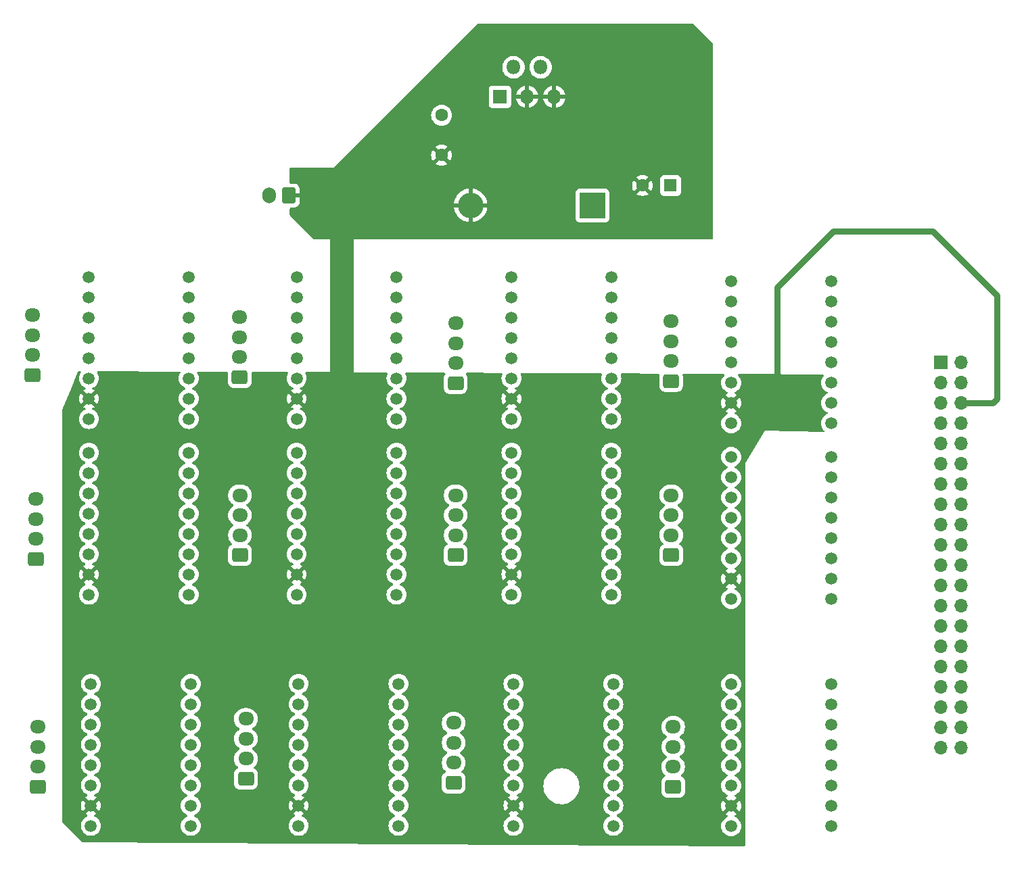
<source format=gbl>
G04 #@! TF.GenerationSoftware,KiCad,Pcbnew,8.0.8-8.0.8-0~ubuntu24.04.1*
G04 #@! TF.CreationDate,2025-04-08T09:18:08-05:00*
G04 #@! TF.ProjectId,wasabi,77617361-6269-42e6-9b69-6361645f7063,rev?*
G04 #@! TF.SameCoordinates,Original*
G04 #@! TF.FileFunction,Copper,L2,Bot*
G04 #@! TF.FilePolarity,Positive*
%FSLAX46Y46*%
G04 Gerber Fmt 4.6, Leading zero omitted, Abs format (unit mm)*
G04 Created by KiCad (PCBNEW 8.0.8-8.0.8-0~ubuntu24.04.1) date 2025-04-08 09:18:08*
%MOMM*%
%LPD*%
G01*
G04 APERTURE LIST*
G04 Aperture macros list*
%AMRoundRect*
0 Rectangle with rounded corners*
0 $1 Rounding radius*
0 $2 $3 $4 $5 $6 $7 $8 $9 X,Y pos of 4 corners*
0 Add a 4 corners polygon primitive as box body*
4,1,4,$2,$3,$4,$5,$6,$7,$8,$9,$2,$3,0*
0 Add four circle primitives for the rounded corners*
1,1,$1+$1,$2,$3*
1,1,$1+$1,$4,$5*
1,1,$1+$1,$6,$7*
1,1,$1+$1,$8,$9*
0 Add four rect primitives between the rounded corners*
20,1,$1+$1,$2,$3,$4,$5,0*
20,1,$1+$1,$4,$5,$6,$7,0*
20,1,$1+$1,$6,$7,$8,$9,0*
20,1,$1+$1,$8,$9,$2,$3,0*%
G04 Aperture macros list end*
G04 #@! TA.AperFunction,ComponentPad*
%ADD10RoundRect,0.250000X0.725000X-0.600000X0.725000X0.600000X-0.725000X0.600000X-0.725000X-0.600000X0*%
G04 #@! TD*
G04 #@! TA.AperFunction,ComponentPad*
%ADD11O,1.950000X1.700000*%
G04 #@! TD*
G04 #@! TA.AperFunction,ComponentPad*
%ADD12C,1.500000*%
G04 #@! TD*
G04 #@! TA.AperFunction,ComponentPad*
%ADD13C,1.600000*%
G04 #@! TD*
G04 #@! TA.AperFunction,ComponentPad*
%ADD14RoundRect,0.250000X0.600000X0.750000X-0.600000X0.750000X-0.600000X-0.750000X0.600000X-0.750000X0*%
G04 #@! TD*
G04 #@! TA.AperFunction,ComponentPad*
%ADD15O,1.700000X2.000000*%
G04 #@! TD*
G04 #@! TA.AperFunction,ComponentPad*
%ADD16R,1.800000X1.800000*%
G04 #@! TD*
G04 #@! TA.AperFunction,ComponentPad*
%ADD17O,1.800000X1.800000*%
G04 #@! TD*
G04 #@! TA.AperFunction,ComponentPad*
%ADD18R,3.200000X3.200000*%
G04 #@! TD*
G04 #@! TA.AperFunction,ComponentPad*
%ADD19O,3.200000X3.200000*%
G04 #@! TD*
G04 #@! TA.AperFunction,ComponentPad*
%ADD20R,1.600000X1.600000*%
G04 #@! TD*
G04 #@! TA.AperFunction,ComponentPad*
%ADD21R,1.700000X1.700000*%
G04 #@! TD*
G04 #@! TA.AperFunction,ComponentPad*
%ADD22O,1.700000X1.700000*%
G04 #@! TD*
G04 #@! TA.AperFunction,Conductor*
%ADD23C,0.800000*%
G04 #@! TD*
G04 #@! TA.AperFunction,Conductor*
%ADD24C,3.000000*%
G04 #@! TD*
G04 APERTURE END LIST*
D10*
X104000000Y-136060000D03*
D11*
X104000000Y-133560000D03*
X104000000Y-131060000D03*
X104000000Y-128560000D03*
D12*
X164750000Y-91540000D03*
X164750000Y-89000000D03*
X164750000Y-86460000D03*
X164750000Y-83920000D03*
X164750000Y-81380000D03*
X164750000Y-78840000D03*
X164750000Y-76300000D03*
X164750000Y-73760000D03*
X177250000Y-91540000D03*
X177250000Y-89000000D03*
X177250000Y-86460000D03*
X177250000Y-83920000D03*
X177250000Y-81380000D03*
X177250000Y-78840000D03*
X177250000Y-76300000D03*
X177250000Y-73760000D03*
D13*
X128500000Y-52950000D03*
X128500000Y-57950000D03*
D10*
X103225000Y-85750000D03*
D11*
X103225000Y-83250000D03*
X103225000Y-80750000D03*
X103225000Y-78250000D03*
D10*
X157250000Y-108050000D03*
D11*
X157250000Y-105550000D03*
X157250000Y-103050000D03*
X157250000Y-100550000D03*
D14*
X109400000Y-63025000D03*
D15*
X106900000Y-63025000D03*
D10*
X157500000Y-137060000D03*
D11*
X157500000Y-134560000D03*
X157500000Y-132060000D03*
X157500000Y-129560000D03*
D12*
X84350000Y-113000000D03*
X84350000Y-110460000D03*
X84350000Y-107920000D03*
X84350000Y-105380000D03*
X84350000Y-102840000D03*
X84350000Y-100300000D03*
X84350000Y-97760000D03*
X84350000Y-95220000D03*
X96850000Y-113000000D03*
X96850000Y-110460000D03*
X96850000Y-107920000D03*
X96850000Y-105380000D03*
X96850000Y-102840000D03*
X96850000Y-100300000D03*
X96850000Y-97760000D03*
X96850000Y-95220000D03*
D10*
X103250000Y-108050000D03*
D11*
X103250000Y-105550000D03*
X103250000Y-103050000D03*
X103250000Y-100550000D03*
D12*
X164750000Y-113540000D03*
X164750000Y-111000000D03*
X164750000Y-108460000D03*
X164750000Y-105920000D03*
X164750000Y-103380000D03*
X164750000Y-100840000D03*
X164750000Y-98300000D03*
X164750000Y-95760000D03*
X177250000Y-113540000D03*
X177250000Y-111000000D03*
X177250000Y-108460000D03*
X177250000Y-105920000D03*
X177250000Y-103380000D03*
X177250000Y-100840000D03*
X177250000Y-98300000D03*
X177250000Y-95760000D03*
D10*
X77750000Y-108550000D03*
D11*
X77750000Y-106050000D03*
X77750000Y-103550000D03*
X77750000Y-101050000D03*
D12*
X84600000Y-141960000D03*
X84600000Y-139420000D03*
X84600000Y-136880000D03*
X84600000Y-134340000D03*
X84600000Y-131800000D03*
X84600000Y-129260000D03*
X84600000Y-126720000D03*
X84600000Y-124180000D03*
X97100000Y-141960000D03*
X97100000Y-139420000D03*
X97100000Y-136880000D03*
X97100000Y-134340000D03*
X97100000Y-131800000D03*
X97100000Y-129260000D03*
X97100000Y-126720000D03*
X97100000Y-124180000D03*
X137250000Y-91000000D03*
X137250000Y-88460000D03*
X137250000Y-85920000D03*
X137250000Y-83380000D03*
X137250000Y-80840000D03*
X137250000Y-78300000D03*
X137250000Y-75760000D03*
X137250000Y-73220000D03*
X149750000Y-91000000D03*
X149750000Y-88460000D03*
X149750000Y-85920000D03*
X149750000Y-83380000D03*
X149750000Y-80840000D03*
X149750000Y-78300000D03*
X149750000Y-75760000D03*
X149750000Y-73220000D03*
X110350000Y-91000000D03*
X110350000Y-88460000D03*
X110350000Y-85920000D03*
X110350000Y-83380000D03*
X110350000Y-80840000D03*
X110350000Y-78300000D03*
X110350000Y-75760000D03*
X110350000Y-73220000D03*
X122850000Y-91000000D03*
X122850000Y-88460000D03*
X122850000Y-85920000D03*
X122850000Y-83380000D03*
X122850000Y-80840000D03*
X122850000Y-78300000D03*
X122850000Y-75760000D03*
X122850000Y-73220000D03*
D10*
X130000000Y-136560000D03*
D11*
X130000000Y-134060000D03*
X130000000Y-131560000D03*
X130000000Y-129060000D03*
D16*
X135800000Y-50650000D03*
D17*
X137500000Y-46950000D03*
X139200000Y-50650000D03*
X140900000Y-46950000D03*
X142600000Y-50650000D03*
D18*
X147370000Y-64250000D03*
D19*
X132130000Y-64250000D03*
D10*
X130250000Y-108050000D03*
D11*
X130250000Y-105550000D03*
X130250000Y-103050000D03*
X130250000Y-100550000D03*
D10*
X78000000Y-137060000D03*
D11*
X78000000Y-134560000D03*
X78000000Y-132060000D03*
X78000000Y-129560000D03*
D12*
X110600000Y-141960000D03*
X110600000Y-139420000D03*
X110600000Y-136880000D03*
X110600000Y-134340000D03*
X110600000Y-131800000D03*
X110600000Y-129260000D03*
X110600000Y-126720000D03*
X110600000Y-124180000D03*
X123100000Y-141960000D03*
X123100000Y-139420000D03*
X123100000Y-136880000D03*
X123100000Y-134340000D03*
X123100000Y-131800000D03*
X123100000Y-129260000D03*
X123100000Y-126720000D03*
X123100000Y-124180000D03*
X137500000Y-141960000D03*
X137500000Y-139420000D03*
X137500000Y-136880000D03*
X137500000Y-134340000D03*
X137500000Y-131800000D03*
X137500000Y-129260000D03*
X137500000Y-126720000D03*
X137500000Y-124180000D03*
X150000000Y-141960000D03*
X150000000Y-139420000D03*
X150000000Y-136880000D03*
X150000000Y-134340000D03*
X150000000Y-131800000D03*
X150000000Y-129260000D03*
X150000000Y-126720000D03*
X150000000Y-124180000D03*
D20*
X157152651Y-61750000D03*
D13*
X153652651Y-61750000D03*
D12*
X164750000Y-142000000D03*
X164750000Y-139460000D03*
X164750000Y-136920000D03*
X164750000Y-134380000D03*
X164750000Y-131840000D03*
X164750000Y-129300000D03*
X164750000Y-126760000D03*
X164750000Y-124220000D03*
X177250000Y-142000000D03*
X177250000Y-139460000D03*
X177250000Y-136920000D03*
X177250000Y-134380000D03*
X177250000Y-131840000D03*
X177250000Y-129300000D03*
X177250000Y-126760000D03*
X177250000Y-124220000D03*
D10*
X157225000Y-86250000D03*
D11*
X157225000Y-83750000D03*
X157225000Y-81250000D03*
X157225000Y-78750000D03*
D12*
X137250000Y-113000000D03*
X137250000Y-110460000D03*
X137250000Y-107920000D03*
X137250000Y-105380000D03*
X137250000Y-102840000D03*
X137250000Y-100300000D03*
X137250000Y-97760000D03*
X137250000Y-95220000D03*
X149750000Y-113000000D03*
X149750000Y-110460000D03*
X149750000Y-107920000D03*
X149750000Y-105380000D03*
X149750000Y-102840000D03*
X149750000Y-100300000D03*
X149750000Y-97760000D03*
X149750000Y-95220000D03*
D10*
X77250000Y-85500000D03*
D11*
X77250000Y-83000000D03*
X77250000Y-80500000D03*
X77250000Y-78000000D03*
D12*
X84350000Y-91000000D03*
X84350000Y-88460000D03*
X84350000Y-85920000D03*
X84350000Y-83380000D03*
X84350000Y-80840000D03*
X84350000Y-78300000D03*
X84350000Y-75760000D03*
X84350000Y-73220000D03*
X96850000Y-91000000D03*
X96850000Y-88460000D03*
X96850000Y-85920000D03*
X96850000Y-83380000D03*
X96850000Y-80840000D03*
X96850000Y-78300000D03*
X96850000Y-75760000D03*
X96850000Y-73220000D03*
X110350000Y-113000000D03*
X110350000Y-110460000D03*
X110350000Y-107920000D03*
X110350000Y-105380000D03*
X110350000Y-102840000D03*
X110350000Y-100300000D03*
X110350000Y-97760000D03*
X110350000Y-95220000D03*
X122850000Y-113000000D03*
X122850000Y-110460000D03*
X122850000Y-107920000D03*
X122850000Y-105380000D03*
X122850000Y-102840000D03*
X122850000Y-100300000D03*
X122850000Y-97760000D03*
X122850000Y-95220000D03*
D21*
X190960000Y-83920000D03*
D22*
X193500000Y-83920000D03*
X190960000Y-86460000D03*
X193500000Y-86460000D03*
X190960000Y-89000000D03*
X193500000Y-89000000D03*
X190960000Y-91540000D03*
X193500000Y-91540000D03*
X190960000Y-94080000D03*
X193500000Y-94080000D03*
X190960000Y-96620000D03*
X193500000Y-96620000D03*
X190960000Y-99160000D03*
X193500000Y-99160000D03*
X190960000Y-101700000D03*
X193500000Y-101700000D03*
X190960000Y-104240000D03*
X193500000Y-104240000D03*
X190960000Y-106780000D03*
X193500000Y-106780000D03*
X190960000Y-109320000D03*
X193500000Y-109320000D03*
X190960000Y-111860000D03*
X193500000Y-111860000D03*
X190960000Y-114400000D03*
X193500000Y-114400000D03*
X190960000Y-116940000D03*
X193500000Y-116940000D03*
X190960000Y-119480000D03*
X193500000Y-119480000D03*
X190960000Y-122020000D03*
X193500000Y-122020000D03*
X190960000Y-124560000D03*
X193500000Y-124560000D03*
X190960000Y-127100000D03*
X193500000Y-127100000D03*
X190960000Y-129640000D03*
X193500000Y-129640000D03*
X190960000Y-132180000D03*
X193500000Y-132180000D03*
D10*
X130250000Y-86500000D03*
D11*
X130250000Y-84000000D03*
X130250000Y-81500000D03*
X130250000Y-79000000D03*
D23*
X196000000Y-73500000D02*
X190000000Y-67500000D01*
X189500000Y-67500000D02*
X177500000Y-67500000D01*
X190000000Y-67500000D02*
X189500000Y-67500000D01*
X197500000Y-89000000D02*
X198000000Y-88500000D01*
X177500000Y-67500000D02*
X170500000Y-74500000D01*
X193500000Y-89000000D02*
X197500000Y-89000000D01*
X170500000Y-74500000D02*
X170500000Y-86000000D01*
D24*
X116000000Y-66500000D02*
X116000000Y-87500000D01*
D23*
X198000000Y-88500000D02*
X198000000Y-75500000D01*
X198000000Y-75500000D02*
X196000000Y-73500000D01*
G04 #@! TA.AperFunction,Conductor*
G36*
X160016177Y-41520185D02*
G01*
X160036819Y-41536819D01*
X162463181Y-43963181D01*
X162496666Y-44024504D01*
X162499500Y-44050862D01*
X162499500Y-52070186D01*
X162500000Y-52077816D01*
X162500000Y-68376000D01*
X162480315Y-68443039D01*
X162427511Y-68488794D01*
X162376000Y-68500000D01*
X112551362Y-68500000D01*
X112484323Y-68480315D01*
X112463681Y-68463681D01*
X109536319Y-65536319D01*
X109502834Y-65474996D01*
X109500000Y-65448638D01*
X109500000Y-64648999D01*
X109519685Y-64581960D01*
X109572489Y-64536205D01*
X109624000Y-64524999D01*
X110049972Y-64524999D01*
X110049986Y-64524998D01*
X110152697Y-64514505D01*
X110319119Y-64459358D01*
X110319124Y-64459356D01*
X110468345Y-64367315D01*
X110592315Y-64243345D01*
X110684356Y-64094124D01*
X110684358Y-64094119D01*
X110715546Y-63999999D01*
X130042192Y-63999999D01*
X130042193Y-64000000D01*
X131367639Y-64000000D01*
X131360743Y-64016649D01*
X131330000Y-64171207D01*
X131330000Y-64328793D01*
X131360743Y-64483351D01*
X131367639Y-64500000D01*
X130042193Y-64500000D01*
X130044697Y-64536619D01*
X130103146Y-64817888D01*
X130103150Y-64817902D01*
X130199355Y-65088595D01*
X130331527Y-65343676D01*
X130497204Y-65578385D01*
X130497204Y-65578386D01*
X130693288Y-65788341D01*
X130916135Y-65969641D01*
X130916146Y-65969648D01*
X131161607Y-66118917D01*
X131425108Y-66233371D01*
X131701737Y-66310879D01*
X131701746Y-66310881D01*
X131879999Y-66335380D01*
X131880000Y-66335380D01*
X131880000Y-65012360D01*
X131896649Y-65019257D01*
X132051207Y-65050000D01*
X132208793Y-65050000D01*
X132363351Y-65019257D01*
X132380000Y-65012360D01*
X132380000Y-66335380D01*
X132558253Y-66310881D01*
X132558262Y-66310879D01*
X132834891Y-66233371D01*
X133098392Y-66118917D01*
X133343853Y-65969648D01*
X133343864Y-65969641D01*
X133566711Y-65788341D01*
X133762795Y-65578386D01*
X133762795Y-65578385D01*
X133928472Y-65343676D01*
X134060644Y-65088595D01*
X134156849Y-64817902D01*
X134156853Y-64817888D01*
X134215302Y-64536619D01*
X134217807Y-64500000D01*
X132892361Y-64500000D01*
X132899257Y-64483351D01*
X132930000Y-64328793D01*
X132930000Y-64171207D01*
X132899257Y-64016649D01*
X132892361Y-64000000D01*
X134217807Y-64000000D01*
X134217807Y-63999999D01*
X134215302Y-63963380D01*
X134156853Y-63682111D01*
X134156849Y-63682097D01*
X134060644Y-63411404D01*
X133928472Y-63156323D01*
X133762795Y-62921614D01*
X133762795Y-62921613D01*
X133566711Y-62711658D01*
X133432090Y-62602135D01*
X145269500Y-62602135D01*
X145269500Y-65897870D01*
X145269501Y-65897876D01*
X145275908Y-65957483D01*
X145326202Y-66092328D01*
X145326206Y-66092335D01*
X145412452Y-66207544D01*
X145412455Y-66207547D01*
X145527664Y-66293793D01*
X145527671Y-66293797D01*
X145662517Y-66344091D01*
X145662516Y-66344091D01*
X145669444Y-66344835D01*
X145722127Y-66350500D01*
X149017872Y-66350499D01*
X149077483Y-66344091D01*
X149212331Y-66293796D01*
X149327546Y-66207546D01*
X149413796Y-66092331D01*
X149464091Y-65957483D01*
X149470500Y-65897873D01*
X149470499Y-62602128D01*
X149464091Y-62542517D01*
X149459553Y-62530351D01*
X149413797Y-62407671D01*
X149413793Y-62407664D01*
X149327547Y-62292455D01*
X149327544Y-62292452D01*
X149212335Y-62206206D01*
X149212328Y-62206202D01*
X149077482Y-62155908D01*
X149077483Y-62155908D01*
X149017883Y-62149501D01*
X149017881Y-62149500D01*
X149017873Y-62149500D01*
X149017864Y-62149500D01*
X145722129Y-62149500D01*
X145722123Y-62149501D01*
X145662516Y-62155908D01*
X145527671Y-62206202D01*
X145527664Y-62206206D01*
X145412455Y-62292452D01*
X145412452Y-62292455D01*
X145326206Y-62407664D01*
X145326202Y-62407671D01*
X145275908Y-62542517D01*
X145269957Y-62597872D01*
X145269501Y-62602123D01*
X145269500Y-62602135D01*
X133432090Y-62602135D01*
X133343864Y-62530358D01*
X133343853Y-62530351D01*
X133098392Y-62381082D01*
X132834891Y-62266628D01*
X132558262Y-62189120D01*
X132558255Y-62189119D01*
X132380000Y-62164618D01*
X132380000Y-63487639D01*
X132363351Y-63480743D01*
X132208793Y-63450000D01*
X132051207Y-63450000D01*
X131896649Y-63480743D01*
X131880000Y-63487639D01*
X131880000Y-62164618D01*
X131701744Y-62189119D01*
X131701737Y-62189120D01*
X131425108Y-62266628D01*
X131161607Y-62381082D01*
X130916146Y-62530351D01*
X130916135Y-62530358D01*
X130693288Y-62711658D01*
X130497204Y-62921613D01*
X130497204Y-62921614D01*
X130331527Y-63156323D01*
X130199355Y-63411404D01*
X130103150Y-63682097D01*
X130103146Y-63682111D01*
X130044697Y-63963380D01*
X130042192Y-63999999D01*
X110715546Y-63999999D01*
X110739505Y-63927697D01*
X110739506Y-63927690D01*
X110749999Y-63824986D01*
X110750000Y-63824973D01*
X110750000Y-63275000D01*
X109833012Y-63275000D01*
X109865925Y-63217993D01*
X109900000Y-63090826D01*
X109900000Y-62959174D01*
X109865925Y-62832007D01*
X109833012Y-62775000D01*
X110749999Y-62775000D01*
X110749999Y-62225028D01*
X110749998Y-62225013D01*
X110739505Y-62122302D01*
X110684358Y-61955880D01*
X110684356Y-61955875D01*
X110592315Y-61806654D01*
X110535658Y-61749997D01*
X152347685Y-61749997D01*
X152347685Y-61750002D01*
X152367509Y-61976599D01*
X152367511Y-61976610D01*
X152426381Y-62196317D01*
X152426386Y-62196331D01*
X152522514Y-62402478D01*
X152573625Y-62475472D01*
X153252651Y-61796446D01*
X153252651Y-61802661D01*
X153279910Y-61904394D01*
X153332571Y-61995606D01*
X153407045Y-62070080D01*
X153498257Y-62122741D01*
X153599990Y-62150000D01*
X153606204Y-62150000D01*
X152927177Y-62829025D01*
X153000164Y-62880132D01*
X153000172Y-62880136D01*
X153206319Y-62976264D01*
X153206333Y-62976269D01*
X153426040Y-63035139D01*
X153426051Y-63035141D01*
X153652649Y-63054966D01*
X153652653Y-63054966D01*
X153879250Y-63035141D01*
X153879261Y-63035139D01*
X154098968Y-62976269D01*
X154098982Y-62976264D01*
X154305129Y-62880136D01*
X154378122Y-62829024D01*
X153699098Y-62150000D01*
X153705312Y-62150000D01*
X153807045Y-62122741D01*
X153898257Y-62070080D01*
X153972731Y-61995606D01*
X154025392Y-61904394D01*
X154052651Y-61802661D01*
X154052651Y-61796447D01*
X154731675Y-62475471D01*
X154782787Y-62402478D01*
X154878915Y-62196331D01*
X154878920Y-62196317D01*
X154937790Y-61976610D01*
X154937792Y-61976599D01*
X154957617Y-61750002D01*
X154957617Y-61749997D01*
X154937792Y-61523400D01*
X154937790Y-61523389D01*
X154878920Y-61303682D01*
X154878915Y-61303668D01*
X154782787Y-61097521D01*
X154782783Y-61097513D01*
X154731676Y-61024526D01*
X154052651Y-61703551D01*
X154052651Y-61697339D01*
X154025392Y-61595606D01*
X153972731Y-61504394D01*
X153898257Y-61429920D01*
X153807045Y-61377259D01*
X153705312Y-61350000D01*
X153699096Y-61350000D01*
X154146962Y-60902135D01*
X155852151Y-60902135D01*
X155852151Y-62597870D01*
X155852152Y-62597876D01*
X155858559Y-62657483D01*
X155908853Y-62792328D01*
X155908857Y-62792335D01*
X155995103Y-62907544D01*
X155995106Y-62907547D01*
X156110315Y-62993793D01*
X156110322Y-62993797D01*
X156245168Y-63044091D01*
X156245167Y-63044091D01*
X156252095Y-63044835D01*
X156304778Y-63050500D01*
X158000523Y-63050499D01*
X158060134Y-63044091D01*
X158194982Y-62993796D01*
X158310197Y-62907546D01*
X158396447Y-62792331D01*
X158446742Y-62657483D01*
X158453151Y-62597873D01*
X158453150Y-60902128D01*
X158446742Y-60842517D01*
X158396447Y-60707669D01*
X158396446Y-60707668D01*
X158396444Y-60707664D01*
X158310198Y-60592455D01*
X158310195Y-60592452D01*
X158194986Y-60506206D01*
X158194979Y-60506202D01*
X158060133Y-60455908D01*
X158060134Y-60455908D01*
X158000534Y-60449501D01*
X158000532Y-60449500D01*
X158000524Y-60449500D01*
X158000515Y-60449500D01*
X156304780Y-60449500D01*
X156304774Y-60449501D01*
X156245167Y-60455908D01*
X156110322Y-60506202D01*
X156110315Y-60506206D01*
X155995106Y-60592452D01*
X155995103Y-60592455D01*
X155908857Y-60707664D01*
X155908853Y-60707671D01*
X155858559Y-60842517D01*
X155852152Y-60902116D01*
X155852152Y-60902123D01*
X155852151Y-60902135D01*
X154146962Y-60902135D01*
X154378123Y-60670974D01*
X154305129Y-60619863D01*
X154098982Y-60523735D01*
X154098968Y-60523730D01*
X153879261Y-60464860D01*
X153879250Y-60464858D01*
X153652653Y-60445034D01*
X153652649Y-60445034D01*
X153426051Y-60464858D01*
X153426040Y-60464860D01*
X153206333Y-60523730D01*
X153206324Y-60523734D01*
X153000167Y-60619866D01*
X153000163Y-60619868D01*
X152927177Y-60670973D01*
X152927177Y-60670974D01*
X153606204Y-61350000D01*
X153599990Y-61350000D01*
X153498257Y-61377259D01*
X153407045Y-61429920D01*
X153332571Y-61504394D01*
X153279910Y-61595606D01*
X153252651Y-61697339D01*
X153252651Y-61703552D01*
X152573625Y-61024526D01*
X152573624Y-61024526D01*
X152522519Y-61097512D01*
X152522517Y-61097516D01*
X152426385Y-61303673D01*
X152426381Y-61303682D01*
X152367511Y-61523389D01*
X152367509Y-61523400D01*
X152347685Y-61749997D01*
X110535658Y-61749997D01*
X110468345Y-61682684D01*
X110319124Y-61590643D01*
X110319119Y-61590641D01*
X110152697Y-61535494D01*
X110152690Y-61535493D01*
X110049986Y-61525000D01*
X109624000Y-61525000D01*
X109556961Y-61505315D01*
X109511206Y-61452511D01*
X109500000Y-61401000D01*
X109500000Y-59624000D01*
X109519685Y-59556961D01*
X109572489Y-59511206D01*
X109624000Y-59500000D01*
X115000000Y-59500000D01*
X116550003Y-57949997D01*
X127195034Y-57949997D01*
X127195034Y-57950002D01*
X127214858Y-58176599D01*
X127214860Y-58176610D01*
X127273730Y-58396317D01*
X127273735Y-58396331D01*
X127369863Y-58602478D01*
X127420974Y-58675472D01*
X128100000Y-57996446D01*
X128100000Y-58002661D01*
X128127259Y-58104394D01*
X128179920Y-58195606D01*
X128254394Y-58270080D01*
X128345606Y-58322741D01*
X128447339Y-58350000D01*
X128453553Y-58350000D01*
X127774526Y-59029025D01*
X127847513Y-59080132D01*
X127847521Y-59080136D01*
X128053668Y-59176264D01*
X128053682Y-59176269D01*
X128273389Y-59235139D01*
X128273400Y-59235141D01*
X128499998Y-59254966D01*
X128500002Y-59254966D01*
X128726599Y-59235141D01*
X128726610Y-59235139D01*
X128946317Y-59176269D01*
X128946331Y-59176264D01*
X129152478Y-59080136D01*
X129225471Y-59029024D01*
X128546447Y-58350000D01*
X128552661Y-58350000D01*
X128654394Y-58322741D01*
X128745606Y-58270080D01*
X128820080Y-58195606D01*
X128872741Y-58104394D01*
X128900000Y-58002661D01*
X128900000Y-57996447D01*
X129579024Y-58675471D01*
X129630136Y-58602478D01*
X129726264Y-58396331D01*
X129726269Y-58396317D01*
X129785139Y-58176610D01*
X129785141Y-58176599D01*
X129804966Y-57950002D01*
X129804966Y-57949997D01*
X129785141Y-57723400D01*
X129785139Y-57723389D01*
X129726269Y-57503682D01*
X129726264Y-57503668D01*
X129630136Y-57297521D01*
X129630132Y-57297513D01*
X129579025Y-57224526D01*
X128900000Y-57903551D01*
X128900000Y-57897339D01*
X128872741Y-57795606D01*
X128820080Y-57704394D01*
X128745606Y-57629920D01*
X128654394Y-57577259D01*
X128552661Y-57550000D01*
X128546445Y-57550000D01*
X129225472Y-56870974D01*
X129152478Y-56819863D01*
X128946331Y-56723735D01*
X128946317Y-56723730D01*
X128726610Y-56664860D01*
X128726599Y-56664858D01*
X128500002Y-56645034D01*
X128499998Y-56645034D01*
X128273400Y-56664858D01*
X128273389Y-56664860D01*
X128053682Y-56723730D01*
X128053673Y-56723734D01*
X127847516Y-56819866D01*
X127847512Y-56819868D01*
X127774526Y-56870973D01*
X127774526Y-56870974D01*
X128453553Y-57550000D01*
X128447339Y-57550000D01*
X128345606Y-57577259D01*
X128254394Y-57629920D01*
X128179920Y-57704394D01*
X128127259Y-57795606D01*
X128100000Y-57897339D01*
X128100000Y-57903552D01*
X127420974Y-57224526D01*
X127420973Y-57224526D01*
X127369868Y-57297512D01*
X127369866Y-57297516D01*
X127273734Y-57503673D01*
X127273730Y-57503682D01*
X127214860Y-57723389D01*
X127214858Y-57723400D01*
X127195034Y-57949997D01*
X116550003Y-57949997D01*
X121550002Y-52949998D01*
X127194532Y-52949998D01*
X127194532Y-52950001D01*
X127214364Y-53176686D01*
X127214366Y-53176697D01*
X127273258Y-53396488D01*
X127273261Y-53396497D01*
X127369431Y-53602732D01*
X127369432Y-53602734D01*
X127499954Y-53789141D01*
X127660858Y-53950045D01*
X127660861Y-53950047D01*
X127847266Y-54080568D01*
X128053504Y-54176739D01*
X128273308Y-54235635D01*
X128435230Y-54249801D01*
X128499998Y-54255468D01*
X128500000Y-54255468D01*
X128500002Y-54255468D01*
X128556673Y-54250509D01*
X128726692Y-54235635D01*
X128946496Y-54176739D01*
X129152734Y-54080568D01*
X129339139Y-53950047D01*
X129500047Y-53789139D01*
X129630568Y-53602734D01*
X129726739Y-53396496D01*
X129785635Y-53176692D01*
X129805468Y-52950000D01*
X129785635Y-52723308D01*
X129726739Y-52503504D01*
X129630568Y-52297266D01*
X129500047Y-52110861D01*
X129500045Y-52110858D01*
X129339141Y-51949954D01*
X129152734Y-51819432D01*
X129152732Y-51819431D01*
X128946497Y-51723261D01*
X128946488Y-51723258D01*
X128726697Y-51664366D01*
X128726693Y-51664365D01*
X128726692Y-51664365D01*
X128726691Y-51664364D01*
X128726686Y-51664364D01*
X128500002Y-51644532D01*
X128499998Y-51644532D01*
X128273313Y-51664364D01*
X128273302Y-51664366D01*
X128053511Y-51723258D01*
X128053502Y-51723261D01*
X127847267Y-51819431D01*
X127847265Y-51819432D01*
X127660858Y-51949954D01*
X127499954Y-52110858D01*
X127369432Y-52297265D01*
X127369431Y-52297267D01*
X127273261Y-52503502D01*
X127273258Y-52503511D01*
X127214366Y-52723302D01*
X127214364Y-52723313D01*
X127194532Y-52949998D01*
X121550002Y-52949998D01*
X124797865Y-49702135D01*
X134399500Y-49702135D01*
X134399500Y-51597870D01*
X134399501Y-51597876D01*
X134405908Y-51657483D01*
X134456202Y-51792328D01*
X134456206Y-51792335D01*
X134542452Y-51907544D01*
X134542455Y-51907547D01*
X134657664Y-51993793D01*
X134657671Y-51993797D01*
X134792517Y-52044091D01*
X134792516Y-52044091D01*
X134799444Y-52044835D01*
X134852127Y-52050500D01*
X136747872Y-52050499D01*
X136807483Y-52044091D01*
X136942331Y-51993796D01*
X137057546Y-51907546D01*
X137143796Y-51792331D01*
X137194091Y-51657483D01*
X137200500Y-51597873D01*
X137200499Y-50400000D01*
X137819117Y-50400000D01*
X138709252Y-50400000D01*
X138687482Y-50437708D01*
X138650000Y-50577591D01*
X138650000Y-50722409D01*
X138687482Y-50862292D01*
X138709252Y-50900000D01*
X137819117Y-50900000D01*
X137871317Y-51106135D01*
X137964516Y-51318609D01*
X138091414Y-51512842D01*
X138248558Y-51683545D01*
X138248562Y-51683548D01*
X138431644Y-51826047D01*
X138431648Y-51826050D01*
X138635697Y-51936476D01*
X138635706Y-51936479D01*
X138855139Y-52011811D01*
X138949999Y-52027640D01*
X138950000Y-52027639D01*
X138950000Y-51140747D01*
X138987708Y-51162518D01*
X139127591Y-51200000D01*
X139272409Y-51200000D01*
X139412292Y-51162518D01*
X139450000Y-51140747D01*
X139450000Y-52027640D01*
X139544860Y-52011811D01*
X139764293Y-51936479D01*
X139764302Y-51936476D01*
X139968351Y-51826050D01*
X139968355Y-51826047D01*
X140151437Y-51683548D01*
X140151441Y-51683545D01*
X140308585Y-51512842D01*
X140435483Y-51318609D01*
X140528682Y-51106135D01*
X140580883Y-50900000D01*
X139690748Y-50900000D01*
X139712518Y-50862292D01*
X139750000Y-50722409D01*
X139750000Y-50577591D01*
X139712518Y-50437708D01*
X139690748Y-50400000D01*
X140580883Y-50400000D01*
X141219117Y-50400000D01*
X142109252Y-50400000D01*
X142087482Y-50437708D01*
X142050000Y-50577591D01*
X142050000Y-50722409D01*
X142087482Y-50862292D01*
X142109252Y-50900000D01*
X141219117Y-50900000D01*
X141271317Y-51106135D01*
X141364516Y-51318609D01*
X141491414Y-51512842D01*
X141648558Y-51683545D01*
X141648562Y-51683548D01*
X141831644Y-51826047D01*
X141831648Y-51826050D01*
X142035697Y-51936476D01*
X142035706Y-51936479D01*
X142255139Y-52011811D01*
X142349999Y-52027640D01*
X142350000Y-52027639D01*
X142350000Y-51140747D01*
X142387708Y-51162518D01*
X142527591Y-51200000D01*
X142672409Y-51200000D01*
X142812292Y-51162518D01*
X142850000Y-51140747D01*
X142850000Y-52027640D01*
X142944860Y-52011811D01*
X143164293Y-51936479D01*
X143164302Y-51936476D01*
X143368351Y-51826050D01*
X143368355Y-51826047D01*
X143551437Y-51683548D01*
X143551441Y-51683545D01*
X143708585Y-51512842D01*
X143835483Y-51318609D01*
X143928682Y-51106135D01*
X143980883Y-50900000D01*
X143090748Y-50900000D01*
X143112518Y-50862292D01*
X143150000Y-50722409D01*
X143150000Y-50577591D01*
X143112518Y-50437708D01*
X143090748Y-50400000D01*
X143980883Y-50400000D01*
X143928682Y-50193864D01*
X143835483Y-49981390D01*
X143708585Y-49787157D01*
X143551441Y-49616454D01*
X143551437Y-49616451D01*
X143368355Y-49473952D01*
X143368351Y-49473949D01*
X143164302Y-49363523D01*
X143164293Y-49363520D01*
X142944861Y-49288188D01*
X142850000Y-49272359D01*
X142850000Y-50159252D01*
X142812292Y-50137482D01*
X142672409Y-50100000D01*
X142527591Y-50100000D01*
X142387708Y-50137482D01*
X142350000Y-50159252D01*
X142350000Y-49272359D01*
X142349999Y-49272359D01*
X142255138Y-49288188D01*
X142035706Y-49363520D01*
X142035697Y-49363523D01*
X141831648Y-49473949D01*
X141831644Y-49473952D01*
X141648562Y-49616451D01*
X141648558Y-49616454D01*
X141491414Y-49787157D01*
X141364516Y-49981390D01*
X141271317Y-50193864D01*
X141219117Y-50400000D01*
X140580883Y-50400000D01*
X140528682Y-50193864D01*
X140435483Y-49981390D01*
X140308585Y-49787157D01*
X140151441Y-49616454D01*
X140151437Y-49616451D01*
X139968355Y-49473952D01*
X139968351Y-49473949D01*
X139764302Y-49363523D01*
X139764293Y-49363520D01*
X139544861Y-49288188D01*
X139450000Y-49272359D01*
X139450000Y-50159252D01*
X139412292Y-50137482D01*
X139272409Y-50100000D01*
X139127591Y-50100000D01*
X138987708Y-50137482D01*
X138950000Y-50159252D01*
X138950000Y-49272359D01*
X138949999Y-49272359D01*
X138855138Y-49288188D01*
X138635706Y-49363520D01*
X138635697Y-49363523D01*
X138431648Y-49473949D01*
X138431644Y-49473952D01*
X138248562Y-49616451D01*
X138248558Y-49616454D01*
X138091414Y-49787157D01*
X137964516Y-49981390D01*
X137871317Y-50193864D01*
X137819117Y-50400000D01*
X137200499Y-50400000D01*
X137200499Y-49702128D01*
X137194091Y-49642517D01*
X137143796Y-49507669D01*
X137143795Y-49507668D01*
X137143793Y-49507664D01*
X137057547Y-49392455D01*
X137057544Y-49392452D01*
X136942335Y-49306206D01*
X136942328Y-49306202D01*
X136807482Y-49255908D01*
X136807483Y-49255908D01*
X136747883Y-49249501D01*
X136747881Y-49249500D01*
X136747873Y-49249500D01*
X136747864Y-49249500D01*
X134852129Y-49249500D01*
X134852123Y-49249501D01*
X134792516Y-49255908D01*
X134657671Y-49306202D01*
X134657664Y-49306206D01*
X134542455Y-49392452D01*
X134542452Y-49392455D01*
X134456206Y-49507664D01*
X134456202Y-49507671D01*
X134405908Y-49642517D01*
X134399501Y-49702116D01*
X134399501Y-49702123D01*
X134399500Y-49702135D01*
X124797865Y-49702135D01*
X127550007Y-46949993D01*
X136094700Y-46949993D01*
X136094700Y-46950006D01*
X136113864Y-47181297D01*
X136113866Y-47181308D01*
X136170842Y-47406300D01*
X136264075Y-47618848D01*
X136391016Y-47813147D01*
X136391019Y-47813151D01*
X136391021Y-47813153D01*
X136548216Y-47983913D01*
X136548219Y-47983915D01*
X136548222Y-47983918D01*
X136731365Y-48126464D01*
X136731371Y-48126468D01*
X136731374Y-48126470D01*
X136935497Y-48236936D01*
X137049487Y-48276068D01*
X137155015Y-48312297D01*
X137155017Y-48312297D01*
X137155019Y-48312298D01*
X137383951Y-48350500D01*
X137383952Y-48350500D01*
X137616048Y-48350500D01*
X137616049Y-48350500D01*
X137844981Y-48312298D01*
X138064503Y-48236936D01*
X138268626Y-48126470D01*
X138451784Y-47983913D01*
X138608979Y-47813153D01*
X138735924Y-47618849D01*
X138829157Y-47406300D01*
X138886134Y-47181305D01*
X138905300Y-46950000D01*
X138905300Y-46949993D01*
X139494700Y-46949993D01*
X139494700Y-46950006D01*
X139513864Y-47181297D01*
X139513866Y-47181308D01*
X139570842Y-47406300D01*
X139664075Y-47618848D01*
X139791016Y-47813147D01*
X139791019Y-47813151D01*
X139791021Y-47813153D01*
X139948216Y-47983913D01*
X139948219Y-47983915D01*
X139948222Y-47983918D01*
X140131365Y-48126464D01*
X140131371Y-48126468D01*
X140131374Y-48126470D01*
X140335497Y-48236936D01*
X140449487Y-48276068D01*
X140555015Y-48312297D01*
X140555017Y-48312297D01*
X140555019Y-48312298D01*
X140783951Y-48350500D01*
X140783952Y-48350500D01*
X141016048Y-48350500D01*
X141016049Y-48350500D01*
X141244981Y-48312298D01*
X141464503Y-48236936D01*
X141668626Y-48126470D01*
X141851784Y-47983913D01*
X142008979Y-47813153D01*
X142135924Y-47618849D01*
X142229157Y-47406300D01*
X142286134Y-47181305D01*
X142305300Y-46950000D01*
X142305300Y-46949993D01*
X142286135Y-46718702D01*
X142286133Y-46718691D01*
X142229157Y-46493699D01*
X142135924Y-46281151D01*
X142008983Y-46086852D01*
X142008980Y-46086849D01*
X142008979Y-46086847D01*
X141851784Y-45916087D01*
X141851779Y-45916083D01*
X141851777Y-45916081D01*
X141668634Y-45773535D01*
X141668628Y-45773531D01*
X141464504Y-45663064D01*
X141464495Y-45663061D01*
X141244984Y-45587702D01*
X141073282Y-45559050D01*
X141016049Y-45549500D01*
X140783951Y-45549500D01*
X140738164Y-45557140D01*
X140555015Y-45587702D01*
X140335504Y-45663061D01*
X140335495Y-45663064D01*
X140131371Y-45773531D01*
X140131365Y-45773535D01*
X139948222Y-45916081D01*
X139948219Y-45916084D01*
X139791016Y-46086852D01*
X139664075Y-46281151D01*
X139570842Y-46493699D01*
X139513866Y-46718691D01*
X139513864Y-46718702D01*
X139494700Y-46949993D01*
X138905300Y-46949993D01*
X138886135Y-46718702D01*
X138886133Y-46718691D01*
X138829157Y-46493699D01*
X138735924Y-46281151D01*
X138608983Y-46086852D01*
X138608980Y-46086849D01*
X138608979Y-46086847D01*
X138451784Y-45916087D01*
X138451779Y-45916083D01*
X138451777Y-45916081D01*
X138268634Y-45773535D01*
X138268628Y-45773531D01*
X138064504Y-45663064D01*
X138064495Y-45663061D01*
X137844984Y-45587702D01*
X137673282Y-45559050D01*
X137616049Y-45549500D01*
X137383951Y-45549500D01*
X137338164Y-45557140D01*
X137155015Y-45587702D01*
X136935504Y-45663061D01*
X136935495Y-45663064D01*
X136731371Y-45773531D01*
X136731365Y-45773535D01*
X136548222Y-45916081D01*
X136548219Y-45916084D01*
X136391016Y-46086852D01*
X136264075Y-46281151D01*
X136170842Y-46493699D01*
X136113866Y-46718691D01*
X136113864Y-46718702D01*
X136094700Y-46949993D01*
X127550007Y-46949993D01*
X132963181Y-41536819D01*
X133024504Y-41503334D01*
X133050862Y-41500500D01*
X159949138Y-41500500D01*
X160016177Y-41520185D01*
G37*
G04 #@! TD.AperFunction*
G04 #@! TA.AperFunction,Conductor*
G36*
X83229248Y-85001023D02*
G01*
X83296198Y-85021007D01*
X83341716Y-85074015D01*
X83351351Y-85143217D01*
X83330269Y-85196144D01*
X83262899Y-85292359D01*
X83262898Y-85292361D01*
X83170426Y-85490668D01*
X83170422Y-85490677D01*
X83113793Y-85702020D01*
X83113793Y-85702024D01*
X83094723Y-85919997D01*
X83094723Y-85920002D01*
X83113793Y-86137975D01*
X83113793Y-86137979D01*
X83170422Y-86349322D01*
X83170424Y-86349326D01*
X83170425Y-86349330D01*
X83194061Y-86400018D01*
X83262897Y-86547638D01*
X83262898Y-86547639D01*
X83388402Y-86726877D01*
X83543123Y-86881598D01*
X83709538Y-86998123D01*
X83722361Y-87007102D01*
X83874175Y-87077894D01*
X83926614Y-87124066D01*
X83945766Y-87191260D01*
X83925550Y-87258141D01*
X83874175Y-87302658D01*
X83722614Y-87373332D01*
X83722612Y-87373333D01*
X83660428Y-87416875D01*
X83660427Y-87416875D01*
X84303554Y-88060000D01*
X84297339Y-88060000D01*
X84195606Y-88087259D01*
X84104394Y-88139920D01*
X84029920Y-88214394D01*
X83977259Y-88305606D01*
X83950000Y-88407339D01*
X83950000Y-88413552D01*
X83306875Y-87770427D01*
X83306875Y-87770428D01*
X83263333Y-87832612D01*
X83263332Y-87832614D01*
X83170898Y-88030840D01*
X83170894Y-88030849D01*
X83114289Y-88242105D01*
X83114287Y-88242115D01*
X83095225Y-88459999D01*
X83095225Y-88460000D01*
X83114287Y-88677884D01*
X83114289Y-88677894D01*
X83170894Y-88889150D01*
X83170898Y-88889159D01*
X83263333Y-89087387D01*
X83306874Y-89149571D01*
X83950000Y-88506445D01*
X83950000Y-88512661D01*
X83977259Y-88614394D01*
X84029920Y-88705606D01*
X84104394Y-88780080D01*
X84195606Y-88832741D01*
X84297339Y-88860000D01*
X84303553Y-88860000D01*
X83660427Y-89503124D01*
X83722613Y-89546667D01*
X83722615Y-89546668D01*
X83874174Y-89617341D01*
X83926614Y-89663513D01*
X83945766Y-89730706D01*
X83925551Y-89797588D01*
X83874176Y-89842105D01*
X83722358Y-89912900D01*
X83722357Y-89912900D01*
X83543121Y-90038402D01*
X83388402Y-90193121D01*
X83262900Y-90372357D01*
X83262898Y-90372361D01*
X83170426Y-90570668D01*
X83170422Y-90570677D01*
X83113793Y-90782020D01*
X83113793Y-90782024D01*
X83094723Y-90999997D01*
X83094723Y-91000002D01*
X83113793Y-91217975D01*
X83113793Y-91217979D01*
X83170422Y-91429322D01*
X83170424Y-91429326D01*
X83170425Y-91429330D01*
X83216661Y-91528484D01*
X83262897Y-91627638D01*
X83262898Y-91627639D01*
X83388402Y-91806877D01*
X83543123Y-91961598D01*
X83722361Y-92087102D01*
X83920670Y-92179575D01*
X84132023Y-92236207D01*
X84314926Y-92252208D01*
X84349998Y-92255277D01*
X84350000Y-92255277D01*
X84350002Y-92255277D01*
X84378254Y-92252805D01*
X84567977Y-92236207D01*
X84779330Y-92179575D01*
X84977639Y-92087102D01*
X85156877Y-91961598D01*
X85311598Y-91806877D01*
X85437102Y-91627639D01*
X85529575Y-91429330D01*
X85586207Y-91217977D01*
X85605277Y-91000000D01*
X85586207Y-90782023D01*
X85529575Y-90570670D01*
X85437102Y-90372362D01*
X85437100Y-90372359D01*
X85437099Y-90372357D01*
X85311599Y-90193124D01*
X85275815Y-90157340D01*
X85156877Y-90038402D01*
X84977639Y-89912898D01*
X84977640Y-89912898D01*
X84977638Y-89912897D01*
X84825824Y-89842105D01*
X84773385Y-89795932D01*
X84754233Y-89728739D01*
X84774449Y-89661858D01*
X84825825Y-89617340D01*
X84977388Y-89546666D01*
X85039571Y-89503124D01*
X84396448Y-88860000D01*
X84402661Y-88860000D01*
X84504394Y-88832741D01*
X84595606Y-88780080D01*
X84670080Y-88705606D01*
X84722741Y-88614394D01*
X84750000Y-88512661D01*
X84750000Y-88506446D01*
X85393124Y-89149570D01*
X85436668Y-89087385D01*
X85436669Y-89087383D01*
X85529100Y-88889164D01*
X85529105Y-88889150D01*
X85585710Y-88677894D01*
X85585712Y-88677884D01*
X85604775Y-88460000D01*
X85604775Y-88459999D01*
X85585712Y-88242115D01*
X85585710Y-88242105D01*
X85529105Y-88030849D01*
X85529101Y-88030840D01*
X85436668Y-87832615D01*
X85393123Y-87770428D01*
X84750000Y-88413551D01*
X84750000Y-88407339D01*
X84722741Y-88305606D01*
X84670080Y-88214394D01*
X84595606Y-88139920D01*
X84504394Y-88087259D01*
X84402661Y-88060000D01*
X84396447Y-88060000D01*
X85039571Y-87416874D01*
X84977387Y-87373333D01*
X84825824Y-87302658D01*
X84773385Y-87256486D01*
X84754233Y-87189292D01*
X84774449Y-87122411D01*
X84825822Y-87077895D01*
X84977639Y-87007102D01*
X85156877Y-86881598D01*
X85311598Y-86726877D01*
X85437102Y-86547639D01*
X85529575Y-86349330D01*
X85586207Y-86137977D01*
X85605277Y-85920000D01*
X85586207Y-85702023D01*
X85537282Y-85519432D01*
X85529577Y-85490677D01*
X85529576Y-85490676D01*
X85529575Y-85490670D01*
X85437102Y-85292362D01*
X85437100Y-85292359D01*
X85437099Y-85292357D01*
X85376762Y-85206187D01*
X85354435Y-85139981D01*
X85371445Y-85072214D01*
X85422393Y-85024401D01*
X85478884Y-85011066D01*
X95690299Y-85056653D01*
X95757246Y-85076636D01*
X95802765Y-85129644D01*
X95812400Y-85198846D01*
X95791318Y-85251773D01*
X95762899Y-85292359D01*
X95762898Y-85292361D01*
X95670426Y-85490668D01*
X95670422Y-85490677D01*
X95613793Y-85702020D01*
X95613793Y-85702024D01*
X95594723Y-85919997D01*
X95594723Y-85920002D01*
X95613793Y-86137975D01*
X95613793Y-86137979D01*
X95670422Y-86349322D01*
X95670424Y-86349326D01*
X95670425Y-86349330D01*
X95694061Y-86400018D01*
X95762897Y-86547638D01*
X95762898Y-86547639D01*
X95888402Y-86726877D01*
X96043123Y-86881598D01*
X96209538Y-86998123D01*
X96222361Y-87007102D01*
X96373583Y-87077618D01*
X96426022Y-87123790D01*
X96445174Y-87190984D01*
X96424958Y-87257865D01*
X96373583Y-87302382D01*
X96222361Y-87372898D01*
X96222357Y-87372900D01*
X96043121Y-87498402D01*
X95888402Y-87653121D01*
X95762900Y-87832357D01*
X95762898Y-87832361D01*
X95670426Y-88030668D01*
X95670422Y-88030677D01*
X95613793Y-88242020D01*
X95613793Y-88242024D01*
X95594723Y-88459997D01*
X95594723Y-88460002D01*
X95601401Y-88536335D01*
X95611034Y-88646446D01*
X95613793Y-88677975D01*
X95613793Y-88677979D01*
X95670422Y-88889322D01*
X95670424Y-88889326D01*
X95670425Y-88889330D01*
X95691336Y-88934174D01*
X95762897Y-89087638D01*
X95762898Y-89087639D01*
X95888402Y-89266877D01*
X96043123Y-89421598D01*
X96207847Y-89536939D01*
X96222361Y-89547102D01*
X96373583Y-89617618D01*
X96426022Y-89663790D01*
X96445174Y-89730984D01*
X96424958Y-89797865D01*
X96373583Y-89842382D01*
X96222361Y-89912898D01*
X96222357Y-89912900D01*
X96043121Y-90038402D01*
X95888402Y-90193121D01*
X95762900Y-90372357D01*
X95762898Y-90372361D01*
X95670426Y-90570668D01*
X95670422Y-90570677D01*
X95613793Y-90782020D01*
X95613793Y-90782024D01*
X95594723Y-90999997D01*
X95594723Y-91000002D01*
X95613793Y-91217975D01*
X95613793Y-91217979D01*
X95670422Y-91429322D01*
X95670424Y-91429326D01*
X95670425Y-91429330D01*
X95716661Y-91528484D01*
X95762897Y-91627638D01*
X95762898Y-91627639D01*
X95888402Y-91806877D01*
X96043123Y-91961598D01*
X96222361Y-92087102D01*
X96420670Y-92179575D01*
X96632023Y-92236207D01*
X96814926Y-92252208D01*
X96849998Y-92255277D01*
X96850000Y-92255277D01*
X96850002Y-92255277D01*
X96878254Y-92252805D01*
X97067977Y-92236207D01*
X97279330Y-92179575D01*
X97477639Y-92087102D01*
X97656877Y-91961598D01*
X97811598Y-91806877D01*
X97937102Y-91627639D01*
X98029575Y-91429330D01*
X98086207Y-91217977D01*
X98105277Y-91000000D01*
X98086207Y-90782023D01*
X98029575Y-90570670D01*
X97937102Y-90372362D01*
X97937100Y-90372359D01*
X97937099Y-90372357D01*
X97811599Y-90193124D01*
X97775815Y-90157340D01*
X97656877Y-90038402D01*
X97477639Y-89912898D01*
X97326414Y-89842381D01*
X97273977Y-89796210D01*
X97254825Y-89729016D01*
X97275041Y-89662135D01*
X97326414Y-89617618D01*
X97477639Y-89547102D01*
X97656877Y-89421598D01*
X97811598Y-89266877D01*
X97937102Y-89087639D01*
X98029575Y-88889330D01*
X98086207Y-88677977D01*
X98105277Y-88460000D01*
X98086207Y-88242023D01*
X98029575Y-88030670D01*
X97937102Y-87832362D01*
X97937100Y-87832359D01*
X97937099Y-87832357D01*
X97811599Y-87653124D01*
X97748473Y-87589998D01*
X97656877Y-87498402D01*
X97477639Y-87372898D01*
X97326414Y-87302381D01*
X97273977Y-87256210D01*
X97254825Y-87189016D01*
X97275041Y-87122135D01*
X97326414Y-87077618D01*
X97477639Y-87007102D01*
X97656877Y-86881598D01*
X97811598Y-86726877D01*
X97937102Y-86547639D01*
X98029575Y-86349330D01*
X98086207Y-86137977D01*
X98105277Y-85920000D01*
X98086207Y-85702023D01*
X98037282Y-85519432D01*
X98029577Y-85490677D01*
X98029576Y-85490676D01*
X98029575Y-85490670D01*
X97937102Y-85292362D01*
X97937100Y-85292359D01*
X97937099Y-85292357D01*
X97915959Y-85262166D01*
X97893632Y-85195960D01*
X97910642Y-85128193D01*
X97961590Y-85080380D01*
X98018083Y-85067045D01*
X101626057Y-85083152D01*
X101693004Y-85103135D01*
X101738523Y-85156143D01*
X101749500Y-85207150D01*
X101749500Y-86400001D01*
X101749501Y-86400018D01*
X101760000Y-86502796D01*
X101760001Y-86502799D01*
X101815185Y-86669331D01*
X101815187Y-86669336D01*
X101850069Y-86725888D01*
X101907288Y-86818656D01*
X102031344Y-86942712D01*
X102180666Y-87034814D01*
X102347203Y-87089999D01*
X102449991Y-87100500D01*
X104000008Y-87100499D01*
X104009054Y-87099575D01*
X104017895Y-87098671D01*
X104102797Y-87089999D01*
X104269334Y-87034814D01*
X104418656Y-86942712D01*
X104542712Y-86818656D01*
X104634814Y-86669334D01*
X104689999Y-86502797D01*
X104700500Y-86400009D01*
X104700499Y-85221430D01*
X104720184Y-85154392D01*
X104772987Y-85108637D01*
X104825047Y-85097433D01*
X109150708Y-85116744D01*
X109217654Y-85136727D01*
X109263173Y-85189735D01*
X109272808Y-85258937D01*
X109262532Y-85293146D01*
X109195838Y-85436173D01*
X109170426Y-85490668D01*
X109170422Y-85490677D01*
X109113793Y-85702020D01*
X109113793Y-85702024D01*
X109094723Y-85919997D01*
X109094723Y-85920002D01*
X109113793Y-86137975D01*
X109113793Y-86137979D01*
X109170422Y-86349322D01*
X109170424Y-86349326D01*
X109170425Y-86349330D01*
X109194061Y-86400018D01*
X109262897Y-86547638D01*
X109262898Y-86547639D01*
X109388402Y-86726877D01*
X109543123Y-86881598D01*
X109709538Y-86998123D01*
X109722361Y-87007102D01*
X109874175Y-87077894D01*
X109926614Y-87124066D01*
X109945766Y-87191260D01*
X109925550Y-87258141D01*
X109874175Y-87302658D01*
X109722614Y-87373332D01*
X109722612Y-87373333D01*
X109660428Y-87416875D01*
X109660427Y-87416875D01*
X110303554Y-88060000D01*
X110297339Y-88060000D01*
X110195606Y-88087259D01*
X110104394Y-88139920D01*
X110029920Y-88214394D01*
X109977259Y-88305606D01*
X109950000Y-88407339D01*
X109950000Y-88413552D01*
X109306875Y-87770427D01*
X109306875Y-87770428D01*
X109263333Y-87832612D01*
X109263332Y-87832614D01*
X109170898Y-88030840D01*
X109170894Y-88030849D01*
X109114289Y-88242105D01*
X109114287Y-88242115D01*
X109095225Y-88459999D01*
X109095225Y-88460000D01*
X109114287Y-88677884D01*
X109114289Y-88677894D01*
X109170894Y-88889150D01*
X109170898Y-88889159D01*
X109263333Y-89087387D01*
X109306874Y-89149571D01*
X109950000Y-88506445D01*
X109950000Y-88512661D01*
X109977259Y-88614394D01*
X110029920Y-88705606D01*
X110104394Y-88780080D01*
X110195606Y-88832741D01*
X110297339Y-88860000D01*
X110303553Y-88860000D01*
X109660427Y-89503124D01*
X109722613Y-89546667D01*
X109722615Y-89546668D01*
X109874174Y-89617341D01*
X109926614Y-89663513D01*
X109945766Y-89730706D01*
X109925551Y-89797588D01*
X109874176Y-89842105D01*
X109722358Y-89912900D01*
X109722357Y-89912900D01*
X109543121Y-90038402D01*
X109388402Y-90193121D01*
X109262900Y-90372357D01*
X109262898Y-90372361D01*
X109170426Y-90570668D01*
X109170422Y-90570677D01*
X109113793Y-90782020D01*
X109113793Y-90782024D01*
X109094723Y-90999997D01*
X109094723Y-91000002D01*
X109113793Y-91217975D01*
X109113793Y-91217979D01*
X109170422Y-91429322D01*
X109170424Y-91429326D01*
X109170425Y-91429330D01*
X109216661Y-91528484D01*
X109262897Y-91627638D01*
X109262898Y-91627639D01*
X109388402Y-91806877D01*
X109543123Y-91961598D01*
X109722361Y-92087102D01*
X109920670Y-92179575D01*
X110132023Y-92236207D01*
X110314926Y-92252208D01*
X110349998Y-92255277D01*
X110350000Y-92255277D01*
X110350002Y-92255277D01*
X110378254Y-92252805D01*
X110567977Y-92236207D01*
X110779330Y-92179575D01*
X110977639Y-92087102D01*
X111156877Y-91961598D01*
X111311598Y-91806877D01*
X111437102Y-91627639D01*
X111529575Y-91429330D01*
X111586207Y-91217977D01*
X111605277Y-91000000D01*
X111586207Y-90782023D01*
X111529575Y-90570670D01*
X111437102Y-90372362D01*
X111437100Y-90372359D01*
X111437099Y-90372357D01*
X111311599Y-90193124D01*
X111275815Y-90157340D01*
X111156877Y-90038402D01*
X110977639Y-89912898D01*
X110977640Y-89912898D01*
X110977638Y-89912897D01*
X110825824Y-89842105D01*
X110773385Y-89795932D01*
X110754233Y-89728739D01*
X110774449Y-89661858D01*
X110825825Y-89617340D01*
X110977388Y-89546666D01*
X111039570Y-89503124D01*
X110396448Y-88860000D01*
X110402661Y-88860000D01*
X110504394Y-88832741D01*
X110595606Y-88780080D01*
X110670080Y-88705606D01*
X110722741Y-88614394D01*
X110750000Y-88512661D01*
X110750000Y-88506446D01*
X111393124Y-89149570D01*
X111436668Y-89087385D01*
X111436669Y-89087383D01*
X111529100Y-88889164D01*
X111529105Y-88889150D01*
X111585710Y-88677894D01*
X111585712Y-88677884D01*
X111604775Y-88460000D01*
X111604775Y-88459999D01*
X111585712Y-88242115D01*
X111585710Y-88242105D01*
X111529105Y-88030849D01*
X111529101Y-88030840D01*
X111436668Y-87832615D01*
X111393123Y-87770428D01*
X110750000Y-88413551D01*
X110750000Y-88407339D01*
X110722741Y-88305606D01*
X110670080Y-88214394D01*
X110595606Y-88139920D01*
X110504394Y-88087259D01*
X110402661Y-88060000D01*
X110396447Y-88060000D01*
X111039571Y-87416874D01*
X110977387Y-87373333D01*
X110825824Y-87302658D01*
X110773385Y-87256486D01*
X110754233Y-87189292D01*
X110774449Y-87122411D01*
X110825822Y-87077895D01*
X110977639Y-87007102D01*
X111156877Y-86881598D01*
X111311598Y-86726877D01*
X111437102Y-86547639D01*
X111529575Y-86349330D01*
X111586207Y-86137977D01*
X111605277Y-85920000D01*
X111586207Y-85702023D01*
X111537282Y-85519432D01*
X111529577Y-85490677D01*
X111529576Y-85490676D01*
X111529575Y-85490670D01*
X111450544Y-85321189D01*
X111442474Y-85303882D01*
X111431982Y-85234804D01*
X111460502Y-85171020D01*
X111518978Y-85132781D01*
X111555399Y-85127479D01*
X121624738Y-85172431D01*
X121691686Y-85192415D01*
X121737205Y-85245423D01*
X121746840Y-85314625D01*
X121736564Y-85348835D01*
X121727833Y-85367559D01*
X121695838Y-85436173D01*
X121670426Y-85490668D01*
X121670422Y-85490677D01*
X121613793Y-85702020D01*
X121613793Y-85702024D01*
X121594723Y-85919997D01*
X121594723Y-85920002D01*
X121613793Y-86137975D01*
X121613793Y-86137979D01*
X121670422Y-86349322D01*
X121670424Y-86349326D01*
X121670425Y-86349330D01*
X121694061Y-86400018D01*
X121762897Y-86547638D01*
X121762898Y-86547639D01*
X121888402Y-86726877D01*
X122043123Y-86881598D01*
X122209538Y-86998123D01*
X122222361Y-87007102D01*
X122373583Y-87077618D01*
X122426022Y-87123790D01*
X122445174Y-87190984D01*
X122424958Y-87257865D01*
X122373583Y-87302382D01*
X122222361Y-87372898D01*
X122222357Y-87372900D01*
X122043121Y-87498402D01*
X121888402Y-87653121D01*
X121762900Y-87832357D01*
X121762898Y-87832361D01*
X121670426Y-88030668D01*
X121670422Y-88030677D01*
X121613793Y-88242020D01*
X121613793Y-88242024D01*
X121594723Y-88459997D01*
X121594723Y-88460002D01*
X121601401Y-88536335D01*
X121611034Y-88646446D01*
X121613793Y-88677975D01*
X121613793Y-88677979D01*
X121670422Y-88889322D01*
X121670424Y-88889326D01*
X121670425Y-88889330D01*
X121691336Y-88934174D01*
X121762897Y-89087638D01*
X121762898Y-89087639D01*
X121888402Y-89266877D01*
X122043123Y-89421598D01*
X122207847Y-89536939D01*
X122222361Y-89547102D01*
X122373583Y-89617618D01*
X122426022Y-89663790D01*
X122445174Y-89730984D01*
X122424958Y-89797865D01*
X122373583Y-89842382D01*
X122222361Y-89912898D01*
X122222357Y-89912900D01*
X122043121Y-90038402D01*
X121888402Y-90193121D01*
X121762900Y-90372357D01*
X121762898Y-90372361D01*
X121670426Y-90570668D01*
X121670422Y-90570677D01*
X121613793Y-90782020D01*
X121613793Y-90782024D01*
X121594723Y-90999997D01*
X121594723Y-91000002D01*
X121613793Y-91217975D01*
X121613793Y-91217979D01*
X121670422Y-91429322D01*
X121670424Y-91429326D01*
X121670425Y-91429330D01*
X121716661Y-91528484D01*
X121762897Y-91627638D01*
X121762898Y-91627639D01*
X121888402Y-91806877D01*
X122043123Y-91961598D01*
X122222361Y-92087102D01*
X122420670Y-92179575D01*
X122632023Y-92236207D01*
X122814926Y-92252208D01*
X122849998Y-92255277D01*
X122850000Y-92255277D01*
X122850002Y-92255277D01*
X122878254Y-92252805D01*
X123067977Y-92236207D01*
X123279330Y-92179575D01*
X123477639Y-92087102D01*
X123656877Y-91961598D01*
X123811598Y-91806877D01*
X123937102Y-91627639D01*
X124029575Y-91429330D01*
X124086207Y-91217977D01*
X124105277Y-91000000D01*
X124086207Y-90782023D01*
X124029575Y-90570670D01*
X123937102Y-90372362D01*
X123937100Y-90372359D01*
X123937099Y-90372357D01*
X123811599Y-90193124D01*
X123775815Y-90157340D01*
X123656877Y-90038402D01*
X123477639Y-89912898D01*
X123326414Y-89842381D01*
X123273977Y-89796210D01*
X123254825Y-89729016D01*
X123275041Y-89662135D01*
X123326414Y-89617618D01*
X123477639Y-89547102D01*
X123656877Y-89421598D01*
X123811598Y-89266877D01*
X123937102Y-89087639D01*
X124029575Y-88889330D01*
X124086207Y-88677977D01*
X124105277Y-88460000D01*
X124086207Y-88242023D01*
X124029575Y-88030670D01*
X123937102Y-87832362D01*
X123937100Y-87832359D01*
X123937099Y-87832357D01*
X123811599Y-87653124D01*
X123748473Y-87589998D01*
X123656877Y-87498402D01*
X123477639Y-87372898D01*
X123326414Y-87302381D01*
X123273977Y-87256210D01*
X123254825Y-87189016D01*
X123275041Y-87122135D01*
X123326414Y-87077618D01*
X123477639Y-87007102D01*
X123656877Y-86881598D01*
X123811598Y-86726877D01*
X123937102Y-86547639D01*
X124029575Y-86349330D01*
X124086207Y-86137977D01*
X124105277Y-85920000D01*
X124086207Y-85702023D01*
X124037282Y-85519432D01*
X124029577Y-85490677D01*
X124029574Y-85490668D01*
X124023022Y-85476617D01*
X123968549Y-85359801D01*
X123958058Y-85290726D01*
X123986578Y-85226942D01*
X124045054Y-85188702D01*
X124081482Y-85183399D01*
X128860098Y-85204732D01*
X128927043Y-85224715D01*
X128972562Y-85277723D01*
X128982197Y-85346925D01*
X128952889Y-85410350D01*
X128947222Y-85416409D01*
X128932289Y-85431341D01*
X128840187Y-85580663D01*
X128840185Y-85580668D01*
X128833785Y-85599983D01*
X128785001Y-85747203D01*
X128785001Y-85747204D01*
X128785000Y-85747204D01*
X128774500Y-85849983D01*
X128774500Y-87150001D01*
X128774501Y-87150018D01*
X128785000Y-87252796D01*
X128785001Y-87252799D01*
X128840185Y-87419331D01*
X128840187Y-87419336D01*
X128875069Y-87475888D01*
X128932288Y-87568656D01*
X129056344Y-87692712D01*
X129205666Y-87784814D01*
X129372203Y-87839999D01*
X129474991Y-87850500D01*
X131025008Y-87850499D01*
X131127797Y-87839999D01*
X131294334Y-87784814D01*
X131443656Y-87692712D01*
X131567712Y-87568656D01*
X131659814Y-87419334D01*
X131714999Y-87252797D01*
X131725500Y-87150009D01*
X131725499Y-85849992D01*
X131714999Y-85747203D01*
X131659814Y-85580666D01*
X131567712Y-85431344D01*
X131565250Y-85428882D01*
X131564100Y-85426776D01*
X131563234Y-85425681D01*
X131563421Y-85425532D01*
X131531765Y-85367559D01*
X131536749Y-85297867D01*
X131578621Y-85241934D01*
X131644085Y-85217517D01*
X131653457Y-85217202D01*
X135994824Y-85236584D01*
X136061771Y-85256567D01*
X136107290Y-85309575D01*
X136116925Y-85378777D01*
X136106649Y-85412986D01*
X136070427Y-85490663D01*
X136070422Y-85490677D01*
X136013793Y-85702020D01*
X136013793Y-85702024D01*
X135994723Y-85919997D01*
X135994723Y-85920002D01*
X136013793Y-86137975D01*
X136013793Y-86137979D01*
X136070422Y-86349322D01*
X136070424Y-86349326D01*
X136070425Y-86349330D01*
X136094061Y-86400018D01*
X136162897Y-86547638D01*
X136162898Y-86547639D01*
X136288402Y-86726877D01*
X136443123Y-86881598D01*
X136609538Y-86998123D01*
X136622361Y-87007102D01*
X136774175Y-87077894D01*
X136826614Y-87124066D01*
X136845766Y-87191260D01*
X136825550Y-87258141D01*
X136774175Y-87302658D01*
X136622614Y-87373332D01*
X136622612Y-87373333D01*
X136560428Y-87416875D01*
X136560427Y-87416875D01*
X137203554Y-88060000D01*
X137197339Y-88060000D01*
X137095606Y-88087259D01*
X137004394Y-88139920D01*
X136929920Y-88214394D01*
X136877259Y-88305606D01*
X136850000Y-88407339D01*
X136850000Y-88413552D01*
X136206875Y-87770427D01*
X136206875Y-87770428D01*
X136163333Y-87832612D01*
X136163332Y-87832614D01*
X136070898Y-88030840D01*
X136070894Y-88030849D01*
X136014289Y-88242105D01*
X136014287Y-88242115D01*
X135995225Y-88459999D01*
X135995225Y-88460000D01*
X136014287Y-88677884D01*
X136014289Y-88677894D01*
X136070894Y-88889150D01*
X136070898Y-88889159D01*
X136163333Y-89087387D01*
X136206874Y-89149571D01*
X136850000Y-88506445D01*
X136850000Y-88512661D01*
X136877259Y-88614394D01*
X136929920Y-88705606D01*
X137004394Y-88780080D01*
X137095606Y-88832741D01*
X137197339Y-88860000D01*
X137203553Y-88860000D01*
X136560427Y-89503124D01*
X136622613Y-89546667D01*
X136622615Y-89546668D01*
X136774174Y-89617341D01*
X136826614Y-89663513D01*
X136845766Y-89730706D01*
X136825551Y-89797588D01*
X136774176Y-89842105D01*
X136622358Y-89912900D01*
X136622357Y-89912900D01*
X136443121Y-90038402D01*
X136288402Y-90193121D01*
X136162900Y-90372357D01*
X136162898Y-90372361D01*
X136070426Y-90570668D01*
X136070422Y-90570677D01*
X136013793Y-90782020D01*
X136013793Y-90782024D01*
X135994723Y-90999997D01*
X135994723Y-91000002D01*
X136013793Y-91217975D01*
X136013793Y-91217979D01*
X136070422Y-91429322D01*
X136070424Y-91429326D01*
X136070425Y-91429330D01*
X136116661Y-91528484D01*
X136162897Y-91627638D01*
X136162898Y-91627639D01*
X136288402Y-91806877D01*
X136443123Y-91961598D01*
X136622361Y-92087102D01*
X136820670Y-92179575D01*
X137032023Y-92236207D01*
X137214926Y-92252208D01*
X137249998Y-92255277D01*
X137250000Y-92255277D01*
X137250002Y-92255277D01*
X137278254Y-92252805D01*
X137467977Y-92236207D01*
X137679330Y-92179575D01*
X137877639Y-92087102D01*
X138056877Y-91961598D01*
X138211598Y-91806877D01*
X138337102Y-91627639D01*
X138429575Y-91429330D01*
X138486207Y-91217977D01*
X138505277Y-91000000D01*
X138486207Y-90782023D01*
X138429575Y-90570670D01*
X138337102Y-90372362D01*
X138337100Y-90372359D01*
X138337099Y-90372357D01*
X138211599Y-90193124D01*
X138175815Y-90157340D01*
X138056877Y-90038402D01*
X137877639Y-89912898D01*
X137877640Y-89912898D01*
X137877638Y-89912897D01*
X137725824Y-89842105D01*
X137673385Y-89795932D01*
X137654233Y-89728739D01*
X137674449Y-89661858D01*
X137725825Y-89617340D01*
X137877388Y-89546666D01*
X137939571Y-89503124D01*
X137296448Y-88860000D01*
X137302661Y-88860000D01*
X137404394Y-88832741D01*
X137495606Y-88780080D01*
X137570080Y-88705606D01*
X137622741Y-88614394D01*
X137650000Y-88512661D01*
X137650000Y-88506446D01*
X138293124Y-89149570D01*
X138336668Y-89087385D01*
X138336669Y-89087383D01*
X138429100Y-88889164D01*
X138429105Y-88889150D01*
X138485710Y-88677894D01*
X138485712Y-88677884D01*
X138504775Y-88460000D01*
X138504775Y-88459999D01*
X138485712Y-88242115D01*
X138485710Y-88242105D01*
X138429105Y-88030849D01*
X138429101Y-88030840D01*
X138336668Y-87832615D01*
X138293123Y-87770428D01*
X137650000Y-88413551D01*
X137650000Y-88407339D01*
X137622741Y-88305606D01*
X137570080Y-88214394D01*
X137495606Y-88139920D01*
X137404394Y-88087259D01*
X137302661Y-88060000D01*
X137296447Y-88060000D01*
X137939571Y-87416874D01*
X137877387Y-87373333D01*
X137725824Y-87302658D01*
X137673385Y-87256486D01*
X137654233Y-87189292D01*
X137674449Y-87122411D01*
X137725822Y-87077895D01*
X137877639Y-87007102D01*
X138056877Y-86881598D01*
X138211598Y-86726877D01*
X138337102Y-86547639D01*
X138429575Y-86349330D01*
X138486207Y-86137977D01*
X138505277Y-85920000D01*
X138486207Y-85702023D01*
X138437282Y-85519432D01*
X138429577Y-85490677D01*
X138429574Y-85490668D01*
X138423022Y-85476617D01*
X138398588Y-85424219D01*
X138388097Y-85355145D01*
X138416616Y-85291361D01*
X138475093Y-85253121D01*
X138511516Y-85247819D01*
X148468855Y-85292271D01*
X148535803Y-85312255D01*
X148581322Y-85365263D01*
X148590957Y-85434465D01*
X148580682Y-85468673D01*
X148570426Y-85490667D01*
X148570422Y-85490677D01*
X148513793Y-85702020D01*
X148513793Y-85702024D01*
X148494723Y-85919997D01*
X148494723Y-85920002D01*
X148513793Y-86137975D01*
X148513793Y-86137979D01*
X148570422Y-86349322D01*
X148570424Y-86349326D01*
X148570425Y-86349330D01*
X148594061Y-86400018D01*
X148662897Y-86547638D01*
X148662898Y-86547639D01*
X148788402Y-86726877D01*
X148943123Y-86881598D01*
X149109538Y-86998123D01*
X149122361Y-87007102D01*
X149273583Y-87077618D01*
X149326022Y-87123790D01*
X149345174Y-87190984D01*
X149324958Y-87257865D01*
X149273583Y-87302382D01*
X149122361Y-87372898D01*
X149122357Y-87372900D01*
X148943121Y-87498402D01*
X148788402Y-87653121D01*
X148662900Y-87832357D01*
X148662898Y-87832361D01*
X148570426Y-88030668D01*
X148570422Y-88030677D01*
X148513793Y-88242020D01*
X148513793Y-88242024D01*
X148494723Y-88459997D01*
X148494723Y-88460002D01*
X148501401Y-88536335D01*
X148511034Y-88646446D01*
X148513793Y-88677975D01*
X148513793Y-88677979D01*
X148570422Y-88889322D01*
X148570424Y-88889326D01*
X148570425Y-88889330D01*
X148591336Y-88934174D01*
X148662897Y-89087638D01*
X148662898Y-89087639D01*
X148788402Y-89266877D01*
X148943123Y-89421598D01*
X149107847Y-89536939D01*
X149122361Y-89547102D01*
X149273583Y-89617618D01*
X149326022Y-89663790D01*
X149345174Y-89730984D01*
X149324958Y-89797865D01*
X149273583Y-89842382D01*
X149122361Y-89912898D01*
X149122357Y-89912900D01*
X148943121Y-90038402D01*
X148788402Y-90193121D01*
X148662900Y-90372357D01*
X148662898Y-90372361D01*
X148570426Y-90570668D01*
X148570422Y-90570677D01*
X148513793Y-90782020D01*
X148513793Y-90782024D01*
X148494723Y-90999997D01*
X148494723Y-91000002D01*
X148513793Y-91217975D01*
X148513793Y-91217979D01*
X148570422Y-91429322D01*
X148570424Y-91429326D01*
X148570425Y-91429330D01*
X148616661Y-91528484D01*
X148662897Y-91627638D01*
X148662898Y-91627639D01*
X148788402Y-91806877D01*
X148943123Y-91961598D01*
X149122361Y-92087102D01*
X149320670Y-92179575D01*
X149532023Y-92236207D01*
X149714926Y-92252208D01*
X149749998Y-92255277D01*
X149750000Y-92255277D01*
X149750002Y-92255277D01*
X149778254Y-92252805D01*
X149967977Y-92236207D01*
X150179330Y-92179575D01*
X150377639Y-92087102D01*
X150556877Y-91961598D01*
X150711598Y-91806877D01*
X150837102Y-91627639D01*
X150929575Y-91429330D01*
X150986207Y-91217977D01*
X151005277Y-91000000D01*
X150986207Y-90782023D01*
X150929575Y-90570670D01*
X150837102Y-90372362D01*
X150837100Y-90372359D01*
X150837099Y-90372357D01*
X150711599Y-90193124D01*
X150675815Y-90157340D01*
X150556877Y-90038402D01*
X150377639Y-89912898D01*
X150226414Y-89842381D01*
X150173977Y-89796210D01*
X150154825Y-89729016D01*
X150175041Y-89662135D01*
X150226414Y-89617618D01*
X150377639Y-89547102D01*
X150556877Y-89421598D01*
X150711598Y-89266877D01*
X150837102Y-89087639D01*
X150929575Y-88889330D01*
X150986207Y-88677977D01*
X151005277Y-88460000D01*
X150986207Y-88242023D01*
X150929575Y-88030670D01*
X150837102Y-87832362D01*
X150837100Y-87832359D01*
X150837099Y-87832357D01*
X150711599Y-87653124D01*
X150648473Y-87589998D01*
X150556877Y-87498402D01*
X150377639Y-87372898D01*
X150226414Y-87302381D01*
X150173977Y-87256210D01*
X150154825Y-87189016D01*
X150175041Y-87122135D01*
X150226414Y-87077618D01*
X150377639Y-87007102D01*
X150556877Y-86881598D01*
X150711598Y-86726877D01*
X150837102Y-86547639D01*
X150929575Y-86349330D01*
X150986207Y-86137977D01*
X151005277Y-85920000D01*
X150986207Y-85702023D01*
X150937282Y-85519432D01*
X150929577Y-85490677D01*
X150929576Y-85490676D01*
X150929575Y-85490670D01*
X150924665Y-85480142D01*
X150914174Y-85411065D01*
X150942694Y-85347281D01*
X151001170Y-85309042D01*
X151037600Y-85303739D01*
X155646128Y-85324313D01*
X155713075Y-85344296D01*
X155758594Y-85397304D01*
X155768229Y-85466506D01*
X155763279Y-85487309D01*
X155760001Y-85497200D01*
X155760000Y-85497204D01*
X155749500Y-85599983D01*
X155749500Y-86900001D01*
X155749501Y-86900018D01*
X155760000Y-87002796D01*
X155760001Y-87002799D01*
X155815185Y-87169331D01*
X155815187Y-87169336D01*
X155827326Y-87189016D01*
X155907288Y-87318656D01*
X156031344Y-87442712D01*
X156180666Y-87534814D01*
X156347203Y-87589999D01*
X156449991Y-87600500D01*
X158000008Y-87600499D01*
X158102797Y-87589999D01*
X158269334Y-87534814D01*
X158418656Y-87442712D01*
X158542712Y-87318656D01*
X158634814Y-87169334D01*
X158689999Y-87002797D01*
X158700500Y-86900009D01*
X158700499Y-85599992D01*
X158689999Y-85497203D01*
X158689998Y-85497200D01*
X158689998Y-85497198D01*
X158688582Y-85490580D01*
X158691016Y-85490058D01*
X158688992Y-85431641D01*
X158724708Y-85371590D01*
X158787220Y-85340381D01*
X158809651Y-85338435D01*
X163782087Y-85360634D01*
X163849033Y-85380617D01*
X163894552Y-85433625D01*
X163904187Y-85502827D01*
X163874879Y-85566252D01*
X163869211Y-85572313D01*
X163788400Y-85653124D01*
X163662900Y-85832357D01*
X163662898Y-85832361D01*
X163570426Y-86030668D01*
X163570422Y-86030677D01*
X163513793Y-86242020D01*
X163513793Y-86242024D01*
X163494723Y-86459997D01*
X163494723Y-86460002D01*
X163513793Y-86677975D01*
X163513793Y-86677979D01*
X163570422Y-86889322D01*
X163570424Y-86889326D01*
X163570425Y-86889330D01*
X163596719Y-86945718D01*
X163662897Y-87087638D01*
X163687052Y-87122135D01*
X163788402Y-87266877D01*
X163943123Y-87421598D01*
X164104809Y-87534812D01*
X164122361Y-87547102D01*
X164274175Y-87617894D01*
X164326614Y-87664066D01*
X164345766Y-87731260D01*
X164325550Y-87798141D01*
X164274175Y-87842658D01*
X164122614Y-87913332D01*
X164122612Y-87913333D01*
X164060428Y-87956875D01*
X164060427Y-87956875D01*
X164703554Y-88600000D01*
X164697339Y-88600000D01*
X164595606Y-88627259D01*
X164504394Y-88679920D01*
X164429920Y-88754394D01*
X164377259Y-88845606D01*
X164350000Y-88947339D01*
X164350000Y-88953552D01*
X163706875Y-88310427D01*
X163706875Y-88310428D01*
X163663333Y-88372612D01*
X163663332Y-88372614D01*
X163570898Y-88570840D01*
X163570894Y-88570849D01*
X163514289Y-88782105D01*
X163514287Y-88782115D01*
X163495225Y-88999999D01*
X163495225Y-89000000D01*
X163514287Y-89217884D01*
X163514289Y-89217894D01*
X163570894Y-89429150D01*
X163570898Y-89429159D01*
X163663333Y-89627387D01*
X163706874Y-89689571D01*
X164350000Y-89046445D01*
X164350000Y-89052661D01*
X164377259Y-89154394D01*
X164429920Y-89245606D01*
X164504394Y-89320080D01*
X164595606Y-89372741D01*
X164697339Y-89400000D01*
X164703553Y-89400000D01*
X164060427Y-90043124D01*
X164122613Y-90086667D01*
X164122615Y-90086668D01*
X164274174Y-90157341D01*
X164326614Y-90203513D01*
X164345766Y-90270706D01*
X164325551Y-90337588D01*
X164274176Y-90382105D01*
X164122358Y-90452900D01*
X164122357Y-90452900D01*
X163943121Y-90578402D01*
X163788402Y-90733121D01*
X163662900Y-90912357D01*
X163662898Y-90912361D01*
X163570426Y-91110668D01*
X163570422Y-91110677D01*
X163513793Y-91322020D01*
X163513793Y-91322024D01*
X163494723Y-91539997D01*
X163494723Y-91540002D01*
X163513793Y-91757975D01*
X163513793Y-91757979D01*
X163570422Y-91969322D01*
X163570424Y-91969326D01*
X163570425Y-91969330D01*
X163596719Y-92025718D01*
X163662897Y-92167638D01*
X163687998Y-92203486D01*
X163788402Y-92346877D01*
X163943123Y-92501598D01*
X164122361Y-92627102D01*
X164320670Y-92719575D01*
X164532023Y-92776207D01*
X164714926Y-92792208D01*
X164749998Y-92795277D01*
X164750000Y-92795277D01*
X164750002Y-92795277D01*
X164778254Y-92792805D01*
X164967977Y-92776207D01*
X165179330Y-92719575D01*
X165377639Y-92627102D01*
X165556877Y-92501598D01*
X165711598Y-92346877D01*
X165837102Y-92167639D01*
X165929575Y-91969330D01*
X165986207Y-91757977D01*
X166005277Y-91540000D01*
X165986207Y-91322023D01*
X165929575Y-91110670D01*
X165837102Y-90912362D01*
X165837100Y-90912359D01*
X165837099Y-90912357D01*
X165711599Y-90733124D01*
X165647072Y-90668597D01*
X165556877Y-90578402D01*
X165377639Y-90452898D01*
X165377640Y-90452898D01*
X165377638Y-90452897D01*
X165225824Y-90382105D01*
X165173385Y-90335932D01*
X165154233Y-90268739D01*
X165174449Y-90201858D01*
X165225825Y-90157340D01*
X165377388Y-90086666D01*
X165439571Y-90043124D01*
X164796448Y-89400000D01*
X164802661Y-89400000D01*
X164904394Y-89372741D01*
X164995606Y-89320080D01*
X165070080Y-89245606D01*
X165122741Y-89154394D01*
X165150000Y-89052661D01*
X165150000Y-89046446D01*
X165793124Y-89689570D01*
X165836668Y-89627385D01*
X165836669Y-89627383D01*
X165929100Y-89429164D01*
X165929105Y-89429150D01*
X165985710Y-89217894D01*
X165985712Y-89217884D01*
X166004775Y-89000000D01*
X166004775Y-88999999D01*
X165985712Y-88782115D01*
X165985710Y-88782105D01*
X165929105Y-88570849D01*
X165929101Y-88570840D01*
X165836668Y-88372615D01*
X165793123Y-88310428D01*
X165150000Y-88953551D01*
X165150000Y-88947339D01*
X165122741Y-88845606D01*
X165070080Y-88754394D01*
X164995606Y-88679920D01*
X164904394Y-88627259D01*
X164802661Y-88600000D01*
X164796447Y-88600000D01*
X165439571Y-87956874D01*
X165377387Y-87913333D01*
X165225824Y-87842658D01*
X165173385Y-87796486D01*
X165154233Y-87729292D01*
X165174449Y-87662411D01*
X165225822Y-87617895D01*
X165377639Y-87547102D01*
X165556877Y-87421598D01*
X165711598Y-87266877D01*
X165837102Y-87087639D01*
X165929575Y-86889330D01*
X165986207Y-86677977D01*
X166005277Y-86460000D01*
X165986207Y-86242023D01*
X165929575Y-86030670D01*
X165837102Y-85832362D01*
X165837100Y-85832359D01*
X165837099Y-85832357D01*
X165711597Y-85653121D01*
X165639475Y-85580999D01*
X165605990Y-85519676D01*
X165610974Y-85449984D01*
X165652846Y-85394051D01*
X165718310Y-85369634D01*
X165727680Y-85369320D01*
X176226529Y-85416189D01*
X176293477Y-85436173D01*
X176338996Y-85489181D01*
X176348631Y-85558383D01*
X176319323Y-85621808D01*
X176313656Y-85627868D01*
X176288400Y-85653123D01*
X176162900Y-85832357D01*
X176162898Y-85832361D01*
X176070426Y-86030668D01*
X176070422Y-86030677D01*
X176013793Y-86242020D01*
X176013793Y-86242024D01*
X175994723Y-86459997D01*
X175994723Y-86460002D01*
X176013793Y-86677975D01*
X176013793Y-86677979D01*
X176070422Y-86889322D01*
X176070424Y-86889326D01*
X176070425Y-86889330D01*
X176096719Y-86945718D01*
X176162897Y-87087638D01*
X176187052Y-87122135D01*
X176288402Y-87266877D01*
X176443123Y-87421598D01*
X176604809Y-87534812D01*
X176622361Y-87547102D01*
X176773583Y-87617618D01*
X176826022Y-87663790D01*
X176845174Y-87730984D01*
X176824958Y-87797865D01*
X176773583Y-87842382D01*
X176622361Y-87912898D01*
X176622357Y-87912900D01*
X176443121Y-88038402D01*
X176288402Y-88193121D01*
X176162900Y-88372357D01*
X176162898Y-88372361D01*
X176070426Y-88570668D01*
X176070422Y-88570677D01*
X176013793Y-88782020D01*
X176013793Y-88782024D01*
X175994723Y-88999997D01*
X175994723Y-89000002D01*
X176013793Y-89217975D01*
X176013793Y-89217979D01*
X176070422Y-89429322D01*
X176070424Y-89429326D01*
X176070425Y-89429330D01*
X176087490Y-89465925D01*
X176162897Y-89627638D01*
X176172800Y-89641781D01*
X176288402Y-89806877D01*
X176443123Y-89961598D01*
X176621738Y-90086666D01*
X176622361Y-90087102D01*
X176773583Y-90157618D01*
X176826022Y-90203790D01*
X176845174Y-90270984D01*
X176824958Y-90337865D01*
X176773583Y-90382382D01*
X176622361Y-90452898D01*
X176622357Y-90452900D01*
X176443121Y-90578402D01*
X176288402Y-90733121D01*
X176162900Y-90912357D01*
X176162898Y-90912361D01*
X176070426Y-91110668D01*
X176070422Y-91110677D01*
X176013793Y-91322020D01*
X176013793Y-91322024D01*
X175994723Y-91539997D01*
X175994723Y-91540002D01*
X176013793Y-91757975D01*
X176013793Y-91757979D01*
X176070422Y-91969322D01*
X176070424Y-91969326D01*
X176070425Y-91969330D01*
X176096719Y-92025718D01*
X176162897Y-92167638D01*
X176187998Y-92203486D01*
X176288402Y-92346877D01*
X176288406Y-92346881D01*
X176369862Y-92428337D01*
X176403347Y-92489660D01*
X176398363Y-92559352D01*
X176356491Y-92615285D01*
X176291027Y-92639702D01*
X176279797Y-92639995D01*
X168999999Y-92499999D01*
X166500000Y-96500000D01*
X166500000Y-144375250D01*
X166480315Y-144442289D01*
X166427511Y-144488044D01*
X166375253Y-144499248D01*
X83550923Y-144000306D01*
X83484003Y-143980218D01*
X83463989Y-143963989D01*
X81036319Y-141536319D01*
X81002834Y-141474996D01*
X81000000Y-141448638D01*
X81000000Y-124179997D01*
X83344723Y-124179997D01*
X83344723Y-124180002D01*
X83363793Y-124397975D01*
X83363793Y-124397979D01*
X83420422Y-124609322D01*
X83420424Y-124609326D01*
X83420425Y-124609330D01*
X83439078Y-124649331D01*
X83512897Y-124807638D01*
X83512898Y-124807639D01*
X83638402Y-124986877D01*
X83793123Y-125141598D01*
X83972360Y-125267101D01*
X83972361Y-125267102D01*
X84123583Y-125337618D01*
X84176022Y-125383790D01*
X84195174Y-125450984D01*
X84174958Y-125517865D01*
X84123583Y-125562382D01*
X83972361Y-125632898D01*
X83972357Y-125632900D01*
X83793121Y-125758402D01*
X83638402Y-125913121D01*
X83512900Y-126092357D01*
X83512898Y-126092361D01*
X83420426Y-126290668D01*
X83420422Y-126290677D01*
X83363793Y-126502020D01*
X83363793Y-126502024D01*
X83344723Y-126719997D01*
X83344723Y-126720002D01*
X83363793Y-126937975D01*
X83363793Y-126937979D01*
X83420422Y-127149322D01*
X83420424Y-127149326D01*
X83420425Y-127149330D01*
X83439078Y-127189331D01*
X83512897Y-127347638D01*
X83512898Y-127347639D01*
X83638402Y-127526877D01*
X83793123Y-127681598D01*
X83972360Y-127807101D01*
X83972361Y-127807102D01*
X84123583Y-127877618D01*
X84176022Y-127923790D01*
X84195174Y-127990984D01*
X84174958Y-128057865D01*
X84123583Y-128102382D01*
X83972361Y-128172898D01*
X83972357Y-128172900D01*
X83793121Y-128298402D01*
X83638402Y-128453121D01*
X83512900Y-128632357D01*
X83512898Y-128632361D01*
X83420426Y-128830668D01*
X83420422Y-128830677D01*
X83363793Y-129042020D01*
X83363793Y-129042024D01*
X83344723Y-129259997D01*
X83344723Y-129260002D01*
X83363793Y-129477975D01*
X83363793Y-129477979D01*
X83420422Y-129689322D01*
X83420424Y-129689326D01*
X83420425Y-129689330D01*
X83465212Y-129785376D01*
X83512897Y-129887638D01*
X83528778Y-129910318D01*
X83638402Y-130066877D01*
X83793123Y-130221598D01*
X83954542Y-130334625D01*
X83972361Y-130347102D01*
X84123583Y-130417618D01*
X84176022Y-130463790D01*
X84195174Y-130530984D01*
X84174958Y-130597865D01*
X84123583Y-130642382D01*
X83972361Y-130712898D01*
X83972357Y-130712900D01*
X83793121Y-130838402D01*
X83638402Y-130993121D01*
X83512900Y-131172357D01*
X83512898Y-131172361D01*
X83420426Y-131370668D01*
X83420422Y-131370677D01*
X83363793Y-131582020D01*
X83363793Y-131582024D01*
X83344723Y-131799997D01*
X83344723Y-131800002D01*
X83363793Y-132017975D01*
X83363793Y-132017979D01*
X83420422Y-132229322D01*
X83420424Y-132229326D01*
X83420425Y-132229330D01*
X83439078Y-132269331D01*
X83512897Y-132427638D01*
X83537998Y-132463486D01*
X83638402Y-132606877D01*
X83793123Y-132761598D01*
X83972360Y-132887101D01*
X83972361Y-132887102D01*
X84123583Y-132957618D01*
X84176022Y-133003790D01*
X84195174Y-133070984D01*
X84174958Y-133137865D01*
X84123583Y-133182382D01*
X83972361Y-133252898D01*
X83972357Y-133252900D01*
X83793121Y-133378402D01*
X83638402Y-133533121D01*
X83512900Y-133712357D01*
X83512898Y-133712361D01*
X83420426Y-133910668D01*
X83420422Y-133910677D01*
X83363793Y-134122020D01*
X83363793Y-134122024D01*
X83344723Y-134339997D01*
X83344723Y-134340002D01*
X83363793Y-134557975D01*
X83363793Y-134557979D01*
X83420422Y-134769322D01*
X83420424Y-134769326D01*
X83420425Y-134769330D01*
X83439078Y-134809331D01*
X83512897Y-134967638D01*
X83512898Y-134967639D01*
X83638402Y-135146877D01*
X83793123Y-135301598D01*
X83947934Y-135409998D01*
X83972361Y-135427102D01*
X84123583Y-135497618D01*
X84176022Y-135543790D01*
X84195174Y-135610984D01*
X84174958Y-135677865D01*
X84123583Y-135722382D01*
X83972361Y-135792898D01*
X83972357Y-135792900D01*
X83793121Y-135918402D01*
X83638402Y-136073121D01*
X83512900Y-136252357D01*
X83512898Y-136252361D01*
X83420426Y-136450668D01*
X83420422Y-136450677D01*
X83363793Y-136662020D01*
X83363793Y-136662024D01*
X83344723Y-136879997D01*
X83344723Y-136880002D01*
X83363793Y-137097975D01*
X83363793Y-137097979D01*
X83420422Y-137309322D01*
X83420424Y-137309326D01*
X83420425Y-137309330D01*
X83439078Y-137349331D01*
X83512897Y-137507638D01*
X83512898Y-137507639D01*
X83638402Y-137686877D01*
X83793123Y-137841598D01*
X83958181Y-137957173D01*
X83972361Y-137967102D01*
X84124175Y-138037894D01*
X84176614Y-138084066D01*
X84195766Y-138151260D01*
X84175550Y-138218141D01*
X84124175Y-138262658D01*
X83972614Y-138333332D01*
X83972612Y-138333333D01*
X83910428Y-138376875D01*
X83910427Y-138376875D01*
X84553554Y-139020000D01*
X84547339Y-139020000D01*
X84445606Y-139047259D01*
X84354394Y-139099920D01*
X84279920Y-139174394D01*
X84227259Y-139265606D01*
X84200000Y-139367339D01*
X84200000Y-139373552D01*
X83556875Y-138730427D01*
X83556875Y-138730428D01*
X83513333Y-138792612D01*
X83513332Y-138792614D01*
X83420898Y-138990840D01*
X83420894Y-138990849D01*
X83364289Y-139202105D01*
X83364287Y-139202115D01*
X83345225Y-139419999D01*
X83345225Y-139420000D01*
X83364287Y-139637884D01*
X83364289Y-139637894D01*
X83420894Y-139849150D01*
X83420898Y-139849159D01*
X83513333Y-140047387D01*
X83556874Y-140109571D01*
X84200000Y-139466445D01*
X84200000Y-139472661D01*
X84227259Y-139574394D01*
X84279920Y-139665606D01*
X84354394Y-139740080D01*
X84445606Y-139792741D01*
X84547339Y-139820000D01*
X84553553Y-139820000D01*
X83910427Y-140463124D01*
X83972613Y-140506667D01*
X83972615Y-140506668D01*
X84124174Y-140577341D01*
X84176614Y-140623513D01*
X84195766Y-140690706D01*
X84175551Y-140757588D01*
X84124176Y-140802105D01*
X83972358Y-140872900D01*
X83972357Y-140872900D01*
X83793121Y-140998402D01*
X83638402Y-141153121D01*
X83512900Y-141332357D01*
X83512898Y-141332361D01*
X83420426Y-141530668D01*
X83420422Y-141530677D01*
X83363793Y-141742020D01*
X83363793Y-141742024D01*
X83344723Y-141959997D01*
X83344723Y-141960002D01*
X83363793Y-142177975D01*
X83363793Y-142177979D01*
X83420422Y-142389322D01*
X83420424Y-142389326D01*
X83420425Y-142389330D01*
X83439078Y-142429331D01*
X83512897Y-142587638D01*
X83512898Y-142587639D01*
X83638402Y-142766877D01*
X83793123Y-142921598D01*
X83972361Y-143047102D01*
X84170670Y-143139575D01*
X84382023Y-143196207D01*
X84564926Y-143212208D01*
X84599998Y-143215277D01*
X84600000Y-143215277D01*
X84600002Y-143215277D01*
X84628254Y-143212805D01*
X84817977Y-143196207D01*
X85029330Y-143139575D01*
X85227639Y-143047102D01*
X85406877Y-142921598D01*
X85561598Y-142766877D01*
X85687102Y-142587639D01*
X85779575Y-142389330D01*
X85836207Y-142177977D01*
X85855277Y-141960000D01*
X85836207Y-141742023D01*
X85790293Y-141570670D01*
X85779577Y-141530677D01*
X85779576Y-141530676D01*
X85779575Y-141530670D01*
X85687102Y-141332362D01*
X85687100Y-141332359D01*
X85687099Y-141332357D01*
X85561599Y-141153124D01*
X85561596Y-141153121D01*
X85406877Y-140998402D01*
X85227639Y-140872898D01*
X85227640Y-140872898D01*
X85227638Y-140872897D01*
X85075824Y-140802105D01*
X85023385Y-140755932D01*
X85004233Y-140688739D01*
X85024449Y-140621858D01*
X85075825Y-140577340D01*
X85227388Y-140506666D01*
X85289571Y-140463124D01*
X84646448Y-139820000D01*
X84652661Y-139820000D01*
X84754394Y-139792741D01*
X84845606Y-139740080D01*
X84920080Y-139665606D01*
X84972741Y-139574394D01*
X85000000Y-139472661D01*
X85000000Y-139466446D01*
X85643124Y-140109570D01*
X85686668Y-140047385D01*
X85686669Y-140047383D01*
X85779100Y-139849164D01*
X85779105Y-139849150D01*
X85835710Y-139637894D01*
X85835712Y-139637884D01*
X85854775Y-139420000D01*
X85854775Y-139419999D01*
X85835712Y-139202115D01*
X85835710Y-139202105D01*
X85779105Y-138990849D01*
X85779101Y-138990840D01*
X85686668Y-138792615D01*
X85643123Y-138730428D01*
X85000000Y-139373551D01*
X85000000Y-139367339D01*
X84972741Y-139265606D01*
X84920080Y-139174394D01*
X84845606Y-139099920D01*
X84754394Y-139047259D01*
X84652661Y-139020000D01*
X84646447Y-139020000D01*
X85289571Y-138376874D01*
X85227387Y-138333333D01*
X85075824Y-138262658D01*
X85023385Y-138216486D01*
X85004233Y-138149292D01*
X85024449Y-138082411D01*
X85075822Y-138037895D01*
X85227639Y-137967102D01*
X85406877Y-137841598D01*
X85561598Y-137686877D01*
X85687102Y-137507639D01*
X85779575Y-137309330D01*
X85836207Y-137097977D01*
X85855277Y-136880000D01*
X85836207Y-136662023D01*
X85790293Y-136490670D01*
X85779577Y-136450677D01*
X85779576Y-136450676D01*
X85779575Y-136450670D01*
X85687102Y-136252362D01*
X85687100Y-136252359D01*
X85687099Y-136252357D01*
X85561599Y-136073124D01*
X85531302Y-136042827D01*
X85406877Y-135918402D01*
X85227639Y-135792898D01*
X85076414Y-135722381D01*
X85023977Y-135676210D01*
X85004825Y-135609016D01*
X85025041Y-135542135D01*
X85076414Y-135497618D01*
X85227639Y-135427102D01*
X85406877Y-135301598D01*
X85561598Y-135146877D01*
X85687102Y-134967639D01*
X85779575Y-134769330D01*
X85836207Y-134557977D01*
X85855277Y-134340000D01*
X85836207Y-134122023D01*
X85790293Y-133950670D01*
X85779577Y-133910677D01*
X85779576Y-133910676D01*
X85779575Y-133910670D01*
X85687102Y-133712362D01*
X85687100Y-133712359D01*
X85687099Y-133712357D01*
X85561599Y-133533124D01*
X85543538Y-133515063D01*
X85406877Y-133378402D01*
X85227639Y-133252898D01*
X85076414Y-133182381D01*
X85023977Y-133136210D01*
X85004825Y-133069016D01*
X85025041Y-133002135D01*
X85076414Y-132957618D01*
X85227639Y-132887102D01*
X85406877Y-132761598D01*
X85561598Y-132606877D01*
X85687102Y-132427639D01*
X85779575Y-132229330D01*
X85836207Y-132017977D01*
X85855277Y-131800000D01*
X85836207Y-131582023D01*
X85790293Y-131410670D01*
X85779577Y-131370677D01*
X85779576Y-131370676D01*
X85779575Y-131370670D01*
X85687102Y-131172362D01*
X85687100Y-131172359D01*
X85687099Y-131172357D01*
X85561599Y-130993124D01*
X85522188Y-130953713D01*
X85406877Y-130838402D01*
X85227639Y-130712898D01*
X85076414Y-130642381D01*
X85023977Y-130596210D01*
X85004825Y-130529016D01*
X85025041Y-130462135D01*
X85076414Y-130417618D01*
X85227639Y-130347102D01*
X85406877Y-130221598D01*
X85561598Y-130066877D01*
X85687102Y-129887639D01*
X85779575Y-129689330D01*
X85836207Y-129477977D01*
X85855277Y-129260000D01*
X85836207Y-129042023D01*
X85790293Y-128870670D01*
X85779577Y-128830677D01*
X85779576Y-128830676D01*
X85779575Y-128830670D01*
X85687102Y-128632362D01*
X85687100Y-128632359D01*
X85687099Y-128632357D01*
X85561599Y-128453124D01*
X85513424Y-128404949D01*
X85406877Y-128298402D01*
X85227639Y-128172898D01*
X85076414Y-128102381D01*
X85023977Y-128056210D01*
X85004825Y-127989016D01*
X85025041Y-127922135D01*
X85076414Y-127877618D01*
X85227639Y-127807102D01*
X85406877Y-127681598D01*
X85561598Y-127526877D01*
X85687102Y-127347639D01*
X85779575Y-127149330D01*
X85836207Y-126937977D01*
X85855277Y-126720000D01*
X85836207Y-126502023D01*
X85790293Y-126330670D01*
X85779577Y-126290677D01*
X85779576Y-126290676D01*
X85779575Y-126290670D01*
X85687102Y-126092362D01*
X85687100Y-126092359D01*
X85687099Y-126092357D01*
X85561599Y-125913124D01*
X85561596Y-125913121D01*
X85406877Y-125758402D01*
X85227639Y-125632898D01*
X85076414Y-125562381D01*
X85023977Y-125516210D01*
X85004825Y-125449016D01*
X85025041Y-125382135D01*
X85076414Y-125337618D01*
X85227639Y-125267102D01*
X85406877Y-125141598D01*
X85561598Y-124986877D01*
X85687102Y-124807639D01*
X85779575Y-124609330D01*
X85836207Y-124397977D01*
X85855277Y-124180000D01*
X85855277Y-124179997D01*
X95844723Y-124179997D01*
X95844723Y-124180002D01*
X95863793Y-124397975D01*
X95863793Y-124397979D01*
X95920422Y-124609322D01*
X95920424Y-124609326D01*
X95920425Y-124609330D01*
X95939078Y-124649331D01*
X96012897Y-124807638D01*
X96012898Y-124807639D01*
X96138402Y-124986877D01*
X96293123Y-125141598D01*
X96472360Y-125267101D01*
X96472361Y-125267102D01*
X96623583Y-125337618D01*
X96676022Y-125383790D01*
X96695174Y-125450984D01*
X96674958Y-125517865D01*
X96623583Y-125562382D01*
X96472361Y-125632898D01*
X96472357Y-125632900D01*
X96293121Y-125758402D01*
X96138402Y-125913121D01*
X96012900Y-126092357D01*
X96012898Y-126092361D01*
X95920426Y-126290668D01*
X95920422Y-126290677D01*
X95863793Y-126502020D01*
X95863793Y-126502024D01*
X95844723Y-126719997D01*
X95844723Y-126720002D01*
X95863793Y-126937975D01*
X95863793Y-126937979D01*
X95920422Y-127149322D01*
X95920424Y-127149326D01*
X95920425Y-127149330D01*
X95939078Y-127189331D01*
X96012897Y-127347638D01*
X96012898Y-127347639D01*
X96138402Y-127526877D01*
X96293123Y-127681598D01*
X96472360Y-127807101D01*
X96472361Y-127807102D01*
X96623583Y-127877618D01*
X96676022Y-127923790D01*
X96695174Y-127990984D01*
X96674958Y-128057865D01*
X96623583Y-128102382D01*
X96472361Y-128172898D01*
X96472357Y-128172900D01*
X96293121Y-128298402D01*
X96138402Y-128453121D01*
X96012900Y-128632357D01*
X96012898Y-128632361D01*
X95920426Y-128830668D01*
X95920422Y-128830677D01*
X95863793Y-129042020D01*
X95863793Y-129042024D01*
X95844723Y-129259997D01*
X95844723Y-129260002D01*
X95863793Y-129477975D01*
X95863793Y-129477979D01*
X95920422Y-129689322D01*
X95920424Y-129689326D01*
X95920425Y-129689330D01*
X95965212Y-129785376D01*
X96012897Y-129887638D01*
X96028778Y-129910318D01*
X96138402Y-130066877D01*
X96293123Y-130221598D01*
X96454542Y-130334625D01*
X96472361Y-130347102D01*
X96623583Y-130417618D01*
X96676022Y-130463790D01*
X96695174Y-130530984D01*
X96674958Y-130597865D01*
X96623583Y-130642382D01*
X96472361Y-130712898D01*
X96472357Y-130712900D01*
X96293121Y-130838402D01*
X96138402Y-130993121D01*
X96012900Y-131172357D01*
X96012898Y-131172361D01*
X95920426Y-131370668D01*
X95920422Y-131370677D01*
X95863793Y-131582020D01*
X95863793Y-131582024D01*
X95844723Y-131799997D01*
X95844723Y-131800002D01*
X95863793Y-132017975D01*
X95863793Y-132017979D01*
X95920422Y-132229322D01*
X95920424Y-132229326D01*
X95920425Y-132229330D01*
X95939078Y-132269331D01*
X96012897Y-132427638D01*
X96037998Y-132463486D01*
X96138402Y-132606877D01*
X96293123Y-132761598D01*
X96472360Y-132887101D01*
X96472361Y-132887102D01*
X96623583Y-132957618D01*
X96676022Y-133003790D01*
X96695174Y-133070984D01*
X96674958Y-133137865D01*
X96623583Y-133182382D01*
X96472361Y-133252898D01*
X96472357Y-133252900D01*
X96293121Y-133378402D01*
X96138402Y-133533121D01*
X96012900Y-133712357D01*
X96012898Y-133712361D01*
X95920426Y-133910668D01*
X95920422Y-133910677D01*
X95863793Y-134122020D01*
X95863793Y-134122024D01*
X95844723Y-134339997D01*
X95844723Y-134340002D01*
X95863793Y-134557975D01*
X95863793Y-134557979D01*
X95920422Y-134769322D01*
X95920424Y-134769326D01*
X95920425Y-134769330D01*
X95939078Y-134809331D01*
X96012897Y-134967638D01*
X96012898Y-134967639D01*
X96138402Y-135146877D01*
X96293123Y-135301598D01*
X96447934Y-135409998D01*
X96472361Y-135427102D01*
X96623583Y-135497618D01*
X96676022Y-135543790D01*
X96695174Y-135610984D01*
X96674958Y-135677865D01*
X96623583Y-135722382D01*
X96472361Y-135792898D01*
X96472357Y-135792900D01*
X96293121Y-135918402D01*
X96138402Y-136073121D01*
X96012900Y-136252357D01*
X96012898Y-136252361D01*
X95920426Y-136450668D01*
X95920422Y-136450677D01*
X95863793Y-136662020D01*
X95863793Y-136662024D01*
X95844723Y-136879997D01*
X95844723Y-136880002D01*
X95863793Y-137097975D01*
X95863793Y-137097979D01*
X95920422Y-137309322D01*
X95920424Y-137309326D01*
X95920425Y-137309330D01*
X95939078Y-137349331D01*
X96012897Y-137507638D01*
X96012898Y-137507639D01*
X96138402Y-137686877D01*
X96293123Y-137841598D01*
X96458181Y-137957173D01*
X96472361Y-137967102D01*
X96623583Y-138037618D01*
X96676022Y-138083790D01*
X96695174Y-138150984D01*
X96674958Y-138217865D01*
X96623583Y-138262382D01*
X96472361Y-138332898D01*
X96472357Y-138332900D01*
X96293121Y-138458402D01*
X96138402Y-138613121D01*
X96012900Y-138792357D01*
X96012898Y-138792361D01*
X95920426Y-138990668D01*
X95920422Y-138990677D01*
X95863793Y-139202020D01*
X95863793Y-139202023D01*
X95859129Y-139255329D01*
X95844723Y-139419997D01*
X95844723Y-139420002D01*
X95863793Y-139637975D01*
X95863793Y-139637979D01*
X95920422Y-139849322D01*
X95920424Y-139849326D01*
X95920425Y-139849330D01*
X95966661Y-139948484D01*
X96012897Y-140047638D01*
X96012898Y-140047639D01*
X96138402Y-140226877D01*
X96293123Y-140381598D01*
X96466680Y-140503124D01*
X96472361Y-140507102D01*
X96623583Y-140577618D01*
X96676022Y-140623790D01*
X96695174Y-140690984D01*
X96674958Y-140757865D01*
X96623583Y-140802382D01*
X96472361Y-140872898D01*
X96472357Y-140872900D01*
X96293121Y-140998402D01*
X96138402Y-141153121D01*
X96012900Y-141332357D01*
X96012898Y-141332361D01*
X95920426Y-141530668D01*
X95920422Y-141530677D01*
X95863793Y-141742020D01*
X95863793Y-141742024D01*
X95844723Y-141959997D01*
X95844723Y-141960002D01*
X95863793Y-142177975D01*
X95863793Y-142177979D01*
X95920422Y-142389322D01*
X95920424Y-142389326D01*
X95920425Y-142389330D01*
X95939078Y-142429331D01*
X96012897Y-142587638D01*
X96012898Y-142587639D01*
X96138402Y-142766877D01*
X96293123Y-142921598D01*
X96472361Y-143047102D01*
X96670670Y-143139575D01*
X96882023Y-143196207D01*
X97064926Y-143212208D01*
X97099998Y-143215277D01*
X97100000Y-143215277D01*
X97100002Y-143215277D01*
X97128254Y-143212805D01*
X97317977Y-143196207D01*
X97529330Y-143139575D01*
X97727639Y-143047102D01*
X97906877Y-142921598D01*
X98061598Y-142766877D01*
X98187102Y-142587639D01*
X98279575Y-142389330D01*
X98336207Y-142177977D01*
X98355277Y-141960000D01*
X98336207Y-141742023D01*
X98290293Y-141570670D01*
X98279577Y-141530677D01*
X98279576Y-141530676D01*
X98279575Y-141530670D01*
X98187102Y-141332362D01*
X98187100Y-141332359D01*
X98187099Y-141332357D01*
X98061599Y-141153124D01*
X98061596Y-141153121D01*
X97906877Y-140998402D01*
X97727639Y-140872898D01*
X97576414Y-140802381D01*
X97523977Y-140756210D01*
X97504825Y-140689016D01*
X97525041Y-140622135D01*
X97576414Y-140577618D01*
X97727639Y-140507102D01*
X97906877Y-140381598D01*
X98061598Y-140226877D01*
X98187102Y-140047639D01*
X98279575Y-139849330D01*
X98336207Y-139637977D01*
X98355277Y-139420000D01*
X98354169Y-139407339D01*
X98345269Y-139305606D01*
X98336207Y-139202023D01*
X98279575Y-138990670D01*
X98187102Y-138792362D01*
X98187100Y-138792359D01*
X98187099Y-138792357D01*
X98061599Y-138613124D01*
X98043233Y-138594758D01*
X97906877Y-138458402D01*
X97727639Y-138332898D01*
X97576414Y-138262381D01*
X97523977Y-138216210D01*
X97504825Y-138149016D01*
X97525041Y-138082135D01*
X97576414Y-138037618D01*
X97727639Y-137967102D01*
X97906877Y-137841598D01*
X98061598Y-137686877D01*
X98187102Y-137507639D01*
X98279575Y-137309330D01*
X98336207Y-137097977D01*
X98355277Y-136880000D01*
X98336207Y-136662023D01*
X98290293Y-136490670D01*
X98279577Y-136450677D01*
X98279576Y-136450676D01*
X98279575Y-136450670D01*
X98187102Y-136252362D01*
X98187100Y-136252359D01*
X98187099Y-136252357D01*
X98061599Y-136073124D01*
X98031302Y-136042827D01*
X97906877Y-135918402D01*
X97727639Y-135792898D01*
X97576414Y-135722381D01*
X97523977Y-135676210D01*
X97504825Y-135609016D01*
X97525041Y-135542135D01*
X97576414Y-135497618D01*
X97727639Y-135427102D01*
X97906877Y-135301598D01*
X98061598Y-135146877D01*
X98187102Y-134967639D01*
X98279575Y-134769330D01*
X98336207Y-134557977D01*
X98355277Y-134340000D01*
X98336207Y-134122023D01*
X98290293Y-133950670D01*
X98279577Y-133910677D01*
X98279576Y-133910676D01*
X98279575Y-133910670D01*
X98187102Y-133712362D01*
X98187100Y-133712359D01*
X98187099Y-133712357D01*
X98061599Y-133533124D01*
X98043538Y-133515063D01*
X97906877Y-133378402D01*
X97727639Y-133252898D01*
X97576414Y-133182381D01*
X97523977Y-133136210D01*
X97504825Y-133069016D01*
X97525041Y-133002135D01*
X97576414Y-132957618D01*
X97727639Y-132887102D01*
X97906877Y-132761598D01*
X98061598Y-132606877D01*
X98187102Y-132427639D01*
X98279575Y-132229330D01*
X98336207Y-132017977D01*
X98355277Y-131800000D01*
X98336207Y-131582023D01*
X98290293Y-131410670D01*
X98279577Y-131370677D01*
X98279576Y-131370676D01*
X98279575Y-131370670D01*
X98187102Y-131172362D01*
X98187100Y-131172359D01*
X98187099Y-131172357D01*
X98061599Y-130993124D01*
X98022188Y-130953713D01*
X97906877Y-130838402D01*
X97727639Y-130712898D01*
X97576414Y-130642381D01*
X97523977Y-130596210D01*
X97504825Y-130529016D01*
X97525041Y-130462135D01*
X97576414Y-130417618D01*
X97727639Y-130347102D01*
X97906877Y-130221598D01*
X98061598Y-130066877D01*
X98187102Y-129887639D01*
X98279575Y-129689330D01*
X98336207Y-129477977D01*
X98355277Y-129260000D01*
X98336207Y-129042023D01*
X98290293Y-128870670D01*
X98279577Y-128830677D01*
X98279576Y-128830676D01*
X98279575Y-128830670D01*
X98187102Y-128632362D01*
X98187100Y-128632359D01*
X98187099Y-128632357D01*
X98062011Y-128453713D01*
X102524500Y-128453713D01*
X102524500Y-128666287D01*
X102525462Y-128672361D01*
X102553942Y-128852179D01*
X102557754Y-128876243D01*
X102611619Y-129042023D01*
X102623444Y-129078414D01*
X102719951Y-129267820D01*
X102844890Y-129439786D01*
X102995209Y-129590105D01*
X102995214Y-129590109D01*
X103159793Y-129709682D01*
X103202459Y-129765011D01*
X103208438Y-129834625D01*
X103175833Y-129896420D01*
X103159793Y-129910318D01*
X102995214Y-130029890D01*
X102995209Y-130029894D01*
X102844890Y-130180213D01*
X102719951Y-130352179D01*
X102623444Y-130541585D01*
X102623443Y-130541587D01*
X102623443Y-130541588D01*
X102605695Y-130596210D01*
X102557753Y-130743760D01*
X102531373Y-130910318D01*
X102524500Y-130953713D01*
X102524500Y-131166287D01*
X102525462Y-131172361D01*
X102553942Y-131352179D01*
X102557754Y-131376243D01*
X102568942Y-131410677D01*
X102623444Y-131578414D01*
X102719951Y-131767820D01*
X102844890Y-131939786D01*
X102995209Y-132090105D01*
X102995214Y-132090109D01*
X103159793Y-132209682D01*
X103202459Y-132265011D01*
X103208438Y-132334625D01*
X103175833Y-132396420D01*
X103159793Y-132410318D01*
X102995214Y-132529890D01*
X102995209Y-132529894D01*
X102844890Y-132680213D01*
X102719951Y-132852179D01*
X102623444Y-133041585D01*
X102623443Y-133041587D01*
X102623443Y-133041588D01*
X102605998Y-133095277D01*
X102557753Y-133243760D01*
X102524500Y-133453713D01*
X102524500Y-133666286D01*
X102553942Y-133852179D01*
X102557754Y-133876243D01*
X102581939Y-133950677D01*
X102623444Y-134078414D01*
X102719951Y-134267820D01*
X102844890Y-134439786D01*
X102983705Y-134578601D01*
X103017190Y-134639924D01*
X103012206Y-134709616D01*
X102970334Y-134765549D01*
X102961121Y-134771821D01*
X102806342Y-134867289D01*
X102682289Y-134991342D01*
X102590187Y-135140663D01*
X102590185Y-135140668D01*
X102586791Y-135150910D01*
X102535001Y-135307203D01*
X102535001Y-135307204D01*
X102535000Y-135307204D01*
X102524500Y-135409983D01*
X102524500Y-136710001D01*
X102524501Y-136710018D01*
X102535000Y-136812796D01*
X102535001Y-136812799D01*
X102570525Y-136920002D01*
X102590186Y-136979334D01*
X102682288Y-137128656D01*
X102806344Y-137252712D01*
X102955666Y-137344814D01*
X103122203Y-137399999D01*
X103224991Y-137410500D01*
X104775008Y-137410499D01*
X104877797Y-137399999D01*
X105044334Y-137344814D01*
X105193656Y-137252712D01*
X105317712Y-137128656D01*
X105409814Y-136979334D01*
X105464999Y-136812797D01*
X105475500Y-136710009D01*
X105475499Y-135409992D01*
X105468512Y-135341598D01*
X105464999Y-135307203D01*
X105464998Y-135307200D01*
X105463140Y-135301593D01*
X105409814Y-135140666D01*
X105317712Y-134991344D01*
X105193656Y-134867288D01*
X105044334Y-134775186D01*
X105044333Y-134775185D01*
X105038878Y-134771821D01*
X104992154Y-134719873D01*
X104980931Y-134650910D01*
X105008775Y-134586828D01*
X105016272Y-134578623D01*
X105155104Y-134439792D01*
X105280051Y-134267816D01*
X105376557Y-134078412D01*
X105442246Y-133876243D01*
X105475500Y-133666287D01*
X105475500Y-133453713D01*
X105442246Y-133243757D01*
X105376557Y-133041588D01*
X105280051Y-132852184D01*
X105280049Y-132852181D01*
X105280048Y-132852179D01*
X105155109Y-132680213D01*
X105004792Y-132529896D01*
X105004784Y-132529890D01*
X104840204Y-132410316D01*
X104797540Y-132354989D01*
X104791561Y-132285376D01*
X104824166Y-132223580D01*
X104840199Y-132209686D01*
X105004792Y-132090104D01*
X105155104Y-131939792D01*
X105155106Y-131939788D01*
X105155109Y-131939786D01*
X105280048Y-131767820D01*
X105280047Y-131767820D01*
X105280051Y-131767816D01*
X105376557Y-131578412D01*
X105442246Y-131376243D01*
X105475500Y-131166287D01*
X105475500Y-130953713D01*
X105442246Y-130743757D01*
X105376557Y-130541588D01*
X105280051Y-130352184D01*
X105280049Y-130352181D01*
X105280048Y-130352179D01*
X105155109Y-130180213D01*
X105004792Y-130029896D01*
X105004784Y-130029890D01*
X104840204Y-129910316D01*
X104797540Y-129854989D01*
X104791561Y-129785376D01*
X104824166Y-129723580D01*
X104840199Y-129709686D01*
X105004792Y-129590104D01*
X105155104Y-129439792D01*
X105155106Y-129439788D01*
X105155109Y-129439786D01*
X105280048Y-129267820D01*
X105280047Y-129267820D01*
X105280051Y-129267816D01*
X105376557Y-129078412D01*
X105442246Y-128876243D01*
X105475500Y-128666287D01*
X105475500Y-128453713D01*
X105442246Y-128243757D01*
X105376557Y-128041588D01*
X105280051Y-127852184D01*
X105280049Y-127852181D01*
X105280048Y-127852179D01*
X105155109Y-127680213D01*
X105004786Y-127529890D01*
X104832818Y-127404950D01*
X104643414Y-127308444D01*
X104643413Y-127308443D01*
X104643412Y-127308443D01*
X104441243Y-127242754D01*
X104441241Y-127242753D01*
X104441240Y-127242753D01*
X104279957Y-127217208D01*
X104231287Y-127209500D01*
X103768713Y-127209500D01*
X103720042Y-127217208D01*
X103558760Y-127242753D01*
X103356585Y-127308444D01*
X103167182Y-127404950D01*
X102995213Y-127529890D01*
X102844890Y-127680213D01*
X102719951Y-127852179D01*
X102623444Y-128041585D01*
X102557753Y-128243760D01*
X102532223Y-128404951D01*
X102524500Y-128453713D01*
X98062011Y-128453713D01*
X98061599Y-128453124D01*
X98013424Y-128404949D01*
X97906877Y-128298402D01*
X97727639Y-128172898D01*
X97576414Y-128102381D01*
X97523977Y-128056210D01*
X97504825Y-127989016D01*
X97525041Y-127922135D01*
X97576414Y-127877618D01*
X97727639Y-127807102D01*
X97906877Y-127681598D01*
X98061598Y-127526877D01*
X98187102Y-127347639D01*
X98279575Y-127149330D01*
X98336207Y-126937977D01*
X98355277Y-126720000D01*
X98336207Y-126502023D01*
X98290293Y-126330670D01*
X98279577Y-126290677D01*
X98279576Y-126290676D01*
X98279575Y-126290670D01*
X98187102Y-126092362D01*
X98187100Y-126092359D01*
X98187099Y-126092357D01*
X98061599Y-125913124D01*
X98061596Y-125913121D01*
X97906877Y-125758402D01*
X97727639Y-125632898D01*
X97576414Y-125562381D01*
X97523977Y-125516210D01*
X97504825Y-125449016D01*
X97525041Y-125382135D01*
X97576414Y-125337618D01*
X97727639Y-125267102D01*
X97906877Y-125141598D01*
X98061598Y-124986877D01*
X98187102Y-124807639D01*
X98279575Y-124609330D01*
X98336207Y-124397977D01*
X98355277Y-124180000D01*
X98355277Y-124179997D01*
X109344723Y-124179997D01*
X109344723Y-124180002D01*
X109363793Y-124397975D01*
X109363793Y-124397979D01*
X109420422Y-124609322D01*
X109420424Y-124609326D01*
X109420425Y-124609330D01*
X109439078Y-124649331D01*
X109512897Y-124807638D01*
X109512898Y-124807639D01*
X109638402Y-124986877D01*
X109793123Y-125141598D01*
X109972360Y-125267101D01*
X109972361Y-125267102D01*
X110123583Y-125337618D01*
X110176022Y-125383790D01*
X110195174Y-125450984D01*
X110174958Y-125517865D01*
X110123583Y-125562382D01*
X109972361Y-125632898D01*
X109972357Y-125632900D01*
X109793121Y-125758402D01*
X109638402Y-125913121D01*
X109512900Y-126092357D01*
X109512898Y-126092361D01*
X109420426Y-126290668D01*
X109420422Y-126290677D01*
X109363793Y-126502020D01*
X109363793Y-126502024D01*
X109344723Y-126719997D01*
X109344723Y-126720002D01*
X109363793Y-126937975D01*
X109363793Y-126937979D01*
X109420422Y-127149322D01*
X109420424Y-127149326D01*
X109420425Y-127149330D01*
X109439078Y-127189331D01*
X109512897Y-127347638D01*
X109512898Y-127347639D01*
X109638402Y-127526877D01*
X109793123Y-127681598D01*
X109972360Y-127807101D01*
X109972361Y-127807102D01*
X110123583Y-127877618D01*
X110176022Y-127923790D01*
X110195174Y-127990984D01*
X110174958Y-128057865D01*
X110123583Y-128102382D01*
X109972361Y-128172898D01*
X109972357Y-128172900D01*
X109793121Y-128298402D01*
X109638402Y-128453121D01*
X109512900Y-128632357D01*
X109512898Y-128632361D01*
X109420426Y-128830668D01*
X109420422Y-128830677D01*
X109363793Y-129042020D01*
X109363793Y-129042024D01*
X109344723Y-129259997D01*
X109344723Y-129260002D01*
X109363793Y-129477975D01*
X109363793Y-129477979D01*
X109420422Y-129689322D01*
X109420424Y-129689326D01*
X109420425Y-129689330D01*
X109465212Y-129785376D01*
X109512897Y-129887638D01*
X109528778Y-129910318D01*
X109638402Y-130066877D01*
X109793123Y-130221598D01*
X109954542Y-130334625D01*
X109972361Y-130347102D01*
X110123583Y-130417618D01*
X110176022Y-130463790D01*
X110195174Y-130530984D01*
X110174958Y-130597865D01*
X110123583Y-130642382D01*
X109972361Y-130712898D01*
X109972357Y-130712900D01*
X109793121Y-130838402D01*
X109638402Y-130993121D01*
X109512900Y-131172357D01*
X109512898Y-131172361D01*
X109420426Y-131370668D01*
X109420422Y-131370677D01*
X109363793Y-131582020D01*
X109363793Y-131582024D01*
X109344723Y-131799997D01*
X109344723Y-131800002D01*
X109363793Y-132017975D01*
X109363793Y-132017979D01*
X109420422Y-132229322D01*
X109420424Y-132229326D01*
X109420425Y-132229330D01*
X109439078Y-132269331D01*
X109512897Y-132427638D01*
X109537998Y-132463486D01*
X109638402Y-132606877D01*
X109793123Y-132761598D01*
X109972360Y-132887101D01*
X109972361Y-132887102D01*
X110123583Y-132957618D01*
X110176022Y-133003790D01*
X110195174Y-133070984D01*
X110174958Y-133137865D01*
X110123583Y-133182382D01*
X109972361Y-133252898D01*
X109972357Y-133252900D01*
X109793121Y-133378402D01*
X109638402Y-133533121D01*
X109512900Y-133712357D01*
X109512898Y-133712361D01*
X109420426Y-133910668D01*
X109420422Y-133910677D01*
X109363793Y-134122020D01*
X109363793Y-134122024D01*
X109344723Y-134339997D01*
X109344723Y-134340002D01*
X109363793Y-134557975D01*
X109363793Y-134557979D01*
X109420422Y-134769322D01*
X109420424Y-134769326D01*
X109420425Y-134769330D01*
X109439078Y-134809331D01*
X109512897Y-134967638D01*
X109512898Y-134967639D01*
X109638402Y-135146877D01*
X109793123Y-135301598D01*
X109947934Y-135409998D01*
X109972361Y-135427102D01*
X110123583Y-135497618D01*
X110176022Y-135543790D01*
X110195174Y-135610984D01*
X110174958Y-135677865D01*
X110123583Y-135722382D01*
X109972361Y-135792898D01*
X109972357Y-135792900D01*
X109793121Y-135918402D01*
X109638402Y-136073121D01*
X109512900Y-136252357D01*
X109512898Y-136252361D01*
X109420426Y-136450668D01*
X109420422Y-136450677D01*
X109363793Y-136662020D01*
X109363793Y-136662024D01*
X109344723Y-136879997D01*
X109344723Y-136880002D01*
X109363793Y-137097975D01*
X109363793Y-137097979D01*
X109420422Y-137309322D01*
X109420424Y-137309326D01*
X109420425Y-137309330D01*
X109439078Y-137349331D01*
X109512897Y-137507638D01*
X109512898Y-137507639D01*
X109638402Y-137686877D01*
X109793123Y-137841598D01*
X109958181Y-137957173D01*
X109972361Y-137967102D01*
X110124175Y-138037894D01*
X110176614Y-138084066D01*
X110195766Y-138151260D01*
X110175550Y-138218141D01*
X110124175Y-138262658D01*
X109972614Y-138333332D01*
X109972612Y-138333333D01*
X109910428Y-138376875D01*
X109910427Y-138376875D01*
X110553554Y-139020000D01*
X110547339Y-139020000D01*
X110445606Y-139047259D01*
X110354394Y-139099920D01*
X110279920Y-139174394D01*
X110227259Y-139265606D01*
X110200000Y-139367339D01*
X110200000Y-139373552D01*
X109556875Y-138730427D01*
X109556875Y-138730428D01*
X109513333Y-138792612D01*
X109513332Y-138792614D01*
X109420898Y-138990840D01*
X109420894Y-138990849D01*
X109364289Y-139202105D01*
X109364287Y-139202115D01*
X109345225Y-139419999D01*
X109345225Y-139420000D01*
X109364287Y-139637884D01*
X109364289Y-139637894D01*
X109420894Y-139849150D01*
X109420898Y-139849159D01*
X109513333Y-140047387D01*
X109556874Y-140109571D01*
X110200000Y-139466445D01*
X110200000Y-139472661D01*
X110227259Y-139574394D01*
X110279920Y-139665606D01*
X110354394Y-139740080D01*
X110445606Y-139792741D01*
X110547339Y-139820000D01*
X110553553Y-139820000D01*
X109910427Y-140463124D01*
X109972613Y-140506667D01*
X109972615Y-140506668D01*
X110124174Y-140577341D01*
X110176614Y-140623513D01*
X110195766Y-140690706D01*
X110175551Y-140757588D01*
X110124176Y-140802105D01*
X109972358Y-140872900D01*
X109972357Y-140872900D01*
X109793121Y-140998402D01*
X109638402Y-141153121D01*
X109512900Y-141332357D01*
X109512898Y-141332361D01*
X109420426Y-141530668D01*
X109420422Y-141530677D01*
X109363793Y-141742020D01*
X109363793Y-141742024D01*
X109344723Y-141959997D01*
X109344723Y-141960002D01*
X109363793Y-142177975D01*
X109363793Y-142177979D01*
X109420422Y-142389322D01*
X109420424Y-142389326D01*
X109420425Y-142389330D01*
X109439078Y-142429331D01*
X109512897Y-142587638D01*
X109512898Y-142587639D01*
X109638402Y-142766877D01*
X109793123Y-142921598D01*
X109972361Y-143047102D01*
X110170670Y-143139575D01*
X110382023Y-143196207D01*
X110564926Y-143212208D01*
X110599998Y-143215277D01*
X110600000Y-143215277D01*
X110600002Y-143215277D01*
X110628254Y-143212805D01*
X110817977Y-143196207D01*
X111029330Y-143139575D01*
X111227639Y-143047102D01*
X111406877Y-142921598D01*
X111561598Y-142766877D01*
X111687102Y-142587639D01*
X111779575Y-142389330D01*
X111836207Y-142177977D01*
X111855277Y-141960000D01*
X111836207Y-141742023D01*
X111790293Y-141570670D01*
X111779577Y-141530677D01*
X111779576Y-141530676D01*
X111779575Y-141530670D01*
X111687102Y-141332362D01*
X111687100Y-141332359D01*
X111687099Y-141332357D01*
X111561599Y-141153124D01*
X111561596Y-141153121D01*
X111406877Y-140998402D01*
X111227639Y-140872898D01*
X111227640Y-140872898D01*
X111227638Y-140872897D01*
X111075824Y-140802105D01*
X111023385Y-140755932D01*
X111004233Y-140688739D01*
X111024449Y-140621858D01*
X111075825Y-140577340D01*
X111227388Y-140506666D01*
X111289570Y-140463124D01*
X110646448Y-139820000D01*
X110652661Y-139820000D01*
X110754394Y-139792741D01*
X110845606Y-139740080D01*
X110920080Y-139665606D01*
X110972741Y-139574394D01*
X111000000Y-139472661D01*
X111000000Y-139466446D01*
X111643124Y-140109570D01*
X111686668Y-140047385D01*
X111686669Y-140047383D01*
X111779100Y-139849164D01*
X111779105Y-139849150D01*
X111835710Y-139637894D01*
X111835712Y-139637884D01*
X111854775Y-139420000D01*
X111854775Y-139419999D01*
X111835712Y-139202115D01*
X111835710Y-139202105D01*
X111779105Y-138990849D01*
X111779101Y-138990840D01*
X111686668Y-138792615D01*
X111643123Y-138730428D01*
X111000000Y-139373551D01*
X111000000Y-139367339D01*
X110972741Y-139265606D01*
X110920080Y-139174394D01*
X110845606Y-139099920D01*
X110754394Y-139047259D01*
X110652661Y-139020000D01*
X110646447Y-139020000D01*
X111289571Y-138376874D01*
X111227387Y-138333333D01*
X111075824Y-138262658D01*
X111023385Y-138216486D01*
X111004233Y-138149292D01*
X111024449Y-138082411D01*
X111075822Y-138037895D01*
X111227639Y-137967102D01*
X111406877Y-137841598D01*
X111561598Y-137686877D01*
X111687102Y-137507639D01*
X111779575Y-137309330D01*
X111836207Y-137097977D01*
X111855277Y-136880000D01*
X111836207Y-136662023D01*
X111790293Y-136490670D01*
X111779577Y-136450677D01*
X111779576Y-136450676D01*
X111779575Y-136450670D01*
X111687102Y-136252362D01*
X111687100Y-136252359D01*
X111687099Y-136252357D01*
X111561599Y-136073124D01*
X111531302Y-136042827D01*
X111406877Y-135918402D01*
X111227639Y-135792898D01*
X111076414Y-135722381D01*
X111023977Y-135676210D01*
X111004825Y-135609016D01*
X111025041Y-135542135D01*
X111076414Y-135497618D01*
X111227639Y-135427102D01*
X111406877Y-135301598D01*
X111561598Y-135146877D01*
X111687102Y-134967639D01*
X111779575Y-134769330D01*
X111836207Y-134557977D01*
X111855277Y-134340000D01*
X111836207Y-134122023D01*
X111790293Y-133950670D01*
X111779577Y-133910677D01*
X111779576Y-133910676D01*
X111779575Y-133910670D01*
X111687102Y-133712362D01*
X111687100Y-133712359D01*
X111687099Y-133712357D01*
X111561599Y-133533124D01*
X111543538Y-133515063D01*
X111406877Y-133378402D01*
X111227639Y-133252898D01*
X111076414Y-133182381D01*
X111023977Y-133136210D01*
X111004825Y-133069016D01*
X111025041Y-133002135D01*
X111076414Y-132957618D01*
X111227639Y-132887102D01*
X111406877Y-132761598D01*
X111561598Y-132606877D01*
X111687102Y-132427639D01*
X111779575Y-132229330D01*
X111836207Y-132017977D01*
X111855277Y-131800000D01*
X111836207Y-131582023D01*
X111790293Y-131410670D01*
X111779577Y-131370677D01*
X111779576Y-131370676D01*
X111779575Y-131370670D01*
X111687102Y-131172362D01*
X111687100Y-131172359D01*
X111687099Y-131172357D01*
X111561599Y-130993124D01*
X111522188Y-130953713D01*
X111406877Y-130838402D01*
X111227639Y-130712898D01*
X111076414Y-130642381D01*
X111023977Y-130596210D01*
X111004825Y-130529016D01*
X111025041Y-130462135D01*
X111076414Y-130417618D01*
X111227639Y-130347102D01*
X111406877Y-130221598D01*
X111561598Y-130066877D01*
X111687102Y-129887639D01*
X111779575Y-129689330D01*
X111836207Y-129477977D01*
X111855277Y-129260000D01*
X111836207Y-129042023D01*
X111790293Y-128870670D01*
X111779577Y-128830677D01*
X111779576Y-128830676D01*
X111779575Y-128830670D01*
X111687102Y-128632362D01*
X111687100Y-128632359D01*
X111687099Y-128632357D01*
X111561599Y-128453124D01*
X111513424Y-128404949D01*
X111406877Y-128298402D01*
X111227639Y-128172898D01*
X111076414Y-128102381D01*
X111023977Y-128056210D01*
X111004825Y-127989016D01*
X111025041Y-127922135D01*
X111076414Y-127877618D01*
X111227639Y-127807102D01*
X111406877Y-127681598D01*
X111561598Y-127526877D01*
X111687102Y-127347639D01*
X111779575Y-127149330D01*
X111836207Y-126937977D01*
X111855277Y-126720000D01*
X111836207Y-126502023D01*
X111790293Y-126330670D01*
X111779577Y-126290677D01*
X111779576Y-126290676D01*
X111779575Y-126290670D01*
X111687102Y-126092362D01*
X111687100Y-126092359D01*
X111687099Y-126092357D01*
X111561599Y-125913124D01*
X111561596Y-125913121D01*
X111406877Y-125758402D01*
X111227639Y-125632898D01*
X111076414Y-125562381D01*
X111023977Y-125516210D01*
X111004825Y-125449016D01*
X111025041Y-125382135D01*
X111076414Y-125337618D01*
X111227639Y-125267102D01*
X111406877Y-125141598D01*
X111561598Y-124986877D01*
X111687102Y-124807639D01*
X111779575Y-124609330D01*
X111836207Y-124397977D01*
X111855277Y-124180000D01*
X111855277Y-124179997D01*
X121844723Y-124179997D01*
X121844723Y-124180002D01*
X121863793Y-124397975D01*
X121863793Y-124397979D01*
X121920422Y-124609322D01*
X121920424Y-124609326D01*
X121920425Y-124609330D01*
X121939078Y-124649331D01*
X122012897Y-124807638D01*
X122012898Y-124807639D01*
X122138402Y-124986877D01*
X122293123Y-125141598D01*
X122472360Y-125267101D01*
X122472361Y-125267102D01*
X122623583Y-125337618D01*
X122676022Y-125383790D01*
X122695174Y-125450984D01*
X122674958Y-125517865D01*
X122623583Y-125562382D01*
X122472361Y-125632898D01*
X122472357Y-125632900D01*
X122293121Y-125758402D01*
X122138402Y-125913121D01*
X122012900Y-126092357D01*
X122012898Y-126092361D01*
X121920426Y-126290668D01*
X121920422Y-126290677D01*
X121863793Y-126502020D01*
X121863793Y-126502024D01*
X121844723Y-126719997D01*
X121844723Y-126720002D01*
X121863793Y-126937975D01*
X121863793Y-126937979D01*
X121920422Y-127149322D01*
X121920424Y-127149326D01*
X121920425Y-127149330D01*
X121939078Y-127189331D01*
X122012897Y-127347638D01*
X122012898Y-127347639D01*
X122138402Y-127526877D01*
X122293123Y-127681598D01*
X122472360Y-127807101D01*
X122472361Y-127807102D01*
X122623583Y-127877618D01*
X122676022Y-127923790D01*
X122695174Y-127990984D01*
X122674958Y-128057865D01*
X122623583Y-128102382D01*
X122472361Y-128172898D01*
X122472357Y-128172900D01*
X122293121Y-128298402D01*
X122138402Y-128453121D01*
X122012900Y-128632357D01*
X122012898Y-128632361D01*
X121920426Y-128830668D01*
X121920422Y-128830677D01*
X121863793Y-129042020D01*
X121863793Y-129042024D01*
X121844723Y-129259997D01*
X121844723Y-129260002D01*
X121863793Y-129477975D01*
X121863793Y-129477979D01*
X121920422Y-129689322D01*
X121920424Y-129689326D01*
X121920425Y-129689330D01*
X121965212Y-129785376D01*
X122012897Y-129887638D01*
X122028778Y-129910318D01*
X122138402Y-130066877D01*
X122293123Y-130221598D01*
X122454542Y-130334625D01*
X122472361Y-130347102D01*
X122623583Y-130417618D01*
X122676022Y-130463790D01*
X122695174Y-130530984D01*
X122674958Y-130597865D01*
X122623583Y-130642382D01*
X122472361Y-130712898D01*
X122472357Y-130712900D01*
X122293121Y-130838402D01*
X122138402Y-130993121D01*
X122012900Y-131172357D01*
X122012898Y-131172361D01*
X121920426Y-131370668D01*
X121920422Y-131370677D01*
X121863793Y-131582020D01*
X121863793Y-131582024D01*
X121844723Y-131799997D01*
X121844723Y-131800002D01*
X121863793Y-132017975D01*
X121863793Y-132017979D01*
X121920422Y-132229322D01*
X121920424Y-132229326D01*
X121920425Y-132229330D01*
X121939078Y-132269331D01*
X122012897Y-132427638D01*
X122037998Y-132463486D01*
X122138402Y-132606877D01*
X122293123Y-132761598D01*
X122472360Y-132887101D01*
X122472361Y-132887102D01*
X122623583Y-132957618D01*
X122676022Y-133003790D01*
X122695174Y-133070984D01*
X122674958Y-133137865D01*
X122623583Y-133182382D01*
X122472361Y-133252898D01*
X122472357Y-133252900D01*
X122293121Y-133378402D01*
X122138402Y-133533121D01*
X122012900Y-133712357D01*
X122012898Y-133712361D01*
X121920426Y-133910668D01*
X121920422Y-133910677D01*
X121863793Y-134122020D01*
X121863793Y-134122024D01*
X121844723Y-134339997D01*
X121844723Y-134340002D01*
X121863793Y-134557975D01*
X121863793Y-134557979D01*
X121920422Y-134769322D01*
X121920424Y-134769326D01*
X121920425Y-134769330D01*
X121939078Y-134809331D01*
X122012897Y-134967638D01*
X122012898Y-134967639D01*
X122138402Y-135146877D01*
X122293123Y-135301598D01*
X122447934Y-135409998D01*
X122472361Y-135427102D01*
X122623583Y-135497618D01*
X122676022Y-135543790D01*
X122695174Y-135610984D01*
X122674958Y-135677865D01*
X122623583Y-135722382D01*
X122472361Y-135792898D01*
X122472357Y-135792900D01*
X122293121Y-135918402D01*
X122138402Y-136073121D01*
X122012900Y-136252357D01*
X122012898Y-136252361D01*
X121920426Y-136450668D01*
X121920422Y-136450677D01*
X121863793Y-136662020D01*
X121863793Y-136662024D01*
X121844723Y-136879997D01*
X121844723Y-136880002D01*
X121863793Y-137097975D01*
X121863793Y-137097979D01*
X121920422Y-137309322D01*
X121920424Y-137309326D01*
X121920425Y-137309330D01*
X121939078Y-137349331D01*
X122012897Y-137507638D01*
X122012898Y-137507639D01*
X122138402Y-137686877D01*
X122293123Y-137841598D01*
X122458181Y-137957173D01*
X122472361Y-137967102D01*
X122623583Y-138037618D01*
X122676022Y-138083790D01*
X122695174Y-138150984D01*
X122674958Y-138217865D01*
X122623583Y-138262382D01*
X122472361Y-138332898D01*
X122472357Y-138332900D01*
X122293121Y-138458402D01*
X122138402Y-138613121D01*
X122012900Y-138792357D01*
X122012898Y-138792361D01*
X121920426Y-138990668D01*
X121920422Y-138990677D01*
X121863793Y-139202020D01*
X121863793Y-139202023D01*
X121859129Y-139255329D01*
X121844723Y-139419997D01*
X121844723Y-139420002D01*
X121863793Y-139637975D01*
X121863793Y-139637979D01*
X121920422Y-139849322D01*
X121920424Y-139849326D01*
X121920425Y-139849330D01*
X121966661Y-139948484D01*
X122012897Y-140047638D01*
X122012898Y-140047639D01*
X122138402Y-140226877D01*
X122293123Y-140381598D01*
X122466680Y-140503124D01*
X122472361Y-140507102D01*
X122623583Y-140577618D01*
X122676022Y-140623790D01*
X122695174Y-140690984D01*
X122674958Y-140757865D01*
X122623583Y-140802382D01*
X122472361Y-140872898D01*
X122472357Y-140872900D01*
X122293121Y-140998402D01*
X122138402Y-141153121D01*
X122012900Y-141332357D01*
X122012898Y-141332361D01*
X121920426Y-141530668D01*
X121920422Y-141530677D01*
X121863793Y-141742020D01*
X121863793Y-141742024D01*
X121844723Y-141959997D01*
X121844723Y-141960002D01*
X121863793Y-142177975D01*
X121863793Y-142177979D01*
X121920422Y-142389322D01*
X121920424Y-142389326D01*
X121920425Y-142389330D01*
X121939078Y-142429331D01*
X122012897Y-142587638D01*
X122012898Y-142587639D01*
X122138402Y-142766877D01*
X122293123Y-142921598D01*
X122472361Y-143047102D01*
X122670670Y-143139575D01*
X122882023Y-143196207D01*
X123064926Y-143212208D01*
X123099998Y-143215277D01*
X123100000Y-143215277D01*
X123100002Y-143215277D01*
X123128254Y-143212805D01*
X123317977Y-143196207D01*
X123529330Y-143139575D01*
X123727639Y-143047102D01*
X123906877Y-142921598D01*
X124061598Y-142766877D01*
X124187102Y-142587639D01*
X124279575Y-142389330D01*
X124336207Y-142177977D01*
X124355277Y-141960000D01*
X124336207Y-141742023D01*
X124290293Y-141570670D01*
X124279577Y-141530677D01*
X124279576Y-141530676D01*
X124279575Y-141530670D01*
X124187102Y-141332362D01*
X124187100Y-141332359D01*
X124187099Y-141332357D01*
X124061599Y-141153124D01*
X124061596Y-141153121D01*
X123906877Y-140998402D01*
X123727639Y-140872898D01*
X123576414Y-140802381D01*
X123523977Y-140756210D01*
X123504825Y-140689016D01*
X123525041Y-140622135D01*
X123576414Y-140577618D01*
X123727639Y-140507102D01*
X123906877Y-140381598D01*
X124061598Y-140226877D01*
X124187102Y-140047639D01*
X124279575Y-139849330D01*
X124336207Y-139637977D01*
X124355277Y-139420000D01*
X124354169Y-139407339D01*
X124345269Y-139305606D01*
X124336207Y-139202023D01*
X124279575Y-138990670D01*
X124187102Y-138792362D01*
X124187100Y-138792359D01*
X124187099Y-138792357D01*
X124061599Y-138613124D01*
X124043233Y-138594758D01*
X123906877Y-138458402D01*
X123727639Y-138332898D01*
X123576414Y-138262381D01*
X123523977Y-138216210D01*
X123504825Y-138149016D01*
X123525041Y-138082135D01*
X123576414Y-138037618D01*
X123727639Y-137967102D01*
X123906877Y-137841598D01*
X124061598Y-137686877D01*
X124187102Y-137507639D01*
X124279575Y-137309330D01*
X124336207Y-137097977D01*
X124355277Y-136880000D01*
X124336207Y-136662023D01*
X124290293Y-136490670D01*
X124279577Y-136450677D01*
X124279576Y-136450676D01*
X124279575Y-136450670D01*
X124187102Y-136252362D01*
X124187100Y-136252359D01*
X124187099Y-136252357D01*
X124061599Y-136073124D01*
X124031302Y-136042827D01*
X123906877Y-135918402D01*
X123727639Y-135792898D01*
X123576414Y-135722381D01*
X123523977Y-135676210D01*
X123504825Y-135609016D01*
X123525041Y-135542135D01*
X123576414Y-135497618D01*
X123727639Y-135427102D01*
X123906877Y-135301598D01*
X124061598Y-135146877D01*
X124187102Y-134967639D01*
X124279575Y-134769330D01*
X124336207Y-134557977D01*
X124355277Y-134340000D01*
X124336207Y-134122023D01*
X124290293Y-133950670D01*
X124279577Y-133910677D01*
X124279576Y-133910676D01*
X124279575Y-133910670D01*
X124187102Y-133712362D01*
X124187100Y-133712359D01*
X124187099Y-133712357D01*
X124061599Y-133533124D01*
X124043538Y-133515063D01*
X123906877Y-133378402D01*
X123727639Y-133252898D01*
X123576414Y-133182381D01*
X123523977Y-133136210D01*
X123504825Y-133069016D01*
X123525041Y-133002135D01*
X123576414Y-132957618D01*
X123727639Y-132887102D01*
X123906877Y-132761598D01*
X124061598Y-132606877D01*
X124187102Y-132427639D01*
X124279575Y-132229330D01*
X124336207Y-132017977D01*
X124355277Y-131800000D01*
X124336207Y-131582023D01*
X124290293Y-131410670D01*
X124279577Y-131370677D01*
X124279576Y-131370676D01*
X124279575Y-131370670D01*
X124187102Y-131172362D01*
X124187100Y-131172359D01*
X124187099Y-131172357D01*
X124061599Y-130993124D01*
X124022188Y-130953713D01*
X123906877Y-130838402D01*
X123727639Y-130712898D01*
X123576414Y-130642381D01*
X123523977Y-130596210D01*
X123504825Y-130529016D01*
X123525041Y-130462135D01*
X123576414Y-130417618D01*
X123727639Y-130347102D01*
X123906877Y-130221598D01*
X124061598Y-130066877D01*
X124187102Y-129887639D01*
X124279575Y-129689330D01*
X124336207Y-129477977D01*
X124355277Y-129260000D01*
X124336207Y-129042023D01*
X124312544Y-128953713D01*
X128524500Y-128953713D01*
X128524500Y-129166286D01*
X128545678Y-129300002D01*
X128557754Y-129376243D01*
X128603806Y-129517977D01*
X128623444Y-129578414D01*
X128719951Y-129767820D01*
X128844890Y-129939786D01*
X128995209Y-130090105D01*
X128995214Y-130090109D01*
X129159793Y-130209682D01*
X129202459Y-130265011D01*
X129208438Y-130334625D01*
X129175833Y-130396420D01*
X129159793Y-130410318D01*
X128995214Y-130529890D01*
X128995209Y-130529894D01*
X128844890Y-130680213D01*
X128719951Y-130852179D01*
X128623444Y-131041585D01*
X128557753Y-131243760D01*
X128524500Y-131453713D01*
X128524500Y-131666286D01*
X128552013Y-131840000D01*
X128557754Y-131876243D01*
X128616803Y-132057977D01*
X128623444Y-132078414D01*
X128719951Y-132267820D01*
X128844890Y-132439786D01*
X128995209Y-132590105D01*
X128995214Y-132590109D01*
X129159793Y-132709682D01*
X129202459Y-132765011D01*
X129208438Y-132834625D01*
X129175833Y-132896420D01*
X129159793Y-132910318D01*
X128995214Y-133029890D01*
X128995209Y-133029894D01*
X128844890Y-133180213D01*
X128719951Y-133352179D01*
X128623444Y-133541585D01*
X128557753Y-133743760D01*
X128524500Y-133953713D01*
X128524500Y-134166286D01*
X128552013Y-134340000D01*
X128557754Y-134376243D01*
X128616803Y-134557977D01*
X128623444Y-134578414D01*
X128719951Y-134767820D01*
X128844890Y-134939786D01*
X128983705Y-135078601D01*
X129017190Y-135139924D01*
X129012206Y-135209616D01*
X128970334Y-135265549D01*
X128961121Y-135271821D01*
X128806342Y-135367289D01*
X128682289Y-135491342D01*
X128590187Y-135640663D01*
X128590185Y-135640668D01*
X128587419Y-135649016D01*
X128535001Y-135807203D01*
X128535001Y-135807204D01*
X128535000Y-135807204D01*
X128524500Y-135909983D01*
X128524500Y-137210001D01*
X128524501Y-137210018D01*
X128535000Y-137312796D01*
X128535001Y-137312799D01*
X128590185Y-137479331D01*
X128590187Y-137479336D01*
X128625069Y-137535888D01*
X128682288Y-137628656D01*
X128806344Y-137752712D01*
X128955666Y-137844814D01*
X129122203Y-137899999D01*
X129224991Y-137910500D01*
X130775008Y-137910499D01*
X130877797Y-137899999D01*
X131044334Y-137844814D01*
X131193656Y-137752712D01*
X131317712Y-137628656D01*
X131409814Y-137479334D01*
X131464999Y-137312797D01*
X131475500Y-137210009D01*
X131475499Y-135909992D01*
X131464999Y-135807203D01*
X131409814Y-135640666D01*
X131317712Y-135491344D01*
X131193656Y-135367288D01*
X131044334Y-135275186D01*
X131044333Y-135275185D01*
X131038878Y-135271821D01*
X130992154Y-135219873D01*
X130980931Y-135150910D01*
X131008775Y-135086828D01*
X131016272Y-135078623D01*
X131155104Y-134939792D01*
X131280051Y-134767816D01*
X131376557Y-134578412D01*
X131442246Y-134376243D01*
X131475500Y-134166287D01*
X131475500Y-133953713D01*
X131442246Y-133743757D01*
X131376557Y-133541588D01*
X131280051Y-133352184D01*
X131280049Y-133352181D01*
X131280048Y-133352179D01*
X131155109Y-133180213D01*
X131004792Y-133029896D01*
X130960365Y-132997618D01*
X130840204Y-132910316D01*
X130797540Y-132854989D01*
X130791561Y-132785376D01*
X130824166Y-132723580D01*
X130840199Y-132709686D01*
X131004792Y-132590104D01*
X131155104Y-132439792D01*
X131155106Y-132439788D01*
X131155109Y-132439786D01*
X131280048Y-132267820D01*
X131280047Y-132267820D01*
X131280051Y-132267816D01*
X131376557Y-132078412D01*
X131442246Y-131876243D01*
X131475500Y-131666287D01*
X131475500Y-131453713D01*
X131442246Y-131243757D01*
X131376557Y-131041588D01*
X131280051Y-130852184D01*
X131280049Y-130852181D01*
X131280048Y-130852179D01*
X131155109Y-130680213D01*
X131004792Y-130529896D01*
X131003581Y-130529016D01*
X130840204Y-130410316D01*
X130797540Y-130354989D01*
X130791561Y-130285376D01*
X130824166Y-130223580D01*
X130840199Y-130209686D01*
X131004792Y-130090104D01*
X131155104Y-129939792D01*
X131155106Y-129939788D01*
X131155109Y-129939786D01*
X131280048Y-129767820D01*
X131280047Y-129767820D01*
X131280051Y-129767816D01*
X131376557Y-129578412D01*
X131442246Y-129376243D01*
X131475500Y-129166287D01*
X131475500Y-128953713D01*
X131442246Y-128743757D01*
X131376557Y-128541588D01*
X131280051Y-128352184D01*
X131280049Y-128352181D01*
X131280048Y-128352179D01*
X131155109Y-128180213D01*
X131004786Y-128029890D01*
X130832820Y-127904951D01*
X130643414Y-127808444D01*
X130643413Y-127808443D01*
X130643412Y-127808443D01*
X130441243Y-127742754D01*
X130441241Y-127742753D01*
X130441240Y-127742753D01*
X130279957Y-127717208D01*
X130231287Y-127709500D01*
X129768713Y-127709500D01*
X129720042Y-127717208D01*
X129558760Y-127742753D01*
X129356585Y-127808444D01*
X129167179Y-127904951D01*
X128995213Y-128029890D01*
X128844890Y-128180213D01*
X128719951Y-128352179D01*
X128623444Y-128541585D01*
X128557753Y-128743760D01*
X128524500Y-128953713D01*
X124312544Y-128953713D01*
X124290293Y-128870670D01*
X124279577Y-128830677D01*
X124279576Y-128830676D01*
X124279575Y-128830670D01*
X124187102Y-128632362D01*
X124187100Y-128632359D01*
X124187099Y-128632357D01*
X124061599Y-128453124D01*
X124013424Y-128404949D01*
X123906877Y-128298402D01*
X123727639Y-128172898D01*
X123576414Y-128102381D01*
X123523977Y-128056210D01*
X123504825Y-127989016D01*
X123525041Y-127922135D01*
X123576414Y-127877618D01*
X123727639Y-127807102D01*
X123906877Y-127681598D01*
X124061598Y-127526877D01*
X124187102Y-127347639D01*
X124279575Y-127149330D01*
X124336207Y-126937977D01*
X124355277Y-126720000D01*
X124336207Y-126502023D01*
X124290293Y-126330670D01*
X124279577Y-126290677D01*
X124279576Y-126290676D01*
X124279575Y-126290670D01*
X124187102Y-126092362D01*
X124187100Y-126092359D01*
X124187099Y-126092357D01*
X124061599Y-125913124D01*
X124061596Y-125913121D01*
X123906877Y-125758402D01*
X123727639Y-125632898D01*
X123576414Y-125562381D01*
X123523977Y-125516210D01*
X123504825Y-125449016D01*
X123525041Y-125382135D01*
X123576414Y-125337618D01*
X123727639Y-125267102D01*
X123906877Y-125141598D01*
X124061598Y-124986877D01*
X124187102Y-124807639D01*
X124279575Y-124609330D01*
X124336207Y-124397977D01*
X124355277Y-124180000D01*
X124355277Y-124179997D01*
X136244723Y-124179997D01*
X136244723Y-124180002D01*
X136263793Y-124397975D01*
X136263793Y-124397979D01*
X136320422Y-124609322D01*
X136320424Y-124609326D01*
X136320425Y-124609330D01*
X136339078Y-124649331D01*
X136412897Y-124807638D01*
X136412898Y-124807639D01*
X136538402Y-124986877D01*
X136693123Y-125141598D01*
X136872360Y-125267101D01*
X136872361Y-125267102D01*
X137023583Y-125337618D01*
X137076022Y-125383790D01*
X137095174Y-125450984D01*
X137074958Y-125517865D01*
X137023583Y-125562382D01*
X136872361Y-125632898D01*
X136872357Y-125632900D01*
X136693121Y-125758402D01*
X136538402Y-125913121D01*
X136412900Y-126092357D01*
X136412898Y-126092361D01*
X136320426Y-126290668D01*
X136320422Y-126290677D01*
X136263793Y-126502020D01*
X136263793Y-126502024D01*
X136244723Y-126719997D01*
X136244723Y-126720002D01*
X136263793Y-126937975D01*
X136263793Y-126937979D01*
X136320422Y-127149322D01*
X136320424Y-127149326D01*
X136320425Y-127149330D01*
X136339078Y-127189331D01*
X136412897Y-127347638D01*
X136412898Y-127347639D01*
X136538402Y-127526877D01*
X136693123Y-127681598D01*
X136872360Y-127807101D01*
X136872361Y-127807102D01*
X137023583Y-127877618D01*
X137076022Y-127923790D01*
X137095174Y-127990984D01*
X137074958Y-128057865D01*
X137023583Y-128102382D01*
X136872361Y-128172898D01*
X136872357Y-128172900D01*
X136693121Y-128298402D01*
X136538402Y-128453121D01*
X136412900Y-128632357D01*
X136412898Y-128632361D01*
X136320426Y-128830668D01*
X136320422Y-128830677D01*
X136263793Y-129042020D01*
X136263793Y-129042024D01*
X136244723Y-129259997D01*
X136244723Y-129260002D01*
X136263793Y-129477975D01*
X136263793Y-129477979D01*
X136320422Y-129689322D01*
X136320424Y-129689326D01*
X136320425Y-129689330D01*
X136365212Y-129785376D01*
X136412897Y-129887638D01*
X136428778Y-129910318D01*
X136538402Y-130066877D01*
X136693123Y-130221598D01*
X136854542Y-130334625D01*
X136872361Y-130347102D01*
X137023583Y-130417618D01*
X137076022Y-130463790D01*
X137095174Y-130530984D01*
X137074958Y-130597865D01*
X137023583Y-130642382D01*
X136872361Y-130712898D01*
X136872357Y-130712900D01*
X136693121Y-130838402D01*
X136538402Y-130993121D01*
X136412900Y-131172357D01*
X136412898Y-131172361D01*
X136320426Y-131370668D01*
X136320422Y-131370677D01*
X136263793Y-131582020D01*
X136263793Y-131582024D01*
X136244723Y-131799997D01*
X136244723Y-131800002D01*
X136263793Y-132017975D01*
X136263793Y-132017979D01*
X136320422Y-132229322D01*
X136320424Y-132229326D01*
X136320425Y-132229330D01*
X136339078Y-132269331D01*
X136412897Y-132427638D01*
X136437998Y-132463486D01*
X136538402Y-132606877D01*
X136693123Y-132761598D01*
X136872360Y-132887101D01*
X136872361Y-132887102D01*
X137023583Y-132957618D01*
X137076022Y-133003790D01*
X137095174Y-133070984D01*
X137074958Y-133137865D01*
X137023583Y-133182382D01*
X136872361Y-133252898D01*
X136872357Y-133252900D01*
X136693121Y-133378402D01*
X136538402Y-133533121D01*
X136412900Y-133712357D01*
X136412898Y-133712361D01*
X136320426Y-133910668D01*
X136320422Y-133910677D01*
X136263793Y-134122020D01*
X136263793Y-134122024D01*
X136244723Y-134339997D01*
X136244723Y-134340002D01*
X136263793Y-134557975D01*
X136263793Y-134557979D01*
X136320422Y-134769322D01*
X136320424Y-134769326D01*
X136320425Y-134769330D01*
X136339078Y-134809331D01*
X136412897Y-134967638D01*
X136412898Y-134967639D01*
X136538402Y-135146877D01*
X136693123Y-135301598D01*
X136847934Y-135409998D01*
X136872361Y-135427102D01*
X137023583Y-135497618D01*
X137076022Y-135543790D01*
X137095174Y-135610984D01*
X137074958Y-135677865D01*
X137023583Y-135722382D01*
X136872361Y-135792898D01*
X136872357Y-135792900D01*
X136693121Y-135918402D01*
X136538402Y-136073121D01*
X136412900Y-136252357D01*
X136412898Y-136252361D01*
X136320426Y-136450668D01*
X136320422Y-136450677D01*
X136263793Y-136662020D01*
X136263793Y-136662024D01*
X136244723Y-136879997D01*
X136244723Y-136880002D01*
X136263793Y-137097975D01*
X136263793Y-137097979D01*
X136320422Y-137309322D01*
X136320424Y-137309326D01*
X136320425Y-137309330D01*
X136339078Y-137349331D01*
X136412897Y-137507638D01*
X136412898Y-137507639D01*
X136538402Y-137686877D01*
X136693123Y-137841598D01*
X136858181Y-137957173D01*
X136872361Y-137967102D01*
X137024175Y-138037894D01*
X137076614Y-138084066D01*
X137095766Y-138151260D01*
X137075550Y-138218141D01*
X137024175Y-138262658D01*
X136872614Y-138333332D01*
X136872612Y-138333333D01*
X136810428Y-138376875D01*
X136810427Y-138376875D01*
X137453554Y-139020000D01*
X137447339Y-139020000D01*
X137345606Y-139047259D01*
X137254394Y-139099920D01*
X137179920Y-139174394D01*
X137127259Y-139265606D01*
X137100000Y-139367339D01*
X137100000Y-139373552D01*
X136456875Y-138730427D01*
X136456875Y-138730428D01*
X136413333Y-138792612D01*
X136413332Y-138792614D01*
X136320898Y-138990840D01*
X136320894Y-138990849D01*
X136264289Y-139202105D01*
X136264287Y-139202115D01*
X136245225Y-139419999D01*
X136245225Y-139420000D01*
X136264287Y-139637884D01*
X136264289Y-139637894D01*
X136320894Y-139849150D01*
X136320898Y-139849159D01*
X136413333Y-140047387D01*
X136456874Y-140109571D01*
X137100000Y-139466445D01*
X137100000Y-139472661D01*
X137127259Y-139574394D01*
X137179920Y-139665606D01*
X137254394Y-139740080D01*
X137345606Y-139792741D01*
X137447339Y-139820000D01*
X137453553Y-139820000D01*
X136810427Y-140463124D01*
X136872613Y-140506667D01*
X136872615Y-140506668D01*
X137024174Y-140577341D01*
X137076614Y-140623513D01*
X137095766Y-140690706D01*
X137075551Y-140757588D01*
X137024176Y-140802105D01*
X136872358Y-140872900D01*
X136872357Y-140872900D01*
X136693121Y-140998402D01*
X136538402Y-141153121D01*
X136412900Y-141332357D01*
X136412898Y-141332361D01*
X136320426Y-141530668D01*
X136320422Y-141530677D01*
X136263793Y-141742020D01*
X136263793Y-141742024D01*
X136244723Y-141959997D01*
X136244723Y-141960002D01*
X136263793Y-142177975D01*
X136263793Y-142177979D01*
X136320422Y-142389322D01*
X136320424Y-142389326D01*
X136320425Y-142389330D01*
X136339078Y-142429331D01*
X136412897Y-142587638D01*
X136412898Y-142587639D01*
X136538402Y-142766877D01*
X136693123Y-142921598D01*
X136872361Y-143047102D01*
X137070670Y-143139575D01*
X137282023Y-143196207D01*
X137464926Y-143212208D01*
X137499998Y-143215277D01*
X137500000Y-143215277D01*
X137500002Y-143215277D01*
X137528254Y-143212805D01*
X137717977Y-143196207D01*
X137929330Y-143139575D01*
X138127639Y-143047102D01*
X138306877Y-142921598D01*
X138461598Y-142766877D01*
X138587102Y-142587639D01*
X138679575Y-142389330D01*
X138736207Y-142177977D01*
X138755277Y-141960000D01*
X138736207Y-141742023D01*
X138690293Y-141570670D01*
X138679577Y-141530677D01*
X138679576Y-141530676D01*
X138679575Y-141530670D01*
X138587102Y-141332362D01*
X138587100Y-141332359D01*
X138587099Y-141332357D01*
X138461599Y-141153124D01*
X138461596Y-141153121D01*
X138306877Y-140998402D01*
X138127639Y-140872898D01*
X138127640Y-140872898D01*
X138127638Y-140872897D01*
X137975824Y-140802105D01*
X137923385Y-140755932D01*
X137904233Y-140688739D01*
X137924449Y-140621858D01*
X137975825Y-140577340D01*
X138127388Y-140506666D01*
X138189571Y-140463124D01*
X137546448Y-139820000D01*
X137552661Y-139820000D01*
X137654394Y-139792741D01*
X137745606Y-139740080D01*
X137820080Y-139665606D01*
X137872741Y-139574394D01*
X137900000Y-139472661D01*
X137900000Y-139466446D01*
X138543124Y-140109570D01*
X138586668Y-140047385D01*
X138586669Y-140047383D01*
X138679100Y-139849164D01*
X138679105Y-139849150D01*
X138735710Y-139637894D01*
X138735712Y-139637884D01*
X138754775Y-139420000D01*
X138754775Y-139419999D01*
X138735712Y-139202115D01*
X138735710Y-139202105D01*
X138679105Y-138990849D01*
X138679101Y-138990840D01*
X138586668Y-138792615D01*
X138543123Y-138730428D01*
X137900000Y-139373551D01*
X137900000Y-139367339D01*
X137872741Y-139265606D01*
X137820080Y-139174394D01*
X137745606Y-139099920D01*
X137654394Y-139047259D01*
X137552661Y-139020000D01*
X137546447Y-139020000D01*
X138189571Y-138376874D01*
X138127387Y-138333333D01*
X137975824Y-138262658D01*
X137923385Y-138216486D01*
X137904233Y-138149292D01*
X137924449Y-138082411D01*
X137975822Y-138037895D01*
X138127639Y-137967102D01*
X138306877Y-137841598D01*
X138461598Y-137686877D01*
X138587102Y-137507639D01*
X138679575Y-137309330D01*
X138736207Y-137097977D01*
X138744779Y-136999992D01*
X141244671Y-136999992D01*
X141244671Y-137000007D01*
X141263964Y-137294363D01*
X141263965Y-137294373D01*
X141263966Y-137294380D01*
X141287063Y-137410500D01*
X141321518Y-137583716D01*
X141321521Y-137583730D01*
X141416349Y-137863080D01*
X141546825Y-138127660D01*
X141546829Y-138127667D01*
X141710725Y-138372955D01*
X141905241Y-138594758D01*
X142127044Y-138789274D01*
X142372332Y-138953170D01*
X142372335Y-138953172D01*
X142636923Y-139083652D01*
X142916278Y-139178481D01*
X143205620Y-139236034D01*
X143233888Y-139237886D01*
X143499993Y-139255329D01*
X143500000Y-139255329D01*
X143500007Y-139255329D01*
X143735675Y-139239881D01*
X143794380Y-139236034D01*
X144083722Y-139178481D01*
X144363077Y-139083652D01*
X144627665Y-138953172D01*
X144872957Y-138789273D01*
X145094758Y-138594758D01*
X145289273Y-138372957D01*
X145453172Y-138127665D01*
X145583652Y-137863077D01*
X145678481Y-137583722D01*
X145736034Y-137294380D01*
X145741108Y-137216973D01*
X145755329Y-137000007D01*
X145755329Y-136999992D01*
X145736035Y-136705636D01*
X145736034Y-136705620D01*
X145678481Y-136416278D01*
X145583652Y-136136923D01*
X145453172Y-135872336D01*
X145426820Y-135832898D01*
X145322125Y-135676210D01*
X145289273Y-135627043D01*
X145216262Y-135543790D01*
X145094758Y-135405241D01*
X144872955Y-135210725D01*
X144627667Y-135046829D01*
X144627660Y-135046825D01*
X144363080Y-134916349D01*
X144083730Y-134821521D01*
X144083724Y-134821519D01*
X144083722Y-134821519D01*
X143794380Y-134763966D01*
X143794373Y-134763965D01*
X143794363Y-134763964D01*
X143500007Y-134744671D01*
X143499993Y-134744671D01*
X143205636Y-134763964D01*
X143205624Y-134763965D01*
X143205620Y-134763966D01*
X143205612Y-134763967D01*
X143205609Y-134763968D01*
X142916283Y-134821518D01*
X142916269Y-134821521D01*
X142636919Y-134916349D01*
X142372334Y-135046828D01*
X142127041Y-135210728D01*
X141905241Y-135405241D01*
X141710728Y-135627041D01*
X141546828Y-135872334D01*
X141416349Y-136136919D01*
X141321521Y-136416269D01*
X141321518Y-136416283D01*
X141263968Y-136705609D01*
X141263964Y-136705636D01*
X141244671Y-136999992D01*
X138744779Y-136999992D01*
X138755277Y-136880000D01*
X138736207Y-136662023D01*
X138690293Y-136490670D01*
X138679577Y-136450677D01*
X138679576Y-136450676D01*
X138679575Y-136450670D01*
X138587102Y-136252362D01*
X138587100Y-136252359D01*
X138587099Y-136252357D01*
X138461599Y-136073124D01*
X138431302Y-136042827D01*
X138306877Y-135918402D01*
X138127639Y-135792898D01*
X137976414Y-135722381D01*
X137923977Y-135676210D01*
X137904825Y-135609016D01*
X137925041Y-135542135D01*
X137976414Y-135497618D01*
X138127639Y-135427102D01*
X138306877Y-135301598D01*
X138461598Y-135146877D01*
X138587102Y-134967639D01*
X138679575Y-134769330D01*
X138736207Y-134557977D01*
X138755277Y-134340000D01*
X138736207Y-134122023D01*
X138690293Y-133950670D01*
X138679577Y-133910677D01*
X138679576Y-133910676D01*
X138679575Y-133910670D01*
X138587102Y-133712362D01*
X138587100Y-133712359D01*
X138587099Y-133712357D01*
X138461599Y-133533124D01*
X138443538Y-133515063D01*
X138306877Y-133378402D01*
X138127639Y-133252898D01*
X137976414Y-133182381D01*
X137923977Y-133136210D01*
X137904825Y-133069016D01*
X137925041Y-133002135D01*
X137976414Y-132957618D01*
X138127639Y-132887102D01*
X138306877Y-132761598D01*
X138461598Y-132606877D01*
X138587102Y-132427639D01*
X138679575Y-132229330D01*
X138736207Y-132017977D01*
X138755277Y-131800000D01*
X138736207Y-131582023D01*
X138690293Y-131410670D01*
X138679577Y-131370677D01*
X138679576Y-131370676D01*
X138679575Y-131370670D01*
X138587102Y-131172362D01*
X138587100Y-131172359D01*
X138587099Y-131172357D01*
X138461599Y-130993124D01*
X138422188Y-130953713D01*
X138306877Y-130838402D01*
X138127639Y-130712898D01*
X137976414Y-130642381D01*
X137923977Y-130596210D01*
X137904825Y-130529016D01*
X137925041Y-130462135D01*
X137976414Y-130417618D01*
X138127639Y-130347102D01*
X138306877Y-130221598D01*
X138461598Y-130066877D01*
X138587102Y-129887639D01*
X138679575Y-129689330D01*
X138736207Y-129477977D01*
X138755277Y-129260000D01*
X138736207Y-129042023D01*
X138690293Y-128870670D01*
X138679577Y-128830677D01*
X138679576Y-128830676D01*
X138679575Y-128830670D01*
X138587102Y-128632362D01*
X138587100Y-128632359D01*
X138587099Y-128632357D01*
X138461599Y-128453124D01*
X138413424Y-128404949D01*
X138306877Y-128298402D01*
X138127639Y-128172898D01*
X137976414Y-128102381D01*
X137923977Y-128056210D01*
X137904825Y-127989016D01*
X137925041Y-127922135D01*
X137976414Y-127877618D01*
X138127639Y-127807102D01*
X138306877Y-127681598D01*
X138461598Y-127526877D01*
X138587102Y-127347639D01*
X138679575Y-127149330D01*
X138736207Y-126937977D01*
X138755277Y-126720000D01*
X138736207Y-126502023D01*
X138690293Y-126330670D01*
X138679577Y-126290677D01*
X138679576Y-126290676D01*
X138679575Y-126290670D01*
X138587102Y-126092362D01*
X138587100Y-126092359D01*
X138587099Y-126092357D01*
X138461599Y-125913124D01*
X138461596Y-125913121D01*
X138306877Y-125758402D01*
X138127639Y-125632898D01*
X137976414Y-125562381D01*
X137923977Y-125516210D01*
X137904825Y-125449016D01*
X137925041Y-125382135D01*
X137976414Y-125337618D01*
X138127639Y-125267102D01*
X138306877Y-125141598D01*
X138461598Y-124986877D01*
X138587102Y-124807639D01*
X138679575Y-124609330D01*
X138736207Y-124397977D01*
X138755277Y-124180000D01*
X138755277Y-124179997D01*
X148744723Y-124179997D01*
X148744723Y-124180002D01*
X148763793Y-124397975D01*
X148763793Y-124397979D01*
X148820422Y-124609322D01*
X148820424Y-124609326D01*
X148820425Y-124609330D01*
X148839078Y-124649331D01*
X148912897Y-124807638D01*
X148912898Y-124807639D01*
X149038402Y-124986877D01*
X149193123Y-125141598D01*
X149372360Y-125267101D01*
X149372361Y-125267102D01*
X149523583Y-125337618D01*
X149576022Y-125383790D01*
X149595174Y-125450984D01*
X149574958Y-125517865D01*
X149523583Y-125562382D01*
X149372361Y-125632898D01*
X149372357Y-125632900D01*
X149193121Y-125758402D01*
X149038402Y-125913121D01*
X148912900Y-126092357D01*
X148912898Y-126092361D01*
X148820426Y-126290668D01*
X148820422Y-126290677D01*
X148763793Y-126502020D01*
X148763793Y-126502024D01*
X148744723Y-126719997D01*
X148744723Y-126720002D01*
X148763793Y-126937975D01*
X148763793Y-126937979D01*
X148820422Y-127149322D01*
X148820424Y-127149326D01*
X148820425Y-127149330D01*
X148839078Y-127189331D01*
X148912897Y-127347638D01*
X148912898Y-127347639D01*
X149038402Y-127526877D01*
X149193123Y-127681598D01*
X149372360Y-127807101D01*
X149372361Y-127807102D01*
X149523583Y-127877618D01*
X149576022Y-127923790D01*
X149595174Y-127990984D01*
X149574958Y-128057865D01*
X149523583Y-128102382D01*
X149372361Y-128172898D01*
X149372357Y-128172900D01*
X149193121Y-128298402D01*
X149038402Y-128453121D01*
X148912900Y-128632357D01*
X148912898Y-128632361D01*
X148820426Y-128830668D01*
X148820422Y-128830677D01*
X148763793Y-129042020D01*
X148763793Y-129042024D01*
X148744723Y-129259997D01*
X148744723Y-129260002D01*
X148763793Y-129477975D01*
X148763793Y-129477979D01*
X148820422Y-129689322D01*
X148820424Y-129689326D01*
X148820425Y-129689330D01*
X148865212Y-129785376D01*
X148912897Y-129887638D01*
X148928778Y-129910318D01*
X149038402Y-130066877D01*
X149193123Y-130221598D01*
X149354542Y-130334625D01*
X149372361Y-130347102D01*
X149523583Y-130417618D01*
X149576022Y-130463790D01*
X149595174Y-130530984D01*
X149574958Y-130597865D01*
X149523583Y-130642382D01*
X149372361Y-130712898D01*
X149372357Y-130712900D01*
X149193121Y-130838402D01*
X149038402Y-130993121D01*
X148912900Y-131172357D01*
X148912898Y-131172361D01*
X148820426Y-131370668D01*
X148820422Y-131370677D01*
X148763793Y-131582020D01*
X148763793Y-131582024D01*
X148744723Y-131799997D01*
X148744723Y-131800002D01*
X148763793Y-132017975D01*
X148763793Y-132017979D01*
X148820422Y-132229322D01*
X148820424Y-132229326D01*
X148820425Y-132229330D01*
X148839078Y-132269331D01*
X148912897Y-132427638D01*
X148937998Y-132463486D01*
X149038402Y-132606877D01*
X149193123Y-132761598D01*
X149372360Y-132887101D01*
X149372361Y-132887102D01*
X149523583Y-132957618D01*
X149576022Y-133003790D01*
X149595174Y-133070984D01*
X149574958Y-133137865D01*
X149523583Y-133182382D01*
X149372361Y-133252898D01*
X149372357Y-133252900D01*
X149193121Y-133378402D01*
X149038402Y-133533121D01*
X148912900Y-133712357D01*
X148912898Y-133712361D01*
X148820426Y-133910668D01*
X148820422Y-133910677D01*
X148763793Y-134122020D01*
X148763793Y-134122024D01*
X148744723Y-134339997D01*
X148744723Y-134340002D01*
X148763793Y-134557975D01*
X148763793Y-134557979D01*
X148820422Y-134769322D01*
X148820424Y-134769326D01*
X148820425Y-134769330D01*
X148839078Y-134809331D01*
X148912897Y-134967638D01*
X148912898Y-134967639D01*
X149038402Y-135146877D01*
X149193123Y-135301598D01*
X149347934Y-135409998D01*
X149372361Y-135427102D01*
X149523583Y-135497618D01*
X149576022Y-135543790D01*
X149595174Y-135610984D01*
X149574958Y-135677865D01*
X149523583Y-135722382D01*
X149372361Y-135792898D01*
X149372357Y-135792900D01*
X149193121Y-135918402D01*
X149038402Y-136073121D01*
X148912900Y-136252357D01*
X148912898Y-136252361D01*
X148820426Y-136450668D01*
X148820422Y-136450677D01*
X148763793Y-136662020D01*
X148763793Y-136662024D01*
X148744723Y-136879997D01*
X148744723Y-136880002D01*
X148763793Y-137097975D01*
X148763793Y-137097979D01*
X148820422Y-137309322D01*
X148820424Y-137309326D01*
X148820425Y-137309330D01*
X148839078Y-137349331D01*
X148912897Y-137507638D01*
X148912898Y-137507639D01*
X149038402Y-137686877D01*
X149193123Y-137841598D01*
X149358181Y-137957173D01*
X149372361Y-137967102D01*
X149523583Y-138037618D01*
X149576022Y-138083790D01*
X149595174Y-138150984D01*
X149574958Y-138217865D01*
X149523583Y-138262382D01*
X149372361Y-138332898D01*
X149372357Y-138332900D01*
X149193121Y-138458402D01*
X149038402Y-138613121D01*
X148912900Y-138792357D01*
X148912898Y-138792361D01*
X148820426Y-138990668D01*
X148820422Y-138990677D01*
X148763793Y-139202020D01*
X148763793Y-139202023D01*
X148759129Y-139255329D01*
X148744723Y-139419997D01*
X148744723Y-139420002D01*
X148763793Y-139637975D01*
X148763793Y-139637979D01*
X148820422Y-139849322D01*
X148820424Y-139849326D01*
X148820425Y-139849330D01*
X148866661Y-139948484D01*
X148912897Y-140047638D01*
X148912898Y-140047639D01*
X149038402Y-140226877D01*
X149193123Y-140381598D01*
X149366680Y-140503124D01*
X149372361Y-140507102D01*
X149523583Y-140577618D01*
X149576022Y-140623790D01*
X149595174Y-140690984D01*
X149574958Y-140757865D01*
X149523583Y-140802382D01*
X149372361Y-140872898D01*
X149372357Y-140872900D01*
X149193121Y-140998402D01*
X149038402Y-141153121D01*
X148912900Y-141332357D01*
X148912898Y-141332361D01*
X148820426Y-141530668D01*
X148820422Y-141530677D01*
X148763793Y-141742020D01*
X148763793Y-141742024D01*
X148744723Y-141959997D01*
X148744723Y-141960002D01*
X148763793Y-142177975D01*
X148763793Y-142177979D01*
X148820422Y-142389322D01*
X148820424Y-142389326D01*
X148820425Y-142389330D01*
X148839078Y-142429331D01*
X148912897Y-142587638D01*
X148912898Y-142587639D01*
X149038402Y-142766877D01*
X149193123Y-142921598D01*
X149372361Y-143047102D01*
X149570670Y-143139575D01*
X149782023Y-143196207D01*
X149964926Y-143212208D01*
X149999998Y-143215277D01*
X150000000Y-143215277D01*
X150000002Y-143215277D01*
X150028254Y-143212805D01*
X150217977Y-143196207D01*
X150429330Y-143139575D01*
X150627639Y-143047102D01*
X150806877Y-142921598D01*
X150961598Y-142766877D01*
X151087102Y-142587639D01*
X151179575Y-142389330D01*
X151236207Y-142177977D01*
X151255277Y-141960000D01*
X151236207Y-141742023D01*
X151190293Y-141570670D01*
X151179577Y-141530677D01*
X151179576Y-141530676D01*
X151179575Y-141530670D01*
X151087102Y-141332362D01*
X151087100Y-141332359D01*
X151087099Y-141332357D01*
X150961599Y-141153124D01*
X150961596Y-141153121D01*
X150806877Y-140998402D01*
X150627639Y-140872898D01*
X150476414Y-140802381D01*
X150423977Y-140756210D01*
X150404825Y-140689016D01*
X150425041Y-140622135D01*
X150476414Y-140577618D01*
X150627639Y-140507102D01*
X150806877Y-140381598D01*
X150961598Y-140226877D01*
X151087102Y-140047639D01*
X151179575Y-139849330D01*
X151236207Y-139637977D01*
X151255277Y-139420000D01*
X151254169Y-139407339D01*
X151245269Y-139305606D01*
X151236207Y-139202023D01*
X151179575Y-138990670D01*
X151087102Y-138792362D01*
X151087100Y-138792359D01*
X151087099Y-138792357D01*
X150961599Y-138613124D01*
X150943233Y-138594758D01*
X150806877Y-138458402D01*
X150627639Y-138332898D01*
X150476414Y-138262381D01*
X150423977Y-138216210D01*
X150404825Y-138149016D01*
X150425041Y-138082135D01*
X150476414Y-138037618D01*
X150627639Y-137967102D01*
X150806877Y-137841598D01*
X150961598Y-137686877D01*
X151087102Y-137507639D01*
X151179575Y-137309330D01*
X151236207Y-137097977D01*
X151255277Y-136880000D01*
X151236207Y-136662023D01*
X151190293Y-136490670D01*
X151179577Y-136450677D01*
X151179576Y-136450676D01*
X151179575Y-136450670D01*
X151087102Y-136252362D01*
X151087100Y-136252359D01*
X151087099Y-136252357D01*
X150961599Y-136073124D01*
X150931302Y-136042827D01*
X150806877Y-135918402D01*
X150627639Y-135792898D01*
X150476414Y-135722381D01*
X150423977Y-135676210D01*
X150404825Y-135609016D01*
X150425041Y-135542135D01*
X150476414Y-135497618D01*
X150627639Y-135427102D01*
X150806877Y-135301598D01*
X150961598Y-135146877D01*
X151087102Y-134967639D01*
X151179575Y-134769330D01*
X151236207Y-134557977D01*
X151255277Y-134340000D01*
X151236207Y-134122023D01*
X151190293Y-133950670D01*
X151179577Y-133910677D01*
X151179576Y-133910676D01*
X151179575Y-133910670D01*
X151087102Y-133712362D01*
X151087100Y-133712359D01*
X151087099Y-133712357D01*
X150961599Y-133533124D01*
X150943538Y-133515063D01*
X150806877Y-133378402D01*
X150627639Y-133252898D01*
X150476414Y-133182381D01*
X150423977Y-133136210D01*
X150404825Y-133069016D01*
X150425041Y-133002135D01*
X150476414Y-132957618D01*
X150627639Y-132887102D01*
X150806877Y-132761598D01*
X150961598Y-132606877D01*
X151087102Y-132427639D01*
X151179575Y-132229330D01*
X151236207Y-132017977D01*
X151255277Y-131800000D01*
X151236207Y-131582023D01*
X151190293Y-131410670D01*
X151179577Y-131370677D01*
X151179576Y-131370676D01*
X151179575Y-131370670D01*
X151087102Y-131172362D01*
X151087100Y-131172359D01*
X151087099Y-131172357D01*
X150961599Y-130993124D01*
X150922188Y-130953713D01*
X150806877Y-130838402D01*
X150627639Y-130712898D01*
X150476414Y-130642381D01*
X150423977Y-130596210D01*
X150404825Y-130529016D01*
X150425041Y-130462135D01*
X150476414Y-130417618D01*
X150627639Y-130347102D01*
X150806877Y-130221598D01*
X150961598Y-130066877D01*
X151087102Y-129887639D01*
X151179575Y-129689330D01*
X151236207Y-129477977D01*
X151238330Y-129453713D01*
X156024500Y-129453713D01*
X156024500Y-129666287D01*
X156028150Y-129689330D01*
X156057621Y-129875408D01*
X156057754Y-129876243D01*
X156119696Y-130066881D01*
X156123444Y-130078414D01*
X156219951Y-130267820D01*
X156344890Y-130439786D01*
X156495209Y-130590105D01*
X156495214Y-130590109D01*
X156659793Y-130709682D01*
X156702459Y-130765011D01*
X156708438Y-130834625D01*
X156675833Y-130896420D01*
X156659793Y-130910318D01*
X156495214Y-131029890D01*
X156495209Y-131029894D01*
X156344890Y-131180213D01*
X156219951Y-131352179D01*
X156123444Y-131541585D01*
X156123443Y-131541587D01*
X156123443Y-131541588D01*
X156097309Y-131622020D01*
X156057753Y-131743760D01*
X156024500Y-131953713D01*
X156024500Y-132166286D01*
X156054387Y-132354989D01*
X156057754Y-132376243D01*
X156107678Y-132529894D01*
X156123444Y-132578414D01*
X156219951Y-132767820D01*
X156344890Y-132939786D01*
X156495209Y-133090105D01*
X156495214Y-133090109D01*
X156659793Y-133209682D01*
X156702459Y-133265011D01*
X156708438Y-133334625D01*
X156675833Y-133396420D01*
X156659793Y-133410318D01*
X156495214Y-133529890D01*
X156495209Y-133529894D01*
X156344890Y-133680213D01*
X156219951Y-133852179D01*
X156123444Y-134041585D01*
X156057753Y-134243760D01*
X156024500Y-134453713D01*
X156024500Y-134666286D01*
X156056335Y-134867289D01*
X156057754Y-134876243D01*
X156100447Y-135007639D01*
X156123444Y-135078414D01*
X156219951Y-135267820D01*
X156344890Y-135439786D01*
X156483705Y-135578601D01*
X156517190Y-135639924D01*
X156512206Y-135709616D01*
X156470334Y-135765549D01*
X156461121Y-135771821D01*
X156306342Y-135867289D01*
X156182289Y-135991342D01*
X156090187Y-136140663D01*
X156090187Y-136140664D01*
X156090186Y-136140666D01*
X156035001Y-136307203D01*
X156035001Y-136307204D01*
X156035000Y-136307204D01*
X156024500Y-136409983D01*
X156024500Y-137710001D01*
X156024501Y-137710018D01*
X156035000Y-137812796D01*
X156035001Y-137812799D01*
X156086132Y-137967101D01*
X156090186Y-137979334D01*
X156182288Y-138128656D01*
X156306344Y-138252712D01*
X156455666Y-138344814D01*
X156622203Y-138399999D01*
X156724991Y-138410500D01*
X158275008Y-138410499D01*
X158377797Y-138399999D01*
X158544334Y-138344814D01*
X158693656Y-138252712D01*
X158817712Y-138128656D01*
X158909814Y-137979334D01*
X158964999Y-137812797D01*
X158975500Y-137710009D01*
X158975499Y-136409992D01*
X158964999Y-136307203D01*
X158909814Y-136140666D01*
X158817712Y-135991344D01*
X158693656Y-135867288D01*
X158544334Y-135775186D01*
X158544333Y-135775185D01*
X158538878Y-135771821D01*
X158492154Y-135719873D01*
X158480931Y-135650910D01*
X158508775Y-135586828D01*
X158516272Y-135578623D01*
X158655104Y-135439792D01*
X158664325Y-135427101D01*
X158780048Y-135267820D01*
X158780047Y-135267820D01*
X158780051Y-135267816D01*
X158876557Y-135078412D01*
X158942246Y-134876243D01*
X158975500Y-134666287D01*
X158975500Y-134453713D01*
X158942246Y-134243757D01*
X158876557Y-134041588D01*
X158780051Y-133852184D01*
X158780049Y-133852181D01*
X158780048Y-133852179D01*
X158655109Y-133680213D01*
X158504792Y-133529896D01*
X158484376Y-133515063D01*
X158340204Y-133410316D01*
X158297540Y-133354989D01*
X158291561Y-133285376D01*
X158324166Y-133223580D01*
X158340199Y-133209686D01*
X158504792Y-133090104D01*
X158655104Y-132939792D01*
X158655106Y-132939788D01*
X158655109Y-132939786D01*
X158780048Y-132767820D01*
X158780047Y-132767820D01*
X158780051Y-132767816D01*
X158876557Y-132578412D01*
X158942246Y-132376243D01*
X158975500Y-132166287D01*
X158975500Y-131953713D01*
X158942246Y-131743757D01*
X158876557Y-131541588D01*
X158780051Y-131352184D01*
X158780049Y-131352181D01*
X158780048Y-131352179D01*
X158655109Y-131180213D01*
X158504792Y-131029896D01*
X158504784Y-131029890D01*
X158340204Y-130910316D01*
X158297540Y-130854989D01*
X158291561Y-130785376D01*
X158324166Y-130723580D01*
X158340199Y-130709686D01*
X158504792Y-130590104D01*
X158655104Y-130439792D01*
X158655106Y-130439788D01*
X158655109Y-130439786D01*
X158780048Y-130267820D01*
X158780047Y-130267820D01*
X158780051Y-130267816D01*
X158876557Y-130078412D01*
X158942246Y-129876243D01*
X158975500Y-129666287D01*
X158975500Y-129453713D01*
X158942246Y-129243757D01*
X158876557Y-129041588D01*
X158780051Y-128852184D01*
X158780049Y-128852181D01*
X158780048Y-128852179D01*
X158655109Y-128680213D01*
X158504786Y-128529890D01*
X158332820Y-128404951D01*
X158143414Y-128308444D01*
X158143413Y-128308443D01*
X158143412Y-128308443D01*
X157941243Y-128242754D01*
X157941241Y-128242753D01*
X157941240Y-128242753D01*
X157779957Y-128217208D01*
X157731287Y-128209500D01*
X157268713Y-128209500D01*
X157220042Y-128217208D01*
X157058760Y-128242753D01*
X156856585Y-128308444D01*
X156667179Y-128404951D01*
X156495213Y-128529890D01*
X156344890Y-128680213D01*
X156219951Y-128852179D01*
X156123444Y-129041585D01*
X156123443Y-129041587D01*
X156123443Y-129041588D01*
X156090598Y-129142672D01*
X156057753Y-129243760D01*
X156036771Y-129376239D01*
X156024500Y-129453713D01*
X151238330Y-129453713D01*
X151255277Y-129260000D01*
X151236207Y-129042023D01*
X151190293Y-128870670D01*
X151179577Y-128830677D01*
X151179576Y-128830676D01*
X151179575Y-128830670D01*
X151087102Y-128632362D01*
X151087100Y-128632359D01*
X151087099Y-128632357D01*
X150961599Y-128453124D01*
X150913424Y-128404949D01*
X150806877Y-128298402D01*
X150627639Y-128172898D01*
X150476414Y-128102381D01*
X150423977Y-128056210D01*
X150404825Y-127989016D01*
X150425041Y-127922135D01*
X150476414Y-127877618D01*
X150627639Y-127807102D01*
X150806877Y-127681598D01*
X150961598Y-127526877D01*
X151087102Y-127347639D01*
X151179575Y-127149330D01*
X151236207Y-126937977D01*
X151255277Y-126720000D01*
X151236207Y-126502023D01*
X151190293Y-126330670D01*
X151179577Y-126290677D01*
X151179576Y-126290676D01*
X151179575Y-126290670D01*
X151087102Y-126092362D01*
X151087100Y-126092359D01*
X151087099Y-126092357D01*
X150961599Y-125913124D01*
X150961596Y-125913121D01*
X150806877Y-125758402D01*
X150627639Y-125632898D01*
X150476414Y-125562381D01*
X150423977Y-125516210D01*
X150404825Y-125449016D01*
X150425041Y-125382135D01*
X150476414Y-125337618D01*
X150627639Y-125267102D01*
X150806877Y-125141598D01*
X150961598Y-124986877D01*
X151087102Y-124807639D01*
X151179575Y-124609330D01*
X151236207Y-124397977D01*
X151251778Y-124219997D01*
X163494723Y-124219997D01*
X163494723Y-124220002D01*
X163513793Y-124437975D01*
X163513793Y-124437979D01*
X163570422Y-124649322D01*
X163570424Y-124649326D01*
X163570425Y-124649330D01*
X163616661Y-124748484D01*
X163662897Y-124847638D01*
X163662898Y-124847639D01*
X163788402Y-125026877D01*
X163943123Y-125181598D01*
X164122360Y-125307101D01*
X164122361Y-125307102D01*
X164273583Y-125377618D01*
X164326022Y-125423790D01*
X164345174Y-125490984D01*
X164324958Y-125557865D01*
X164273583Y-125602382D01*
X164122361Y-125672898D01*
X164122357Y-125672900D01*
X163943121Y-125798402D01*
X163788402Y-125953121D01*
X163662900Y-126132357D01*
X163662898Y-126132361D01*
X163570426Y-126330668D01*
X163570422Y-126330677D01*
X163513793Y-126542020D01*
X163513793Y-126542024D01*
X163494723Y-126759997D01*
X163494723Y-126760002D01*
X163513793Y-126977975D01*
X163513793Y-126977979D01*
X163570422Y-127189322D01*
X163570424Y-127189326D01*
X163570425Y-127189330D01*
X163595337Y-127242753D01*
X163662897Y-127387638D01*
X163675019Y-127404950D01*
X163788402Y-127566877D01*
X163943123Y-127721598D01*
X164067152Y-127808444D01*
X164122361Y-127847102D01*
X164273583Y-127917618D01*
X164326022Y-127963790D01*
X164345174Y-128030984D01*
X164324958Y-128097865D01*
X164273583Y-128142382D01*
X164122361Y-128212898D01*
X164122357Y-128212900D01*
X163943121Y-128338402D01*
X163788402Y-128493121D01*
X163662900Y-128672357D01*
X163662898Y-128672361D01*
X163570426Y-128870668D01*
X163570422Y-128870677D01*
X163513793Y-129082020D01*
X163513793Y-129082024D01*
X163494723Y-129299997D01*
X163494723Y-129300002D01*
X163513793Y-129517975D01*
X163513793Y-129517979D01*
X163570422Y-129729322D01*
X163570424Y-129729326D01*
X163570425Y-129729330D01*
X163596560Y-129785376D01*
X163662897Y-129927638D01*
X163687998Y-129963486D01*
X163788402Y-130106877D01*
X163943123Y-130261598D01*
X164122360Y-130387101D01*
X164122361Y-130387102D01*
X164273583Y-130457618D01*
X164326022Y-130503790D01*
X164345174Y-130570984D01*
X164324958Y-130637865D01*
X164273583Y-130682382D01*
X164122361Y-130752898D01*
X164122357Y-130752900D01*
X163943121Y-130878402D01*
X163788402Y-131033121D01*
X163662900Y-131212357D01*
X163662898Y-131212361D01*
X163570426Y-131410668D01*
X163570422Y-131410677D01*
X163513793Y-131622020D01*
X163513793Y-131622024D01*
X163494723Y-131839997D01*
X163494723Y-131840002D01*
X163513793Y-132057975D01*
X163513793Y-132057979D01*
X163570422Y-132269322D01*
X163570424Y-132269326D01*
X163570425Y-132269330D01*
X163616661Y-132368484D01*
X163662897Y-132467638D01*
X163662898Y-132467639D01*
X163788402Y-132646877D01*
X163943123Y-132801598D01*
X164122360Y-132927101D01*
X164122361Y-132927102D01*
X164273583Y-132997618D01*
X164326022Y-133043790D01*
X164345174Y-133110984D01*
X164324958Y-133177865D01*
X164273583Y-133222382D01*
X164122361Y-133292898D01*
X164122357Y-133292900D01*
X163943121Y-133418402D01*
X163788402Y-133573121D01*
X163662900Y-133752357D01*
X163662898Y-133752361D01*
X163570426Y-133950668D01*
X163570422Y-133950677D01*
X163513793Y-134162020D01*
X163513793Y-134162024D01*
X163494723Y-134379997D01*
X163494723Y-134380002D01*
X163513793Y-134597975D01*
X163513793Y-134597979D01*
X163570422Y-134809322D01*
X163570424Y-134809326D01*
X163570425Y-134809330D01*
X163576109Y-134821519D01*
X163662897Y-135007638D01*
X163662898Y-135007639D01*
X163788402Y-135186877D01*
X163943123Y-135341598D01*
X164122360Y-135467101D01*
X164122361Y-135467102D01*
X164273583Y-135537618D01*
X164326022Y-135583790D01*
X164345174Y-135650984D01*
X164324958Y-135717865D01*
X164273583Y-135762382D01*
X164122361Y-135832898D01*
X164122357Y-135832900D01*
X163943121Y-135958402D01*
X163788402Y-136113121D01*
X163662900Y-136292357D01*
X163662898Y-136292361D01*
X163570426Y-136490668D01*
X163570422Y-136490677D01*
X163513793Y-136702020D01*
X163513793Y-136702024D01*
X163494723Y-136919997D01*
X163494723Y-136920002D01*
X163513793Y-137137975D01*
X163513793Y-137137979D01*
X163570422Y-137349322D01*
X163570424Y-137349326D01*
X163570425Y-137349330D01*
X163598948Y-137410498D01*
X163662897Y-137547638D01*
X163662898Y-137547639D01*
X163788402Y-137726877D01*
X163943123Y-137881598D01*
X164122360Y-138007101D01*
X164122361Y-138007102D01*
X164274175Y-138077894D01*
X164326614Y-138124066D01*
X164345766Y-138191260D01*
X164325550Y-138258141D01*
X164274175Y-138302658D01*
X164122614Y-138373332D01*
X164122612Y-138373333D01*
X164060428Y-138416875D01*
X164060427Y-138416875D01*
X164703554Y-139060000D01*
X164697339Y-139060000D01*
X164595606Y-139087259D01*
X164504394Y-139139920D01*
X164429920Y-139214394D01*
X164377259Y-139305606D01*
X164350000Y-139407339D01*
X164350000Y-139413552D01*
X163706875Y-138770427D01*
X163706875Y-138770428D01*
X163663333Y-138832612D01*
X163663332Y-138832614D01*
X163570898Y-139030840D01*
X163570894Y-139030849D01*
X163514289Y-139242105D01*
X163514287Y-139242115D01*
X163495225Y-139459999D01*
X163495225Y-139460000D01*
X163514287Y-139677884D01*
X163514289Y-139677894D01*
X163570894Y-139889150D01*
X163570898Y-139889159D01*
X163663333Y-140087387D01*
X163706874Y-140149571D01*
X164350000Y-139506445D01*
X164350000Y-139512661D01*
X164377259Y-139614394D01*
X164429920Y-139705606D01*
X164504394Y-139780080D01*
X164595606Y-139832741D01*
X164697339Y-139860000D01*
X164703553Y-139860000D01*
X164060427Y-140503124D01*
X164122613Y-140546667D01*
X164122615Y-140546668D01*
X164274174Y-140617341D01*
X164326614Y-140663513D01*
X164345766Y-140730706D01*
X164325551Y-140797588D01*
X164274176Y-140842105D01*
X164122358Y-140912900D01*
X164122357Y-140912900D01*
X163943121Y-141038402D01*
X163788402Y-141193121D01*
X163662900Y-141372357D01*
X163662898Y-141372361D01*
X163570426Y-141570668D01*
X163570422Y-141570677D01*
X163513793Y-141782020D01*
X163513793Y-141782024D01*
X163494723Y-141999997D01*
X163494723Y-142000002D01*
X163513793Y-142217975D01*
X163513793Y-142217979D01*
X163570422Y-142429322D01*
X163570424Y-142429326D01*
X163570425Y-142429330D01*
X163616661Y-142528484D01*
X163662897Y-142627638D01*
X163662898Y-142627639D01*
X163788402Y-142806877D01*
X163943123Y-142961598D01*
X164122361Y-143087102D01*
X164320670Y-143179575D01*
X164532023Y-143236207D01*
X164714926Y-143252208D01*
X164749998Y-143255277D01*
X164750000Y-143255277D01*
X164750002Y-143255277D01*
X164778254Y-143252805D01*
X164967977Y-143236207D01*
X165179330Y-143179575D01*
X165377639Y-143087102D01*
X165556877Y-142961598D01*
X165711598Y-142806877D01*
X165837102Y-142627639D01*
X165929575Y-142429330D01*
X165986207Y-142217977D01*
X166005277Y-142000000D01*
X165986207Y-141782023D01*
X165929575Y-141570670D01*
X165837102Y-141372362D01*
X165837100Y-141372359D01*
X165837099Y-141372357D01*
X165711599Y-141193124D01*
X165671596Y-141153121D01*
X165556877Y-141038402D01*
X165377639Y-140912898D01*
X165377640Y-140912898D01*
X165377638Y-140912897D01*
X165225824Y-140842105D01*
X165173385Y-140795932D01*
X165154233Y-140728739D01*
X165174449Y-140661858D01*
X165225825Y-140617340D01*
X165377388Y-140546666D01*
X165439571Y-140503124D01*
X164796448Y-139860000D01*
X164802661Y-139860000D01*
X164904394Y-139832741D01*
X164995606Y-139780080D01*
X165070080Y-139705606D01*
X165122741Y-139614394D01*
X165150000Y-139512661D01*
X165150000Y-139506446D01*
X165793124Y-140149570D01*
X165836668Y-140087385D01*
X165836669Y-140087383D01*
X165929100Y-139889164D01*
X165929105Y-139889150D01*
X165985710Y-139677894D01*
X165985712Y-139677884D01*
X166004775Y-139460000D01*
X166004775Y-139459999D01*
X165985712Y-139242115D01*
X165985710Y-139242105D01*
X165929105Y-139030849D01*
X165929101Y-139030840D01*
X165836668Y-138832615D01*
X165793123Y-138770428D01*
X165150000Y-139413551D01*
X165150000Y-139407339D01*
X165122741Y-139305606D01*
X165070080Y-139214394D01*
X164995606Y-139139920D01*
X164904394Y-139087259D01*
X164802661Y-139060000D01*
X164796447Y-139060000D01*
X165439571Y-138416874D01*
X165377387Y-138373333D01*
X165225824Y-138302658D01*
X165173385Y-138256486D01*
X165154233Y-138189292D01*
X165174449Y-138122411D01*
X165225822Y-138077895D01*
X165377639Y-138007102D01*
X165556877Y-137881598D01*
X165711598Y-137726877D01*
X165837102Y-137547639D01*
X165929575Y-137349330D01*
X165986207Y-137137977D01*
X166005277Y-136920000D01*
X165986207Y-136702023D01*
X165929575Y-136490670D01*
X165837102Y-136292362D01*
X165837100Y-136292359D01*
X165837099Y-136292357D01*
X165711599Y-136113124D01*
X165641302Y-136042827D01*
X165556877Y-135958402D01*
X165377639Y-135832898D01*
X165226414Y-135762381D01*
X165173977Y-135716210D01*
X165154825Y-135649016D01*
X165175041Y-135582135D01*
X165226414Y-135537618D01*
X165377639Y-135467102D01*
X165556877Y-135341598D01*
X165711598Y-135186877D01*
X165837102Y-135007639D01*
X165929575Y-134809330D01*
X165986207Y-134597977D01*
X166005277Y-134380000D01*
X166004948Y-134376243D01*
X166001569Y-134337618D01*
X165986207Y-134162023D01*
X165929575Y-133950670D01*
X165837102Y-133752362D01*
X165837100Y-133752359D01*
X165837099Y-133752357D01*
X165711599Y-133573124D01*
X165653538Y-133515063D01*
X165556877Y-133418402D01*
X165377639Y-133292898D01*
X165226414Y-133222381D01*
X165173977Y-133176210D01*
X165154825Y-133109016D01*
X165175041Y-133042135D01*
X165226414Y-132997618D01*
X165377639Y-132927102D01*
X165556877Y-132801598D01*
X165711598Y-132646877D01*
X165837102Y-132467639D01*
X165929575Y-132269330D01*
X165986207Y-132057977D01*
X166005277Y-131840000D01*
X165986207Y-131622023D01*
X165929575Y-131410670D01*
X165837102Y-131212362D01*
X165837100Y-131212359D01*
X165837099Y-131212357D01*
X165711599Y-131033124D01*
X165671596Y-130993121D01*
X165556877Y-130878402D01*
X165377639Y-130752898D01*
X165226414Y-130682381D01*
X165173977Y-130636210D01*
X165154825Y-130569016D01*
X165175041Y-130502135D01*
X165226414Y-130457618D01*
X165377639Y-130387102D01*
X165556877Y-130261598D01*
X165711598Y-130106877D01*
X165837102Y-129927639D01*
X165929575Y-129729330D01*
X165986207Y-129517977D01*
X166005277Y-129300000D01*
X165986207Y-129082023D01*
X165929575Y-128870670D01*
X165837102Y-128672362D01*
X165837100Y-128672359D01*
X165837099Y-128672357D01*
X165711599Y-128493124D01*
X165671596Y-128453121D01*
X165556877Y-128338402D01*
X165377639Y-128212898D01*
X165226414Y-128142381D01*
X165173977Y-128096210D01*
X165154825Y-128029016D01*
X165175041Y-127962135D01*
X165226414Y-127917618D01*
X165377639Y-127847102D01*
X165556877Y-127721598D01*
X165711598Y-127566877D01*
X165837102Y-127387639D01*
X165929575Y-127189330D01*
X165986207Y-126977977D01*
X166005277Y-126760000D01*
X165986207Y-126542023D01*
X165929575Y-126330670D01*
X165837102Y-126132362D01*
X165837100Y-126132359D01*
X165837099Y-126132357D01*
X165711599Y-125953124D01*
X165671596Y-125913121D01*
X165556877Y-125798402D01*
X165377639Y-125672898D01*
X165226414Y-125602381D01*
X165173977Y-125556210D01*
X165154825Y-125489016D01*
X165175041Y-125422135D01*
X165226414Y-125377618D01*
X165377639Y-125307102D01*
X165556877Y-125181598D01*
X165711598Y-125026877D01*
X165837102Y-124847639D01*
X165929575Y-124649330D01*
X165986207Y-124437977D01*
X166005277Y-124220000D01*
X165986207Y-124002023D01*
X165929575Y-123790670D01*
X165837102Y-123592362D01*
X165837100Y-123592359D01*
X165837099Y-123592357D01*
X165711599Y-123413124D01*
X165671596Y-123373121D01*
X165556877Y-123258402D01*
X165377639Y-123132898D01*
X165377640Y-123132898D01*
X165377638Y-123132897D01*
X165218081Y-123058495D01*
X165179330Y-123040425D01*
X165179326Y-123040424D01*
X165179322Y-123040422D01*
X164967977Y-122983793D01*
X164750002Y-122964723D01*
X164749998Y-122964723D01*
X164604682Y-122977436D01*
X164532023Y-122983793D01*
X164532020Y-122983793D01*
X164320677Y-123040422D01*
X164320668Y-123040426D01*
X164122361Y-123132898D01*
X164122357Y-123132900D01*
X163943121Y-123258402D01*
X163788402Y-123413121D01*
X163662900Y-123592357D01*
X163662898Y-123592361D01*
X163570426Y-123790668D01*
X163570422Y-123790677D01*
X163513793Y-124002020D01*
X163513793Y-124002024D01*
X163494723Y-124219997D01*
X151251778Y-124219997D01*
X151255277Y-124180000D01*
X151236207Y-123962023D01*
X151190293Y-123790670D01*
X151179577Y-123750677D01*
X151179576Y-123750676D01*
X151179575Y-123750670D01*
X151087102Y-123552362D01*
X151087100Y-123552359D01*
X151087099Y-123552357D01*
X150961599Y-123373124D01*
X150961596Y-123373121D01*
X150806877Y-123218402D01*
X150627639Y-123092898D01*
X150627640Y-123092898D01*
X150627638Y-123092897D01*
X150515104Y-123040422D01*
X150429330Y-123000425D01*
X150429326Y-123000424D01*
X150429322Y-123000422D01*
X150217977Y-122943793D01*
X150000002Y-122924723D01*
X149999998Y-122924723D01*
X149854682Y-122937436D01*
X149782023Y-122943793D01*
X149782020Y-122943793D01*
X149570677Y-123000422D01*
X149570668Y-123000426D01*
X149372361Y-123092898D01*
X149372357Y-123092900D01*
X149193121Y-123218402D01*
X149038402Y-123373121D01*
X148912900Y-123552357D01*
X148912898Y-123552361D01*
X148820426Y-123750668D01*
X148820422Y-123750677D01*
X148763793Y-123962020D01*
X148763793Y-123962024D01*
X148744723Y-124179997D01*
X138755277Y-124179997D01*
X138736207Y-123962023D01*
X138690293Y-123790670D01*
X138679577Y-123750677D01*
X138679576Y-123750676D01*
X138679575Y-123750670D01*
X138587102Y-123552362D01*
X138587100Y-123552359D01*
X138587099Y-123552357D01*
X138461599Y-123373124D01*
X138461596Y-123373121D01*
X138306877Y-123218402D01*
X138127639Y-123092898D01*
X138127640Y-123092898D01*
X138127638Y-123092897D01*
X138015104Y-123040422D01*
X137929330Y-123000425D01*
X137929326Y-123000424D01*
X137929322Y-123000422D01*
X137717977Y-122943793D01*
X137500002Y-122924723D01*
X137499998Y-122924723D01*
X137354682Y-122937436D01*
X137282023Y-122943793D01*
X137282020Y-122943793D01*
X137070677Y-123000422D01*
X137070668Y-123000426D01*
X136872361Y-123092898D01*
X136872357Y-123092900D01*
X136693121Y-123218402D01*
X136538402Y-123373121D01*
X136412900Y-123552357D01*
X136412898Y-123552361D01*
X136320426Y-123750668D01*
X136320422Y-123750677D01*
X136263793Y-123962020D01*
X136263793Y-123962024D01*
X136244723Y-124179997D01*
X124355277Y-124179997D01*
X124336207Y-123962023D01*
X124290293Y-123790670D01*
X124279577Y-123750677D01*
X124279576Y-123750676D01*
X124279575Y-123750670D01*
X124187102Y-123552362D01*
X124187100Y-123552359D01*
X124187099Y-123552357D01*
X124061599Y-123373124D01*
X124061596Y-123373121D01*
X123906877Y-123218402D01*
X123727639Y-123092898D01*
X123727640Y-123092898D01*
X123727638Y-123092897D01*
X123615104Y-123040422D01*
X123529330Y-123000425D01*
X123529326Y-123000424D01*
X123529322Y-123000422D01*
X123317977Y-122943793D01*
X123100002Y-122924723D01*
X123099998Y-122924723D01*
X122954682Y-122937436D01*
X122882023Y-122943793D01*
X122882020Y-122943793D01*
X122670677Y-123000422D01*
X122670668Y-123000426D01*
X122472361Y-123092898D01*
X122472357Y-123092900D01*
X122293121Y-123218402D01*
X122138402Y-123373121D01*
X122012900Y-123552357D01*
X122012898Y-123552361D01*
X121920426Y-123750668D01*
X121920422Y-123750677D01*
X121863793Y-123962020D01*
X121863793Y-123962024D01*
X121844723Y-124179997D01*
X111855277Y-124179997D01*
X111836207Y-123962023D01*
X111790293Y-123790670D01*
X111779577Y-123750677D01*
X111779576Y-123750676D01*
X111779575Y-123750670D01*
X111687102Y-123552362D01*
X111687100Y-123552359D01*
X111687099Y-123552357D01*
X111561599Y-123373124D01*
X111561596Y-123373121D01*
X111406877Y-123218402D01*
X111227639Y-123092898D01*
X111227640Y-123092898D01*
X111227638Y-123092897D01*
X111115104Y-123040422D01*
X111029330Y-123000425D01*
X111029326Y-123000424D01*
X111029322Y-123000422D01*
X110817977Y-122943793D01*
X110600002Y-122924723D01*
X110599998Y-122924723D01*
X110454682Y-122937436D01*
X110382023Y-122943793D01*
X110382020Y-122943793D01*
X110170677Y-123000422D01*
X110170668Y-123000426D01*
X109972361Y-123092898D01*
X109972357Y-123092900D01*
X109793121Y-123218402D01*
X109638402Y-123373121D01*
X109512900Y-123552357D01*
X109512898Y-123552361D01*
X109420426Y-123750668D01*
X109420422Y-123750677D01*
X109363793Y-123962020D01*
X109363793Y-123962024D01*
X109344723Y-124179997D01*
X98355277Y-124179997D01*
X98336207Y-123962023D01*
X98290293Y-123790670D01*
X98279577Y-123750677D01*
X98279576Y-123750676D01*
X98279575Y-123750670D01*
X98187102Y-123552362D01*
X98187100Y-123552359D01*
X98187099Y-123552357D01*
X98061599Y-123373124D01*
X98061596Y-123373121D01*
X97906877Y-123218402D01*
X97727639Y-123092898D01*
X97727640Y-123092898D01*
X97727638Y-123092897D01*
X97615104Y-123040422D01*
X97529330Y-123000425D01*
X97529326Y-123000424D01*
X97529322Y-123000422D01*
X97317977Y-122943793D01*
X97100002Y-122924723D01*
X97099998Y-122924723D01*
X96954682Y-122937436D01*
X96882023Y-122943793D01*
X96882020Y-122943793D01*
X96670677Y-123000422D01*
X96670668Y-123000426D01*
X96472361Y-123092898D01*
X96472357Y-123092900D01*
X96293121Y-123218402D01*
X96138402Y-123373121D01*
X96012900Y-123552357D01*
X96012898Y-123552361D01*
X95920426Y-123750668D01*
X95920422Y-123750677D01*
X95863793Y-123962020D01*
X95863793Y-123962024D01*
X95844723Y-124179997D01*
X85855277Y-124179997D01*
X85836207Y-123962023D01*
X85790293Y-123790670D01*
X85779577Y-123750677D01*
X85779576Y-123750676D01*
X85779575Y-123750670D01*
X85687102Y-123552362D01*
X85687100Y-123552359D01*
X85687099Y-123552357D01*
X85561599Y-123373124D01*
X85561596Y-123373121D01*
X85406877Y-123218402D01*
X85227639Y-123092898D01*
X85227640Y-123092898D01*
X85227638Y-123092897D01*
X85115104Y-123040422D01*
X85029330Y-123000425D01*
X85029326Y-123000424D01*
X85029322Y-123000422D01*
X84817977Y-122943793D01*
X84600002Y-122924723D01*
X84599998Y-122924723D01*
X84454682Y-122937436D01*
X84382023Y-122943793D01*
X84382020Y-122943793D01*
X84170677Y-123000422D01*
X84170668Y-123000426D01*
X83972361Y-123092898D01*
X83972357Y-123092900D01*
X83793121Y-123218402D01*
X83638402Y-123373121D01*
X83512900Y-123552357D01*
X83512898Y-123552361D01*
X83420426Y-123750668D01*
X83420422Y-123750677D01*
X83363793Y-123962020D01*
X83363793Y-123962024D01*
X83344723Y-124179997D01*
X81000000Y-124179997D01*
X81000000Y-95219997D01*
X83094723Y-95219997D01*
X83094723Y-95220002D01*
X83113793Y-95437975D01*
X83113793Y-95437979D01*
X83170422Y-95649322D01*
X83170424Y-95649326D01*
X83170425Y-95649330D01*
X83216661Y-95748484D01*
X83262897Y-95847638D01*
X83262898Y-95847639D01*
X83388402Y-96026877D01*
X83543123Y-96181598D01*
X83722360Y-96307101D01*
X83722361Y-96307102D01*
X83873583Y-96377618D01*
X83926022Y-96423790D01*
X83945174Y-96490984D01*
X83924958Y-96557865D01*
X83873583Y-96602382D01*
X83722361Y-96672898D01*
X83722357Y-96672900D01*
X83543121Y-96798402D01*
X83388402Y-96953121D01*
X83262900Y-97132357D01*
X83262898Y-97132361D01*
X83170426Y-97330668D01*
X83170422Y-97330677D01*
X83113793Y-97542020D01*
X83113793Y-97542024D01*
X83094723Y-97759997D01*
X83094723Y-97760002D01*
X83113793Y-97977975D01*
X83113793Y-97977979D01*
X83170422Y-98189322D01*
X83170424Y-98189326D01*
X83170425Y-98189330D01*
X83216661Y-98288484D01*
X83262897Y-98387638D01*
X83262898Y-98387639D01*
X83388402Y-98566877D01*
X83543123Y-98721598D01*
X83722360Y-98847101D01*
X83722361Y-98847102D01*
X83873583Y-98917618D01*
X83926022Y-98963790D01*
X83945174Y-99030984D01*
X83924958Y-99097865D01*
X83873583Y-99142382D01*
X83722361Y-99212898D01*
X83722357Y-99212900D01*
X83543121Y-99338402D01*
X83388402Y-99493121D01*
X83262900Y-99672357D01*
X83262898Y-99672361D01*
X83170426Y-99870668D01*
X83170422Y-99870677D01*
X83113793Y-100082020D01*
X83113793Y-100082024D01*
X83094723Y-100299997D01*
X83094723Y-100300002D01*
X83113793Y-100517975D01*
X83113793Y-100517979D01*
X83170422Y-100729322D01*
X83170424Y-100729326D01*
X83170425Y-100729330D01*
X83216661Y-100828484D01*
X83262897Y-100927638D01*
X83262898Y-100927639D01*
X83388402Y-101106877D01*
X83543123Y-101261598D01*
X83722360Y-101387101D01*
X83722361Y-101387102D01*
X83873583Y-101457618D01*
X83926022Y-101503790D01*
X83945174Y-101570984D01*
X83924958Y-101637865D01*
X83873583Y-101682382D01*
X83722361Y-101752898D01*
X83722357Y-101752900D01*
X83543121Y-101878402D01*
X83388402Y-102033121D01*
X83262900Y-102212357D01*
X83262898Y-102212361D01*
X83170426Y-102410668D01*
X83170422Y-102410677D01*
X83113793Y-102622020D01*
X83113793Y-102622024D01*
X83094723Y-102839997D01*
X83094723Y-102840002D01*
X83113793Y-103057975D01*
X83113793Y-103057979D01*
X83170422Y-103269322D01*
X83170424Y-103269326D01*
X83170425Y-103269330D01*
X83215614Y-103366239D01*
X83262897Y-103467638D01*
X83262898Y-103467639D01*
X83388402Y-103646877D01*
X83543123Y-103801598D01*
X83722360Y-103927101D01*
X83722361Y-103927102D01*
X83873583Y-103997618D01*
X83926022Y-104043790D01*
X83945174Y-104110984D01*
X83924958Y-104177865D01*
X83873583Y-104222382D01*
X83722361Y-104292898D01*
X83722357Y-104292900D01*
X83543121Y-104418402D01*
X83388402Y-104573121D01*
X83262900Y-104752357D01*
X83262898Y-104752361D01*
X83170426Y-104950668D01*
X83170422Y-104950677D01*
X83113793Y-105162020D01*
X83113793Y-105162024D01*
X83094723Y-105379997D01*
X83094723Y-105380002D01*
X83113793Y-105597975D01*
X83113793Y-105597979D01*
X83170422Y-105809322D01*
X83170424Y-105809326D01*
X83170425Y-105809330D01*
X83196962Y-105866239D01*
X83262897Y-106007638D01*
X83262898Y-106007639D01*
X83388402Y-106186877D01*
X83543123Y-106341598D01*
X83722360Y-106467101D01*
X83722361Y-106467102D01*
X83873583Y-106537618D01*
X83926022Y-106583790D01*
X83945174Y-106650984D01*
X83924958Y-106717865D01*
X83873583Y-106762382D01*
X83722361Y-106832898D01*
X83722357Y-106832900D01*
X83543121Y-106958402D01*
X83388402Y-107113121D01*
X83262900Y-107292357D01*
X83262898Y-107292361D01*
X83170426Y-107490668D01*
X83170422Y-107490677D01*
X83113793Y-107702020D01*
X83113793Y-107702024D01*
X83094723Y-107919997D01*
X83094723Y-107920002D01*
X83113793Y-108137975D01*
X83113793Y-108137979D01*
X83170422Y-108349322D01*
X83170424Y-108349326D01*
X83170425Y-108349330D01*
X83216661Y-108448484D01*
X83262897Y-108547638D01*
X83262898Y-108547639D01*
X83388402Y-108726877D01*
X83543123Y-108881598D01*
X83668419Y-108969331D01*
X83722361Y-109007102D01*
X83874175Y-109077894D01*
X83926614Y-109124066D01*
X83945766Y-109191260D01*
X83925550Y-109258141D01*
X83874175Y-109302658D01*
X83722614Y-109373332D01*
X83722612Y-109373333D01*
X83660428Y-109416875D01*
X83660427Y-109416875D01*
X84303554Y-110060000D01*
X84297339Y-110060000D01*
X84195606Y-110087259D01*
X84104394Y-110139920D01*
X84029920Y-110214394D01*
X83977259Y-110305606D01*
X83950000Y-110407339D01*
X83950000Y-110413552D01*
X83306875Y-109770427D01*
X83306875Y-109770428D01*
X83263333Y-109832612D01*
X83263332Y-109832614D01*
X83170898Y-110030840D01*
X83170894Y-110030849D01*
X83114289Y-110242105D01*
X83114287Y-110242115D01*
X83095225Y-110459999D01*
X83095225Y-110460000D01*
X83114287Y-110677884D01*
X83114289Y-110677894D01*
X83170894Y-110889150D01*
X83170898Y-110889159D01*
X83263333Y-111087387D01*
X83306874Y-111149571D01*
X83950000Y-110506445D01*
X83950000Y-110512661D01*
X83977259Y-110614394D01*
X84029920Y-110705606D01*
X84104394Y-110780080D01*
X84195606Y-110832741D01*
X84297339Y-110860000D01*
X84303553Y-110860000D01*
X83660427Y-111503124D01*
X83722613Y-111546667D01*
X83722615Y-111546668D01*
X83874174Y-111617341D01*
X83926614Y-111663513D01*
X83945766Y-111730706D01*
X83925551Y-111797588D01*
X83874176Y-111842105D01*
X83722358Y-111912900D01*
X83722357Y-111912900D01*
X83543121Y-112038402D01*
X83388402Y-112193121D01*
X83262900Y-112372357D01*
X83262898Y-112372361D01*
X83170426Y-112570668D01*
X83170422Y-112570677D01*
X83113793Y-112782020D01*
X83113793Y-112782024D01*
X83094723Y-112999997D01*
X83094723Y-113000002D01*
X83113793Y-113217975D01*
X83113793Y-113217979D01*
X83170422Y-113429322D01*
X83170424Y-113429326D01*
X83170425Y-113429330D01*
X83216661Y-113528484D01*
X83262897Y-113627638D01*
X83262898Y-113627639D01*
X83388402Y-113806877D01*
X83543123Y-113961598D01*
X83722361Y-114087102D01*
X83920670Y-114179575D01*
X84132023Y-114236207D01*
X84314926Y-114252208D01*
X84349998Y-114255277D01*
X84350000Y-114255277D01*
X84350002Y-114255277D01*
X84378254Y-114252805D01*
X84567977Y-114236207D01*
X84779330Y-114179575D01*
X84977639Y-114087102D01*
X85156877Y-113961598D01*
X85311598Y-113806877D01*
X85437102Y-113627639D01*
X85529575Y-113429330D01*
X85586207Y-113217977D01*
X85605277Y-113000000D01*
X85586207Y-112782023D01*
X85529575Y-112570670D01*
X85437102Y-112372362D01*
X85437100Y-112372359D01*
X85437099Y-112372357D01*
X85311599Y-112193124D01*
X85275815Y-112157340D01*
X85156877Y-112038402D01*
X84977639Y-111912898D01*
X84977640Y-111912898D01*
X84977638Y-111912897D01*
X84825824Y-111842105D01*
X84773385Y-111795932D01*
X84754233Y-111728739D01*
X84774449Y-111661858D01*
X84825825Y-111617340D01*
X84977388Y-111546666D01*
X85039571Y-111503124D01*
X84396448Y-110860000D01*
X84402661Y-110860000D01*
X84504394Y-110832741D01*
X84595606Y-110780080D01*
X84670080Y-110705606D01*
X84722741Y-110614394D01*
X84750000Y-110512661D01*
X84750000Y-110506446D01*
X85393124Y-111149570D01*
X85436668Y-111087385D01*
X85436669Y-111087383D01*
X85529100Y-110889164D01*
X85529105Y-110889150D01*
X85585710Y-110677894D01*
X85585712Y-110677884D01*
X85604775Y-110460000D01*
X85604775Y-110459999D01*
X85585712Y-110242115D01*
X85585710Y-110242105D01*
X85529105Y-110030849D01*
X85529101Y-110030840D01*
X85436668Y-109832615D01*
X85393123Y-109770428D01*
X84750000Y-110413551D01*
X84750000Y-110407339D01*
X84722741Y-110305606D01*
X84670080Y-110214394D01*
X84595606Y-110139920D01*
X84504394Y-110087259D01*
X84402661Y-110060000D01*
X84396447Y-110060000D01*
X85039571Y-109416874D01*
X84977387Y-109373333D01*
X84825824Y-109302658D01*
X84773385Y-109256486D01*
X84754233Y-109189292D01*
X84774449Y-109122411D01*
X84825822Y-109077895D01*
X84977639Y-109007102D01*
X85156877Y-108881598D01*
X85311598Y-108726877D01*
X85437102Y-108547639D01*
X85529575Y-108349330D01*
X85586207Y-108137977D01*
X85605277Y-107920000D01*
X85586207Y-107702023D01*
X85529575Y-107490670D01*
X85437102Y-107292362D01*
X85437100Y-107292359D01*
X85437099Y-107292357D01*
X85311599Y-107113124D01*
X85276093Y-107077618D01*
X85156877Y-106958402D01*
X84977639Y-106832898D01*
X84826414Y-106762381D01*
X84773977Y-106716210D01*
X84754825Y-106649016D01*
X84775041Y-106582135D01*
X84826414Y-106537618D01*
X84977639Y-106467102D01*
X85156877Y-106341598D01*
X85311598Y-106186877D01*
X85437102Y-106007639D01*
X85529575Y-105809330D01*
X85586207Y-105597977D01*
X85605277Y-105380000D01*
X85586207Y-105162023D01*
X85529575Y-104950670D01*
X85437102Y-104752362D01*
X85437100Y-104752359D01*
X85437099Y-104752357D01*
X85311599Y-104573124D01*
X85258365Y-104519890D01*
X85156877Y-104418402D01*
X84977639Y-104292898D01*
X84826414Y-104222381D01*
X84773977Y-104176210D01*
X84754825Y-104109016D01*
X84775041Y-104042135D01*
X84826414Y-103997618D01*
X84977639Y-103927102D01*
X85156877Y-103801598D01*
X85311598Y-103646877D01*
X85437102Y-103467639D01*
X85529575Y-103269330D01*
X85586207Y-103057977D01*
X85605277Y-102840000D01*
X85586207Y-102622023D01*
X85529575Y-102410670D01*
X85437102Y-102212362D01*
X85437100Y-102212359D01*
X85437099Y-102212357D01*
X85311599Y-102033124D01*
X85276093Y-101997618D01*
X85156877Y-101878402D01*
X84977639Y-101752898D01*
X84826414Y-101682381D01*
X84773977Y-101636210D01*
X84754825Y-101569016D01*
X84775041Y-101502135D01*
X84826414Y-101457618D01*
X84977639Y-101387102D01*
X85156877Y-101261598D01*
X85311598Y-101106877D01*
X85437102Y-100927639D01*
X85529575Y-100729330D01*
X85586207Y-100517977D01*
X85605277Y-100300000D01*
X85586207Y-100082023D01*
X85529575Y-99870670D01*
X85437102Y-99672362D01*
X85437100Y-99672359D01*
X85437099Y-99672357D01*
X85311599Y-99493124D01*
X85276093Y-99457618D01*
X85156877Y-99338402D01*
X84977639Y-99212898D01*
X84826414Y-99142381D01*
X84773977Y-99096210D01*
X84754825Y-99029016D01*
X84775041Y-98962135D01*
X84826414Y-98917618D01*
X84977639Y-98847102D01*
X85156877Y-98721598D01*
X85311598Y-98566877D01*
X85437102Y-98387639D01*
X85529575Y-98189330D01*
X85586207Y-97977977D01*
X85605277Y-97760000D01*
X85586207Y-97542023D01*
X85529575Y-97330670D01*
X85437102Y-97132362D01*
X85437100Y-97132359D01*
X85437099Y-97132357D01*
X85311599Y-96953124D01*
X85276093Y-96917618D01*
X85156877Y-96798402D01*
X84977639Y-96672898D01*
X84826414Y-96602381D01*
X84773977Y-96556210D01*
X84754825Y-96489016D01*
X84775041Y-96422135D01*
X84826414Y-96377618D01*
X84977639Y-96307102D01*
X85156877Y-96181598D01*
X85311598Y-96026877D01*
X85437102Y-95847639D01*
X85529575Y-95649330D01*
X85586207Y-95437977D01*
X85605277Y-95220000D01*
X85605277Y-95219997D01*
X95594723Y-95219997D01*
X95594723Y-95220002D01*
X95613793Y-95437975D01*
X95613793Y-95437979D01*
X95670422Y-95649322D01*
X95670424Y-95649326D01*
X95670425Y-95649330D01*
X95716661Y-95748484D01*
X95762897Y-95847638D01*
X95762898Y-95847639D01*
X95888402Y-96026877D01*
X96043123Y-96181598D01*
X96222360Y-96307101D01*
X96222361Y-96307102D01*
X96373583Y-96377618D01*
X96426022Y-96423790D01*
X96445174Y-96490984D01*
X96424958Y-96557865D01*
X96373583Y-96602382D01*
X96222361Y-96672898D01*
X96222357Y-96672900D01*
X96043121Y-96798402D01*
X95888402Y-96953121D01*
X95762900Y-97132357D01*
X95762898Y-97132361D01*
X95670426Y-97330668D01*
X95670422Y-97330677D01*
X95613793Y-97542020D01*
X95613793Y-97542024D01*
X95594723Y-97759997D01*
X95594723Y-97760002D01*
X95613793Y-97977975D01*
X95613793Y-97977979D01*
X95670422Y-98189322D01*
X95670424Y-98189326D01*
X95670425Y-98189330D01*
X95716661Y-98288484D01*
X95762897Y-98387638D01*
X95762898Y-98387639D01*
X95888402Y-98566877D01*
X96043123Y-98721598D01*
X96222360Y-98847101D01*
X96222361Y-98847102D01*
X96373583Y-98917618D01*
X96426022Y-98963790D01*
X96445174Y-99030984D01*
X96424958Y-99097865D01*
X96373583Y-99142382D01*
X96222361Y-99212898D01*
X96222357Y-99212900D01*
X96043121Y-99338402D01*
X95888402Y-99493121D01*
X95762900Y-99672357D01*
X95762898Y-99672361D01*
X95670426Y-99870668D01*
X95670422Y-99870677D01*
X95613793Y-100082020D01*
X95613793Y-100082024D01*
X95594723Y-100299997D01*
X95594723Y-100300002D01*
X95613793Y-100517975D01*
X95613793Y-100517979D01*
X95670422Y-100729322D01*
X95670424Y-100729326D01*
X95670425Y-100729330D01*
X95716661Y-100828484D01*
X95762897Y-100927638D01*
X95762898Y-100927639D01*
X95888402Y-101106877D01*
X96043123Y-101261598D01*
X96222360Y-101387101D01*
X96222361Y-101387102D01*
X96373583Y-101457618D01*
X96426022Y-101503790D01*
X96445174Y-101570984D01*
X96424958Y-101637865D01*
X96373583Y-101682382D01*
X96222361Y-101752898D01*
X96222357Y-101752900D01*
X96043121Y-101878402D01*
X95888402Y-102033121D01*
X95762900Y-102212357D01*
X95762898Y-102212361D01*
X95670426Y-102410668D01*
X95670422Y-102410677D01*
X95613793Y-102622020D01*
X95613793Y-102622024D01*
X95594723Y-102839997D01*
X95594723Y-102840002D01*
X95613793Y-103057975D01*
X95613793Y-103057979D01*
X95670422Y-103269322D01*
X95670424Y-103269326D01*
X95670425Y-103269330D01*
X95715614Y-103366239D01*
X95762897Y-103467638D01*
X95762898Y-103467639D01*
X95888402Y-103646877D01*
X96043123Y-103801598D01*
X96222360Y-103927101D01*
X96222361Y-103927102D01*
X96373583Y-103997618D01*
X96426022Y-104043790D01*
X96445174Y-104110984D01*
X96424958Y-104177865D01*
X96373583Y-104222382D01*
X96222361Y-104292898D01*
X96222357Y-104292900D01*
X96043121Y-104418402D01*
X95888402Y-104573121D01*
X95762900Y-104752357D01*
X95762898Y-104752361D01*
X95670426Y-104950668D01*
X95670422Y-104950677D01*
X95613793Y-105162020D01*
X95613793Y-105162024D01*
X95594723Y-105379997D01*
X95594723Y-105380002D01*
X95613793Y-105597975D01*
X95613793Y-105597979D01*
X95670422Y-105809322D01*
X95670424Y-105809326D01*
X95670425Y-105809330D01*
X95696962Y-105866239D01*
X95762897Y-106007638D01*
X95762898Y-106007639D01*
X95888402Y-106186877D01*
X96043123Y-106341598D01*
X96222360Y-106467101D01*
X96222361Y-106467102D01*
X96373583Y-106537618D01*
X96426022Y-106583790D01*
X96445174Y-106650984D01*
X96424958Y-106717865D01*
X96373583Y-106762382D01*
X96222361Y-106832898D01*
X96222357Y-106832900D01*
X96043121Y-106958402D01*
X95888402Y-107113121D01*
X95762900Y-107292357D01*
X95762898Y-107292361D01*
X95670426Y-107490668D01*
X95670422Y-107490677D01*
X95613793Y-107702020D01*
X95613793Y-107702024D01*
X95594723Y-107919997D01*
X95594723Y-107920002D01*
X95613793Y-108137975D01*
X95613793Y-108137979D01*
X95670422Y-108349322D01*
X95670424Y-108349326D01*
X95670425Y-108349330D01*
X95716661Y-108448484D01*
X95762897Y-108547638D01*
X95762898Y-108547639D01*
X95888402Y-108726877D01*
X96043123Y-108881598D01*
X96168419Y-108969331D01*
X96222361Y-109007102D01*
X96373583Y-109077618D01*
X96426022Y-109123790D01*
X96445174Y-109190984D01*
X96424958Y-109257865D01*
X96373583Y-109302382D01*
X96222361Y-109372898D01*
X96222357Y-109372900D01*
X96043121Y-109498402D01*
X95888402Y-109653121D01*
X95762900Y-109832357D01*
X95762898Y-109832361D01*
X95670426Y-110030668D01*
X95670422Y-110030677D01*
X95613793Y-110242020D01*
X95613793Y-110242024D01*
X95594723Y-110459997D01*
X95594723Y-110460002D01*
X95599330Y-110512661D01*
X95611034Y-110646446D01*
X95613793Y-110677975D01*
X95613793Y-110677979D01*
X95670422Y-110889322D01*
X95670424Y-110889326D01*
X95670425Y-110889330D01*
X95697475Y-110947339D01*
X95762897Y-111087638D01*
X95762898Y-111087639D01*
X95888402Y-111266877D01*
X96043123Y-111421598D01*
X96221738Y-111546666D01*
X96222361Y-111547102D01*
X96373583Y-111617618D01*
X96426022Y-111663790D01*
X96445174Y-111730984D01*
X96424958Y-111797865D01*
X96373583Y-111842382D01*
X96222361Y-111912898D01*
X96222357Y-111912900D01*
X96043121Y-112038402D01*
X95888402Y-112193121D01*
X95762900Y-112372357D01*
X95762898Y-112372361D01*
X95670426Y-112570668D01*
X95670422Y-112570677D01*
X95613793Y-112782020D01*
X95613793Y-112782024D01*
X95594723Y-112999997D01*
X95594723Y-113000002D01*
X95613793Y-113217975D01*
X95613793Y-113217979D01*
X95670422Y-113429322D01*
X95670424Y-113429326D01*
X95670425Y-113429330D01*
X95716661Y-113528484D01*
X95762897Y-113627638D01*
X95762898Y-113627639D01*
X95888402Y-113806877D01*
X96043123Y-113961598D01*
X96222361Y-114087102D01*
X96420670Y-114179575D01*
X96632023Y-114236207D01*
X96814926Y-114252208D01*
X96849998Y-114255277D01*
X96850000Y-114255277D01*
X96850002Y-114255277D01*
X96878254Y-114252805D01*
X97067977Y-114236207D01*
X97279330Y-114179575D01*
X97477639Y-114087102D01*
X97656877Y-113961598D01*
X97811598Y-113806877D01*
X97937102Y-113627639D01*
X98029575Y-113429330D01*
X98086207Y-113217977D01*
X98105277Y-113000000D01*
X98086207Y-112782023D01*
X98029575Y-112570670D01*
X97937102Y-112372362D01*
X97937100Y-112372359D01*
X97937099Y-112372357D01*
X97811599Y-112193124D01*
X97775815Y-112157340D01*
X97656877Y-112038402D01*
X97477639Y-111912898D01*
X97326414Y-111842381D01*
X97273977Y-111796210D01*
X97254825Y-111729016D01*
X97275041Y-111662135D01*
X97326414Y-111617618D01*
X97477639Y-111547102D01*
X97656877Y-111421598D01*
X97811598Y-111266877D01*
X97937102Y-111087639D01*
X98029575Y-110889330D01*
X98086207Y-110677977D01*
X98105277Y-110460000D01*
X98086207Y-110242023D01*
X98029575Y-110030670D01*
X97937102Y-109832362D01*
X97937100Y-109832359D01*
X97937099Y-109832357D01*
X97811599Y-109653124D01*
X97776369Y-109617894D01*
X97656877Y-109498402D01*
X97477639Y-109372898D01*
X97326414Y-109302381D01*
X97273977Y-109256210D01*
X97254825Y-109189016D01*
X97275041Y-109122135D01*
X97326414Y-109077618D01*
X97477639Y-109007102D01*
X97656877Y-108881598D01*
X97811598Y-108726877D01*
X97937102Y-108547639D01*
X98029575Y-108349330D01*
X98086207Y-108137977D01*
X98105277Y-107920000D01*
X98086207Y-107702023D01*
X98029575Y-107490670D01*
X97937102Y-107292362D01*
X97937100Y-107292359D01*
X97937099Y-107292357D01*
X97811599Y-107113124D01*
X97776093Y-107077618D01*
X97656877Y-106958402D01*
X97477639Y-106832898D01*
X97326414Y-106762381D01*
X97273977Y-106716210D01*
X97254825Y-106649016D01*
X97275041Y-106582135D01*
X97326414Y-106537618D01*
X97477639Y-106467102D01*
X97656877Y-106341598D01*
X97811598Y-106186877D01*
X97937102Y-106007639D01*
X98029575Y-105809330D01*
X98086207Y-105597977D01*
X98105277Y-105380000D01*
X98086207Y-105162023D01*
X98029575Y-104950670D01*
X97937102Y-104752362D01*
X97937100Y-104752359D01*
X97937099Y-104752357D01*
X97811599Y-104573124D01*
X97758365Y-104519890D01*
X97656877Y-104418402D01*
X97477639Y-104292898D01*
X97326414Y-104222381D01*
X97273977Y-104176210D01*
X97254825Y-104109016D01*
X97275041Y-104042135D01*
X97326414Y-103997618D01*
X97477639Y-103927102D01*
X97656877Y-103801598D01*
X97811598Y-103646877D01*
X97937102Y-103467639D01*
X98029575Y-103269330D01*
X98086207Y-103057977D01*
X98105277Y-102840000D01*
X98086207Y-102622023D01*
X98029575Y-102410670D01*
X97937102Y-102212362D01*
X97937100Y-102212359D01*
X97937099Y-102212357D01*
X97811599Y-102033124D01*
X97776093Y-101997618D01*
X97656877Y-101878402D01*
X97477639Y-101752898D01*
X97326414Y-101682381D01*
X97273977Y-101636210D01*
X97254825Y-101569016D01*
X97275041Y-101502135D01*
X97326414Y-101457618D01*
X97477639Y-101387102D01*
X97656877Y-101261598D01*
X97811598Y-101106877D01*
X97937102Y-100927639D01*
X98029575Y-100729330D01*
X98086207Y-100517977D01*
X98092704Y-100443713D01*
X101774500Y-100443713D01*
X101774500Y-100656287D01*
X101784534Y-100719644D01*
X101801791Y-100828599D01*
X101807754Y-100866243D01*
X101870052Y-101057977D01*
X101873444Y-101068414D01*
X101969951Y-101257820D01*
X102094890Y-101429786D01*
X102245209Y-101580105D01*
X102245214Y-101580109D01*
X102409793Y-101699682D01*
X102452459Y-101755011D01*
X102458438Y-101824625D01*
X102425833Y-101886420D01*
X102409793Y-101900318D01*
X102245214Y-102019890D01*
X102245209Y-102019894D01*
X102094890Y-102170213D01*
X101969951Y-102342179D01*
X101873444Y-102531585D01*
X101807753Y-102733760D01*
X101790926Y-102840002D01*
X101774500Y-102943713D01*
X101774500Y-103156287D01*
X101775409Y-103162024D01*
X101792404Y-103269331D01*
X101807754Y-103366243D01*
X101871415Y-103562171D01*
X101873444Y-103568414D01*
X101969951Y-103757820D01*
X102094890Y-103929786D01*
X102245209Y-104080105D01*
X102245214Y-104080109D01*
X102409793Y-104199682D01*
X102452459Y-104255011D01*
X102458438Y-104324625D01*
X102425833Y-104386420D01*
X102409793Y-104400318D01*
X102245214Y-104519890D01*
X102245209Y-104519894D01*
X102094890Y-104670213D01*
X101969951Y-104842179D01*
X101873444Y-105031585D01*
X101807753Y-105233760D01*
X101774500Y-105443713D01*
X101774500Y-105656286D01*
X101798738Y-105809322D01*
X101807754Y-105866243D01*
X101853696Y-106007638D01*
X101873444Y-106068414D01*
X101969951Y-106257820D01*
X102094890Y-106429786D01*
X102233705Y-106568601D01*
X102267190Y-106629924D01*
X102262206Y-106699616D01*
X102220334Y-106755549D01*
X102211121Y-106761821D01*
X102056342Y-106857289D01*
X101932289Y-106981342D01*
X101840187Y-107130663D01*
X101840185Y-107130668D01*
X101815646Y-107204723D01*
X101785001Y-107297203D01*
X101785001Y-107297204D01*
X101785000Y-107297204D01*
X101774500Y-107399983D01*
X101774500Y-108700001D01*
X101774501Y-108700018D01*
X101785000Y-108802796D01*
X101785001Y-108802799D01*
X101840185Y-108969331D01*
X101840186Y-108969334D01*
X101932288Y-109118656D01*
X102056344Y-109242712D01*
X102205666Y-109334814D01*
X102372203Y-109389999D01*
X102474991Y-109400500D01*
X104025008Y-109400499D01*
X104127797Y-109389999D01*
X104294334Y-109334814D01*
X104443656Y-109242712D01*
X104567712Y-109118656D01*
X104659814Y-108969334D01*
X104714999Y-108802797D01*
X104725500Y-108700009D01*
X104725499Y-107399992D01*
X104714999Y-107297203D01*
X104659814Y-107130666D01*
X104567712Y-106981344D01*
X104443656Y-106857288D01*
X104294334Y-106765186D01*
X104294333Y-106765185D01*
X104288878Y-106761821D01*
X104242154Y-106709873D01*
X104230931Y-106640910D01*
X104258775Y-106576828D01*
X104266272Y-106568623D01*
X104405104Y-106429792D01*
X104463569Y-106349322D01*
X104530048Y-106257820D01*
X104530047Y-106257820D01*
X104530051Y-106257816D01*
X104626557Y-106068412D01*
X104692246Y-105866243D01*
X104725500Y-105656287D01*
X104725500Y-105443713D01*
X104692246Y-105233757D01*
X104626557Y-105031588D01*
X104530051Y-104842184D01*
X104530049Y-104842181D01*
X104530048Y-104842179D01*
X104405109Y-104670213D01*
X104254792Y-104519896D01*
X104193559Y-104475408D01*
X104090204Y-104400316D01*
X104047540Y-104344989D01*
X104041561Y-104275376D01*
X104074166Y-104213580D01*
X104090199Y-104199686D01*
X104254792Y-104080104D01*
X104405104Y-103929792D01*
X104405106Y-103929788D01*
X104405109Y-103929786D01*
X104530048Y-103757820D01*
X104530047Y-103757820D01*
X104530051Y-103757816D01*
X104626557Y-103568412D01*
X104692246Y-103366243D01*
X104725500Y-103156287D01*
X104725500Y-102943713D01*
X104692246Y-102733757D01*
X104626557Y-102531588D01*
X104530051Y-102342184D01*
X104530049Y-102342181D01*
X104530048Y-102342179D01*
X104405109Y-102170213D01*
X104254792Y-102019896D01*
X104138503Y-101935408D01*
X104090204Y-101900316D01*
X104047540Y-101844989D01*
X104041561Y-101775376D01*
X104074166Y-101713580D01*
X104090199Y-101699686D01*
X104254792Y-101580104D01*
X104405104Y-101429792D01*
X104405106Y-101429788D01*
X104405109Y-101429786D01*
X104530048Y-101257820D01*
X104530047Y-101257820D01*
X104530051Y-101257816D01*
X104626557Y-101068412D01*
X104692246Y-100866243D01*
X104725500Y-100656287D01*
X104725500Y-100443713D01*
X104692246Y-100233757D01*
X104626557Y-100031588D01*
X104530051Y-99842184D01*
X104530049Y-99842181D01*
X104530048Y-99842179D01*
X104405109Y-99670213D01*
X104254786Y-99519890D01*
X104082820Y-99394951D01*
X103893414Y-99298444D01*
X103893413Y-99298443D01*
X103893412Y-99298443D01*
X103691243Y-99232754D01*
X103691241Y-99232753D01*
X103691240Y-99232753D01*
X103529957Y-99207208D01*
X103481287Y-99199500D01*
X103018713Y-99199500D01*
X102970042Y-99207208D01*
X102808760Y-99232753D01*
X102606585Y-99298444D01*
X102417179Y-99394951D01*
X102245213Y-99519890D01*
X102094890Y-99670213D01*
X101969951Y-99842179D01*
X101873444Y-100031585D01*
X101807753Y-100233760D01*
X101779732Y-100410677D01*
X101774500Y-100443713D01*
X98092704Y-100443713D01*
X98105277Y-100300000D01*
X98086207Y-100082023D01*
X98029575Y-99870670D01*
X97937102Y-99672362D01*
X97937100Y-99672359D01*
X97937099Y-99672357D01*
X97811599Y-99493124D01*
X97776093Y-99457618D01*
X97656877Y-99338402D01*
X97477639Y-99212898D01*
X97326414Y-99142381D01*
X97273977Y-99096210D01*
X97254825Y-99029016D01*
X97275041Y-98962135D01*
X97326414Y-98917618D01*
X97477639Y-98847102D01*
X97656877Y-98721598D01*
X97811598Y-98566877D01*
X97937102Y-98387639D01*
X98029575Y-98189330D01*
X98086207Y-97977977D01*
X98105277Y-97760000D01*
X98086207Y-97542023D01*
X98029575Y-97330670D01*
X97937102Y-97132362D01*
X97937100Y-97132359D01*
X97937099Y-97132357D01*
X97811599Y-96953124D01*
X97776093Y-96917618D01*
X97656877Y-96798402D01*
X97477639Y-96672898D01*
X97326414Y-96602381D01*
X97273977Y-96556210D01*
X97254825Y-96489016D01*
X97275041Y-96422135D01*
X97326414Y-96377618D01*
X97477639Y-96307102D01*
X97656877Y-96181598D01*
X97811598Y-96026877D01*
X97937102Y-95847639D01*
X98029575Y-95649330D01*
X98086207Y-95437977D01*
X98105277Y-95220000D01*
X98105277Y-95219997D01*
X109094723Y-95219997D01*
X109094723Y-95220002D01*
X109113793Y-95437975D01*
X109113793Y-95437979D01*
X109170422Y-95649322D01*
X109170424Y-95649326D01*
X109170425Y-95649330D01*
X109216661Y-95748484D01*
X109262897Y-95847638D01*
X109262898Y-95847639D01*
X109388402Y-96026877D01*
X109543123Y-96181598D01*
X109722360Y-96307101D01*
X109722361Y-96307102D01*
X109873583Y-96377618D01*
X109926022Y-96423790D01*
X109945174Y-96490984D01*
X109924958Y-96557865D01*
X109873583Y-96602382D01*
X109722361Y-96672898D01*
X109722357Y-96672900D01*
X109543121Y-96798402D01*
X109388402Y-96953121D01*
X109262900Y-97132357D01*
X109262898Y-97132361D01*
X109170426Y-97330668D01*
X109170422Y-97330677D01*
X109113793Y-97542020D01*
X109113793Y-97542024D01*
X109094723Y-97759997D01*
X109094723Y-97760002D01*
X109113793Y-97977975D01*
X109113793Y-97977979D01*
X109170422Y-98189322D01*
X109170424Y-98189326D01*
X109170425Y-98189330D01*
X109216661Y-98288484D01*
X109262897Y-98387638D01*
X109262898Y-98387639D01*
X109388402Y-98566877D01*
X109543123Y-98721598D01*
X109722360Y-98847101D01*
X109722361Y-98847102D01*
X109873583Y-98917618D01*
X109926022Y-98963790D01*
X109945174Y-99030984D01*
X109924958Y-99097865D01*
X109873583Y-99142382D01*
X109722361Y-99212898D01*
X109722357Y-99212900D01*
X109543121Y-99338402D01*
X109388402Y-99493121D01*
X109262900Y-99672357D01*
X109262898Y-99672361D01*
X109170426Y-99870668D01*
X109170422Y-99870677D01*
X109113793Y-100082020D01*
X109113793Y-100082024D01*
X109094723Y-100299997D01*
X109094723Y-100300002D01*
X109113793Y-100517975D01*
X109113793Y-100517979D01*
X109170422Y-100729322D01*
X109170424Y-100729326D01*
X109170425Y-100729330D01*
X109216661Y-100828484D01*
X109262897Y-100927638D01*
X109262898Y-100927639D01*
X109388402Y-101106877D01*
X109543123Y-101261598D01*
X109722360Y-101387101D01*
X109722361Y-101387102D01*
X109873583Y-101457618D01*
X109926022Y-101503790D01*
X109945174Y-101570984D01*
X109924958Y-101637865D01*
X109873583Y-101682382D01*
X109722361Y-101752898D01*
X109722357Y-101752900D01*
X109543121Y-101878402D01*
X109388402Y-102033121D01*
X109262900Y-102212357D01*
X109262898Y-102212361D01*
X109170426Y-102410668D01*
X109170422Y-102410677D01*
X109113793Y-102622020D01*
X109113793Y-102622024D01*
X109094723Y-102839997D01*
X109094723Y-102840002D01*
X109113793Y-103057975D01*
X109113793Y-103057979D01*
X109170422Y-103269322D01*
X109170424Y-103269326D01*
X109170425Y-103269330D01*
X109215614Y-103366239D01*
X109262897Y-103467638D01*
X109262898Y-103467639D01*
X109388402Y-103646877D01*
X109543123Y-103801598D01*
X109722360Y-103927101D01*
X109722361Y-103927102D01*
X109873583Y-103997618D01*
X109926022Y-104043790D01*
X109945174Y-104110984D01*
X109924958Y-104177865D01*
X109873583Y-104222382D01*
X109722361Y-104292898D01*
X109722357Y-104292900D01*
X109543121Y-104418402D01*
X109388402Y-104573121D01*
X109262900Y-104752357D01*
X109262898Y-104752361D01*
X109170426Y-104950668D01*
X109170422Y-104950677D01*
X109113793Y-105162020D01*
X109113793Y-105162024D01*
X109094723Y-105379997D01*
X109094723Y-105380002D01*
X109113793Y-105597975D01*
X109113793Y-105597979D01*
X109170422Y-105809322D01*
X109170424Y-105809326D01*
X109170425Y-105809330D01*
X109196962Y-105866239D01*
X109262897Y-106007638D01*
X109262898Y-106007639D01*
X109388402Y-106186877D01*
X109543123Y-106341598D01*
X109722360Y-106467101D01*
X109722361Y-106467102D01*
X109873583Y-106537618D01*
X109926022Y-106583790D01*
X109945174Y-106650984D01*
X109924958Y-106717865D01*
X109873583Y-106762382D01*
X109722361Y-106832898D01*
X109722357Y-106832900D01*
X109543121Y-106958402D01*
X109388402Y-107113121D01*
X109262900Y-107292357D01*
X109262898Y-107292361D01*
X109170426Y-107490668D01*
X109170422Y-107490677D01*
X109113793Y-107702020D01*
X109113793Y-107702024D01*
X109094723Y-107919997D01*
X109094723Y-107920002D01*
X109113793Y-108137975D01*
X109113793Y-108137979D01*
X109170422Y-108349322D01*
X109170424Y-108349326D01*
X109170425Y-108349330D01*
X109216661Y-108448484D01*
X109262897Y-108547638D01*
X109262898Y-108547639D01*
X109388402Y-108726877D01*
X109543123Y-108881598D01*
X109668419Y-108969331D01*
X109722361Y-109007102D01*
X109874175Y-109077894D01*
X109926614Y-109124066D01*
X109945766Y-109191260D01*
X109925550Y-109258141D01*
X109874175Y-109302658D01*
X109722614Y-109373332D01*
X109722612Y-109373333D01*
X109660428Y-109416875D01*
X109660427Y-109416875D01*
X110303554Y-110060000D01*
X110297339Y-110060000D01*
X110195606Y-110087259D01*
X110104394Y-110139920D01*
X110029920Y-110214394D01*
X109977259Y-110305606D01*
X109950000Y-110407339D01*
X109950000Y-110413552D01*
X109306875Y-109770427D01*
X109306875Y-109770428D01*
X109263333Y-109832612D01*
X109263332Y-109832614D01*
X109170898Y-110030840D01*
X109170894Y-110030849D01*
X109114289Y-110242105D01*
X109114287Y-110242115D01*
X109095225Y-110459999D01*
X109095225Y-110460000D01*
X109114287Y-110677884D01*
X109114289Y-110677894D01*
X109170894Y-110889150D01*
X109170898Y-110889159D01*
X109263333Y-111087387D01*
X109306874Y-111149571D01*
X109950000Y-110506445D01*
X109950000Y-110512661D01*
X109977259Y-110614394D01*
X110029920Y-110705606D01*
X110104394Y-110780080D01*
X110195606Y-110832741D01*
X110297339Y-110860000D01*
X110303553Y-110860000D01*
X109660427Y-111503124D01*
X109722613Y-111546667D01*
X109722615Y-111546668D01*
X109874174Y-111617341D01*
X109926614Y-111663513D01*
X109945766Y-111730706D01*
X109925551Y-111797588D01*
X109874176Y-111842105D01*
X109722358Y-111912900D01*
X109722357Y-111912900D01*
X109543121Y-112038402D01*
X109388402Y-112193121D01*
X109262900Y-112372357D01*
X109262898Y-112372361D01*
X109170426Y-112570668D01*
X109170422Y-112570677D01*
X109113793Y-112782020D01*
X109113793Y-112782024D01*
X109094723Y-112999997D01*
X109094723Y-113000002D01*
X109113793Y-113217975D01*
X109113793Y-113217979D01*
X109170422Y-113429322D01*
X109170424Y-113429326D01*
X109170425Y-113429330D01*
X109216661Y-113528484D01*
X109262897Y-113627638D01*
X109262898Y-113627639D01*
X109388402Y-113806877D01*
X109543123Y-113961598D01*
X109722361Y-114087102D01*
X109920670Y-114179575D01*
X110132023Y-114236207D01*
X110314926Y-114252208D01*
X110349998Y-114255277D01*
X110350000Y-114255277D01*
X110350002Y-114255277D01*
X110378254Y-114252805D01*
X110567977Y-114236207D01*
X110779330Y-114179575D01*
X110977639Y-114087102D01*
X111156877Y-113961598D01*
X111311598Y-113806877D01*
X111437102Y-113627639D01*
X111529575Y-113429330D01*
X111586207Y-113217977D01*
X111605277Y-113000000D01*
X111586207Y-112782023D01*
X111529575Y-112570670D01*
X111437102Y-112372362D01*
X111437100Y-112372359D01*
X111437099Y-112372357D01*
X111311599Y-112193124D01*
X111275815Y-112157340D01*
X111156877Y-112038402D01*
X110977639Y-111912898D01*
X110977640Y-111912898D01*
X110977638Y-111912897D01*
X110825824Y-111842105D01*
X110773385Y-111795932D01*
X110754233Y-111728739D01*
X110774449Y-111661858D01*
X110825825Y-111617340D01*
X110977388Y-111546666D01*
X111039570Y-111503124D01*
X110396448Y-110860000D01*
X110402661Y-110860000D01*
X110504394Y-110832741D01*
X110595606Y-110780080D01*
X110670080Y-110705606D01*
X110722741Y-110614394D01*
X110750000Y-110512661D01*
X110750000Y-110506446D01*
X111393124Y-111149570D01*
X111436668Y-111087385D01*
X111436669Y-111087383D01*
X111529100Y-110889164D01*
X111529105Y-110889150D01*
X111585710Y-110677894D01*
X111585712Y-110677884D01*
X111604775Y-110460000D01*
X111604775Y-110459999D01*
X111585712Y-110242115D01*
X111585710Y-110242105D01*
X111529105Y-110030849D01*
X111529101Y-110030840D01*
X111436668Y-109832615D01*
X111393123Y-109770428D01*
X110750000Y-110413551D01*
X110750000Y-110407339D01*
X110722741Y-110305606D01*
X110670080Y-110214394D01*
X110595606Y-110139920D01*
X110504394Y-110087259D01*
X110402661Y-110060000D01*
X110396447Y-110060000D01*
X111039571Y-109416874D01*
X110977387Y-109373333D01*
X110825824Y-109302658D01*
X110773385Y-109256486D01*
X110754233Y-109189292D01*
X110774449Y-109122411D01*
X110825822Y-109077895D01*
X110977639Y-109007102D01*
X111156877Y-108881598D01*
X111311598Y-108726877D01*
X111437102Y-108547639D01*
X111529575Y-108349330D01*
X111586207Y-108137977D01*
X111605277Y-107920000D01*
X111586207Y-107702023D01*
X111529575Y-107490670D01*
X111437102Y-107292362D01*
X111437100Y-107292359D01*
X111437099Y-107292357D01*
X111311599Y-107113124D01*
X111276093Y-107077618D01*
X111156877Y-106958402D01*
X110977639Y-106832898D01*
X110826414Y-106762381D01*
X110773977Y-106716210D01*
X110754825Y-106649016D01*
X110775041Y-106582135D01*
X110826414Y-106537618D01*
X110977639Y-106467102D01*
X111156877Y-106341598D01*
X111311598Y-106186877D01*
X111437102Y-106007639D01*
X111529575Y-105809330D01*
X111586207Y-105597977D01*
X111605277Y-105380000D01*
X111586207Y-105162023D01*
X111529575Y-104950670D01*
X111437102Y-104752362D01*
X111437100Y-104752359D01*
X111437099Y-104752357D01*
X111311599Y-104573124D01*
X111258365Y-104519890D01*
X111156877Y-104418402D01*
X110977639Y-104292898D01*
X110826414Y-104222381D01*
X110773977Y-104176210D01*
X110754825Y-104109016D01*
X110775041Y-104042135D01*
X110826414Y-103997618D01*
X110977639Y-103927102D01*
X111156877Y-103801598D01*
X111311598Y-103646877D01*
X111437102Y-103467639D01*
X111529575Y-103269330D01*
X111586207Y-103057977D01*
X111605277Y-102840000D01*
X111586207Y-102622023D01*
X111529575Y-102410670D01*
X111437102Y-102212362D01*
X111437100Y-102212359D01*
X111437099Y-102212357D01*
X111311599Y-102033124D01*
X111276093Y-101997618D01*
X111156877Y-101878402D01*
X110977639Y-101752898D01*
X110826414Y-101682381D01*
X110773977Y-101636210D01*
X110754825Y-101569016D01*
X110775041Y-101502135D01*
X110826414Y-101457618D01*
X110977639Y-101387102D01*
X111156877Y-101261598D01*
X111311598Y-101106877D01*
X111437102Y-
... [58809 chars truncated]
</source>
